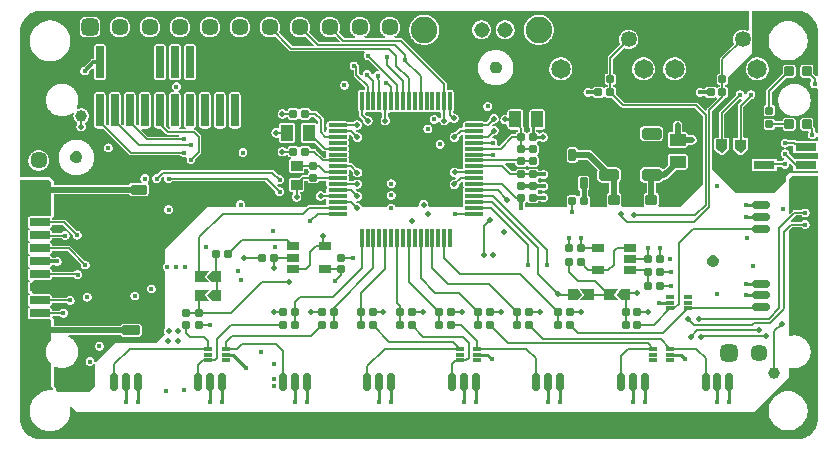
<source format=gbl>
G04*
G04 #@! TF.GenerationSoftware,Altium Limited,Altium Designer,18.1.6 (161)*
G04*
G04 Layer_Physical_Order=4*
G04 Layer_Color=16711680*
%FSTAX24Y24*%
%MOIN*%
G70*
G01*
G75*
%ADD18C,0.0060*%
G04:AMPARAMS|DCode=19|XSize=25.6mil|YSize=25.6mil|CornerRadius=2.6mil|HoleSize=0mil|Usage=FLASHONLY|Rotation=270.000|XOffset=0mil|YOffset=0mil|HoleType=Round|Shape=RoundedRectangle|*
%AMROUNDEDRECTD19*
21,1,0.0256,0.0205,0,0,270.0*
21,1,0.0205,0.0256,0,0,270.0*
1,1,0.0051,-0.0102,-0.0102*
1,1,0.0051,-0.0102,0.0102*
1,1,0.0051,0.0102,0.0102*
1,1,0.0051,0.0102,-0.0102*
%
%ADD19ROUNDEDRECTD19*%
G04:AMPARAMS|DCode=21|XSize=25.6mil|YSize=25.6mil|CornerRadius=2.6mil|HoleSize=0mil|Usage=FLASHONLY|Rotation=0.000|XOffset=0mil|YOffset=0mil|HoleType=Round|Shape=RoundedRectangle|*
%AMROUNDEDRECTD21*
21,1,0.0256,0.0205,0,0,0.0*
21,1,0.0205,0.0256,0,0,0.0*
1,1,0.0051,0.0102,-0.0102*
1,1,0.0051,-0.0102,-0.0102*
1,1,0.0051,-0.0102,0.0102*
1,1,0.0051,0.0102,0.0102*
%
%ADD21ROUNDEDRECTD21*%
%ADD22C,0.0394*%
%ADD23R,0.0295X0.0354*%
%ADD24R,0.0354X0.0295*%
G04:AMPARAMS|DCode=26|XSize=23.6mil|YSize=39.4mil|CornerRadius=1.2mil|HoleSize=0mil|Usage=FLASHONLY|Rotation=270.000|XOffset=0mil|YOffset=0mil|HoleType=Round|Shape=RoundedRectangle|*
%AMROUNDEDRECTD26*
21,1,0.0236,0.0370,0,0,270.0*
21,1,0.0213,0.0394,0,0,270.0*
1,1,0.0024,-0.0185,-0.0106*
1,1,0.0024,-0.0185,0.0106*
1,1,0.0024,0.0185,0.0106*
1,1,0.0024,0.0185,-0.0106*
%
%ADD26ROUNDEDRECTD26*%
G04:AMPARAMS|DCode=27|XSize=39.4mil|YSize=35.4mil|CornerRadius=3.5mil|HoleSize=0mil|Usage=FLASHONLY|Rotation=0.000|XOffset=0mil|YOffset=0mil|HoleType=Round|Shape=RoundedRectangle|*
%AMROUNDEDRECTD27*
21,1,0.0394,0.0283,0,0,0.0*
21,1,0.0323,0.0354,0,0,0.0*
1,1,0.0071,0.0161,-0.0142*
1,1,0.0071,-0.0161,-0.0142*
1,1,0.0071,-0.0161,0.0142*
1,1,0.0071,0.0161,0.0142*
%
%ADD27ROUNDEDRECTD27*%
%ADD54C,0.0080*%
%ADD55C,0.0100*%
%ADD56C,0.0120*%
%ADD57C,0.0200*%
%ADD58C,0.0650*%
%ADD59C,0.0531*%
%ADD60C,0.0515*%
%ADD61C,0.0886*%
G04:AMPARAMS|DCode=62|XSize=57.1mil|YSize=57.1mil|CornerRadius=14.3mil|HoleSize=0mil|Usage=FLASHONLY|Rotation=270.000|XOffset=0mil|YOffset=0mil|HoleType=Round|Shape=RoundedRectangle|*
%AMROUNDEDRECTD62*
21,1,0.0571,0.0285,0,0,270.0*
21,1,0.0285,0.0571,0,0,270.0*
1,1,0.0285,-0.0143,-0.0143*
1,1,0.0285,-0.0143,0.0143*
1,1,0.0285,0.0143,0.0143*
1,1,0.0285,0.0143,-0.0143*
%
%ADD62ROUNDEDRECTD62*%
%ADD63C,0.0571*%
G04:AMPARAMS|DCode=64|XSize=57.1mil|YSize=57.1mil|CornerRadius=14.3mil|HoleSize=0mil|Usage=FLASHONLY|Rotation=180.000|XOffset=0mil|YOffset=0mil|HoleType=Round|Shape=RoundedRectangle|*
%AMROUNDEDRECTD64*
21,1,0.0571,0.0285,0,0,180.0*
21,1,0.0285,0.0571,0,0,180.0*
1,1,0.0285,-0.0143,0.0143*
1,1,0.0285,0.0143,0.0143*
1,1,0.0285,0.0143,-0.0143*
1,1,0.0285,-0.0143,-0.0143*
%
%ADD64ROUNDEDRECTD64*%
%ADD65C,0.0197*%
%ADD66C,0.0177*%
G04:AMPARAMS|DCode=67|XSize=23.6mil|YSize=39.4mil|CornerRadius=2.4mil|HoleSize=0mil|Usage=FLASHONLY|Rotation=0.000|XOffset=0mil|YOffset=0mil|HoleType=Round|Shape=RoundedRectangle|*
%AMROUNDEDRECTD67*
21,1,0.0236,0.0346,0,0,0.0*
21,1,0.0189,0.0394,0,0,0.0*
1,1,0.0047,0.0094,-0.0173*
1,1,0.0047,-0.0094,-0.0173*
1,1,0.0047,-0.0094,0.0173*
1,1,0.0047,0.0094,0.0173*
%
%ADD67ROUNDEDRECTD67*%
%ADD68R,0.0709X0.0276*%
G04:AMPARAMS|DCode=69|XSize=31.5mil|YSize=31.5mil|CornerRadius=3.9mil|HoleSize=0mil|Usage=FLASHONLY|Rotation=270.000|XOffset=0mil|YOffset=0mil|HoleType=Round|Shape=RoundedRectangle|*
%AMROUNDEDRECTD69*
21,1,0.0315,0.0236,0,0,270.0*
21,1,0.0236,0.0315,0,0,270.0*
1,1,0.0079,-0.0118,-0.0118*
1,1,0.0079,-0.0118,0.0118*
1,1,0.0079,0.0118,0.0118*
1,1,0.0079,0.0118,-0.0118*
%
%ADD69ROUNDEDRECTD69*%
G04:AMPARAMS|DCode=70|XSize=55.1mil|YSize=41.3mil|CornerRadius=4.1mil|HoleSize=0mil|Usage=FLASHONLY|Rotation=90.000|XOffset=0mil|YOffset=0mil|HoleType=Round|Shape=RoundedRectangle|*
%AMROUNDEDRECTD70*
21,1,0.0551,0.0331,0,0,90.0*
21,1,0.0469,0.0413,0,0,90.0*
1,1,0.0083,0.0165,0.0234*
1,1,0.0083,0.0165,-0.0234*
1,1,0.0083,-0.0165,-0.0234*
1,1,0.0083,-0.0165,0.0234*
%
%ADD70ROUNDEDRECTD70*%
G04:AMPARAMS|DCode=71|XSize=11.8mil|YSize=63mil|CornerRadius=3mil|HoleSize=0mil|Usage=FLASHONLY|Rotation=180.000|XOffset=0mil|YOffset=0mil|HoleType=Round|Shape=RoundedRectangle|*
%AMROUNDEDRECTD71*
21,1,0.0118,0.0571,0,0,180.0*
21,1,0.0059,0.0630,0,0,180.0*
1,1,0.0059,-0.0030,0.0285*
1,1,0.0059,0.0030,0.0285*
1,1,0.0059,0.0030,-0.0285*
1,1,0.0059,-0.0030,-0.0285*
%
%ADD71ROUNDEDRECTD71*%
G04:AMPARAMS|DCode=72|XSize=11.8mil|YSize=63mil|CornerRadius=3mil|HoleSize=0mil|Usage=FLASHONLY|Rotation=270.000|XOffset=0mil|YOffset=0mil|HoleType=Round|Shape=RoundedRectangle|*
%AMROUNDEDRECTD72*
21,1,0.0118,0.0571,0,0,270.0*
21,1,0.0059,0.0630,0,0,270.0*
1,1,0.0059,-0.0285,-0.0030*
1,1,0.0059,-0.0285,0.0030*
1,1,0.0059,0.0285,0.0030*
1,1,0.0059,0.0285,-0.0030*
%
%ADD72ROUNDEDRECTD72*%
G04:AMPARAMS|DCode=73|XSize=35.4mil|YSize=37.4mil|CornerRadius=3.5mil|HoleSize=0mil|Usage=FLASHONLY|Rotation=90.000|XOffset=0mil|YOffset=0mil|HoleType=Round|Shape=RoundedRectangle|*
%AMROUNDEDRECTD73*
21,1,0.0354,0.0303,0,0,90.0*
21,1,0.0283,0.0374,0,0,90.0*
1,1,0.0071,0.0152,0.0142*
1,1,0.0071,0.0152,-0.0142*
1,1,0.0071,-0.0152,-0.0142*
1,1,0.0071,-0.0152,0.0142*
%
%ADD73ROUNDEDRECTD73*%
G04:AMPARAMS|DCode=74|XSize=26.4mil|YSize=11.8mil|CornerRadius=1.5mil|HoleSize=0mil|Usage=FLASHONLY|Rotation=0.000|XOffset=0mil|YOffset=0mil|HoleType=Round|Shape=RoundedRectangle|*
%AMROUNDEDRECTD74*
21,1,0.0264,0.0089,0,0,0.0*
21,1,0.0234,0.0118,0,0,0.0*
1,1,0.0030,0.0117,-0.0044*
1,1,0.0030,-0.0117,-0.0044*
1,1,0.0030,-0.0117,0.0044*
1,1,0.0030,0.0117,0.0044*
%
%ADD74ROUNDEDRECTD74*%
G04:AMPARAMS|DCode=75|XSize=59.1mil|YSize=23.6mil|CornerRadius=5.9mil|HoleSize=0mil|Usage=FLASHONLY|Rotation=180.000|XOffset=0mil|YOffset=0mil|HoleType=Round|Shape=RoundedRectangle|*
%AMROUNDEDRECTD75*
21,1,0.0591,0.0118,0,0,180.0*
21,1,0.0472,0.0236,0,0,180.0*
1,1,0.0118,-0.0236,0.0059*
1,1,0.0118,0.0236,0.0059*
1,1,0.0118,0.0236,-0.0059*
1,1,0.0118,-0.0236,-0.0059*
%
%ADD75ROUNDEDRECTD75*%
G04:AMPARAMS|DCode=76|XSize=47.2mil|YSize=70.9mil|CornerRadius=4.7mil|HoleSize=0mil|Usage=FLASHONLY|Rotation=90.000|XOffset=0mil|YOffset=0mil|HoleType=Round|Shape=RoundedRectangle|*
%AMROUNDEDRECTD76*
21,1,0.0472,0.0614,0,0,90.0*
21,1,0.0378,0.0709,0,0,90.0*
1,1,0.0094,0.0307,0.0189*
1,1,0.0094,0.0307,-0.0189*
1,1,0.0094,-0.0307,-0.0189*
1,1,0.0094,-0.0307,0.0189*
%
%ADD76ROUNDEDRECTD76*%
G04:AMPARAMS|DCode=77|XSize=59.1mil|YSize=23.6mil|CornerRadius=5.9mil|HoleSize=0mil|Usage=FLASHONLY|Rotation=90.000|XOffset=0mil|YOffset=0mil|HoleType=Round|Shape=RoundedRectangle|*
%AMROUNDEDRECTD77*
21,1,0.0591,0.0118,0,0,90.0*
21,1,0.0472,0.0236,0,0,90.0*
1,1,0.0118,0.0059,0.0236*
1,1,0.0118,0.0059,-0.0236*
1,1,0.0118,-0.0059,-0.0236*
1,1,0.0118,-0.0059,0.0236*
%
%ADD77ROUNDEDRECTD77*%
G04:AMPARAMS|DCode=78|XSize=47.2mil|YSize=70.9mil|CornerRadius=4.7mil|HoleSize=0mil|Usage=FLASHONLY|Rotation=0.000|XOffset=0mil|YOffset=0mil|HoleType=Round|Shape=RoundedRectangle|*
%AMROUNDEDRECTD78*
21,1,0.0472,0.0614,0,0,0.0*
21,1,0.0378,0.0709,0,0,0.0*
1,1,0.0094,0.0189,-0.0307*
1,1,0.0094,-0.0189,-0.0307*
1,1,0.0094,-0.0189,0.0307*
1,1,0.0094,0.0189,0.0307*
%
%ADD78ROUNDEDRECTD78*%
G04:AMPARAMS|DCode=79|XSize=27.6mil|YSize=68.9mil|CornerRadius=3.4mil|HoleSize=0mil|Usage=FLASHONLY|Rotation=90.000|XOffset=0mil|YOffset=0mil|HoleType=Round|Shape=RoundedRectangle|*
%AMROUNDEDRECTD79*
21,1,0.0276,0.0620,0,0,90.0*
21,1,0.0207,0.0689,0,0,90.0*
1,1,0.0069,0.0310,0.0103*
1,1,0.0069,0.0310,-0.0103*
1,1,0.0069,-0.0310,-0.0103*
1,1,0.0069,-0.0310,0.0103*
%
%ADD79ROUNDEDRECTD79*%
G04:AMPARAMS|DCode=80|XSize=39.4mil|YSize=61mil|CornerRadius=4.9mil|HoleSize=0mil|Usage=FLASHONLY|Rotation=90.000|XOffset=0mil|YOffset=0mil|HoleType=Round|Shape=RoundedRectangle|*
%AMROUNDEDRECTD80*
21,1,0.0394,0.0512,0,0,90.0*
21,1,0.0295,0.0610,0,0,90.0*
1,1,0.0098,0.0256,0.0148*
1,1,0.0098,0.0256,-0.0148*
1,1,0.0098,-0.0256,-0.0148*
1,1,0.0098,-0.0256,0.0148*
%
%ADD80ROUNDEDRECTD80*%
G04:AMPARAMS|DCode=81|XSize=57.1mil|YSize=39.4mil|CornerRadius=4.9mil|HoleSize=0mil|Usage=FLASHONLY|Rotation=90.000|XOffset=0mil|YOffset=0mil|HoleType=Round|Shape=RoundedRectangle|*
%AMROUNDEDRECTD81*
21,1,0.0571,0.0295,0,0,90.0*
21,1,0.0472,0.0394,0,0,90.0*
1,1,0.0098,0.0148,0.0236*
1,1,0.0098,0.0148,-0.0236*
1,1,0.0098,-0.0148,-0.0236*
1,1,0.0098,-0.0148,0.0236*
%
%ADD81ROUNDEDRECTD81*%
G04:AMPARAMS|DCode=82|XSize=59.1mil|YSize=59.1mil|CornerRadius=7.4mil|HoleSize=0mil|Usage=FLASHONLY|Rotation=90.000|XOffset=0mil|YOffset=0mil|HoleType=Round|Shape=RoundedRectangle|*
%AMROUNDEDRECTD82*
21,1,0.0591,0.0443,0,0,90.0*
21,1,0.0443,0.0591,0,0,90.0*
1,1,0.0148,0.0221,0.0221*
1,1,0.0148,0.0221,-0.0221*
1,1,0.0148,-0.0221,-0.0221*
1,1,0.0148,-0.0221,0.0221*
%
%ADD82ROUNDEDRECTD82*%
G04:AMPARAMS|DCode=83|XSize=51.2mil|YSize=59.1mil|CornerRadius=6.4mil|HoleSize=0mil|Usage=FLASHONLY|Rotation=90.000|XOffset=0mil|YOffset=0mil|HoleType=Round|Shape=RoundedRectangle|*
%AMROUNDEDRECTD83*
21,1,0.0512,0.0463,0,0,90.0*
21,1,0.0384,0.0591,0,0,90.0*
1,1,0.0128,0.0231,0.0192*
1,1,0.0128,0.0231,-0.0192*
1,1,0.0128,-0.0231,-0.0192*
1,1,0.0128,-0.0231,0.0192*
%
%ADD83ROUNDEDRECTD83*%
G04:AMPARAMS|DCode=84|XSize=31.5mil|YSize=55.1mil|CornerRadius=3.9mil|HoleSize=0mil|Usage=FLASHONLY|Rotation=90.000|XOffset=0mil|YOffset=0mil|HoleType=Round|Shape=RoundedRectangle|*
%AMROUNDEDRECTD84*
21,1,0.0315,0.0472,0,0,90.0*
21,1,0.0236,0.0551,0,0,90.0*
1,1,0.0079,0.0236,0.0118*
1,1,0.0079,0.0236,-0.0118*
1,1,0.0079,-0.0236,-0.0118*
1,1,0.0079,-0.0236,0.0118*
%
%ADD84ROUNDEDRECTD84*%
G04:AMPARAMS|DCode=85|XSize=31.5mil|YSize=59.1mil|CornerRadius=3.9mil|HoleSize=0mil|Usage=FLASHONLY|Rotation=90.000|XOffset=0mil|YOffset=0mil|HoleType=Round|Shape=RoundedRectangle|*
%AMROUNDEDRECTD85*
21,1,0.0315,0.0512,0,0,90.0*
21,1,0.0236,0.0591,0,0,90.0*
1,1,0.0079,0.0256,0.0118*
1,1,0.0079,0.0256,-0.0118*
1,1,0.0079,-0.0256,-0.0118*
1,1,0.0079,-0.0256,0.0118*
%
%ADD85ROUNDEDRECTD85*%
G04:AMPARAMS|DCode=86|XSize=109.8mil|YSize=29.1mil|CornerRadius=7.3mil|HoleSize=0mil|Usage=FLASHONLY|Rotation=270.000|XOffset=0mil|YOffset=0mil|HoleType=Round|Shape=RoundedRectangle|*
%AMROUNDEDRECTD86*
21,1,0.1098,0.0146,0,0,270.0*
21,1,0.0953,0.0291,0,0,270.0*
1,1,0.0146,-0.0073,-0.0476*
1,1,0.0146,-0.0073,0.0476*
1,1,0.0146,0.0073,0.0476*
1,1,0.0146,0.0073,-0.0476*
%
%ADD86ROUNDEDRECTD86*%
G04:AMPARAMS|DCode=87|XSize=55.1mil|YSize=41.3mil|CornerRadius=4.1mil|HoleSize=0mil|Usage=FLASHONLY|Rotation=0.000|XOffset=0mil|YOffset=0mil|HoleType=Round|Shape=RoundedRectangle|*
%AMROUNDEDRECTD87*
21,1,0.0551,0.0331,0,0,0.0*
21,1,0.0469,0.0413,0,0,0.0*
1,1,0.0083,0.0234,-0.0165*
1,1,0.0083,-0.0234,-0.0165*
1,1,0.0083,-0.0234,0.0165*
1,1,0.0083,0.0234,0.0165*
%
%ADD87ROUNDEDRECTD87*%
G04:AMPARAMS|DCode=88|XSize=66.9mil|YSize=39.4mil|CornerRadius=9.8mil|HoleSize=0mil|Usage=FLASHONLY|Rotation=180.000|XOffset=0mil|YOffset=0mil|HoleType=Round|Shape=RoundedRectangle|*
%AMROUNDEDRECTD88*
21,1,0.0669,0.0197,0,0,180.0*
21,1,0.0472,0.0394,0,0,180.0*
1,1,0.0197,-0.0236,0.0098*
1,1,0.0197,0.0236,0.0098*
1,1,0.0197,0.0236,-0.0098*
1,1,0.0197,-0.0236,-0.0098*
%
%ADD88ROUNDEDRECTD88*%
%ADD89C,0.0150*%
G36*
X036857Y025205D02*
X036902Y025201D01*
X036947Y025193D01*
X036992Y025183D01*
X037036Y02517D01*
X037078Y025153D01*
X03712Y025135D01*
X03716Y025113D01*
X037199Y025089D01*
X037236Y025062D01*
X037272Y025033D01*
X037305Y025002D01*
X037336Y024969D01*
X037365Y024933D01*
X037392Y024896D01*
X037416Y024857D01*
X037438Y024817D01*
X037457Y024775D01*
X037473Y024732D01*
X037486Y024689D01*
X037496Y024644D01*
X037504Y024599D01*
X037508Y024554D01*
X03751Y02451D01*
X03751Y024508D01*
Y023037D01*
X037504Y023032D01*
X03746Y023016D01*
X037363Y023113D01*
Y023307D01*
X037362Y023323D01*
X037358Y023338D01*
X037352Y023352D01*
X037344Y023365D01*
X037334Y023377D01*
X037322Y023387D01*
X037309Y023395D01*
X037295Y023401D01*
X03728Y023405D01*
X037264Y023406D01*
X037028D01*
X037013Y023405D01*
X036998Y023401D01*
X036983Y023395D01*
X03697Y023387D01*
X036958Y023377D01*
X036948Y023365D01*
X03694Y023352D01*
X036934Y023338D01*
X036931Y023323D01*
X036929Y023307D01*
Y023071D01*
X036931Y023055D01*
X036934Y02304D01*
X03694Y023026D01*
X036948Y023013D01*
X036958Y023001D01*
X03697Y022991D01*
X036983Y022983D01*
X036998Y022977D01*
X037013Y022973D01*
X037028Y022972D01*
X037223D01*
X037286Y022908D01*
X037297Y022861D01*
X037284Y022846D01*
X037273Y02283D01*
X037265Y022813D01*
X037259Y022794D01*
X037255Y022775D01*
X037254Y022756D01*
X037255Y022737D01*
X037259Y022718D01*
X037265Y022699D01*
X037273Y022682D01*
X037284Y022666D01*
X037297Y022651D01*
X037312Y022639D01*
X037328Y022628D01*
X037345Y022619D01*
X037363Y022613D01*
X037382Y022609D01*
X037402Y022608D01*
X037421Y022609D01*
X03744Y022613D01*
X037458Y022619D01*
X03746Y02262D01*
X0375Y022601D01*
X03751Y02259D01*
Y021128D01*
X03746Y021119D01*
X03746Y02112D01*
X037451Y021137D01*
X03744Y021153D01*
X037427Y021168D01*
X037422Y021172D01*
Y021241D01*
X037421Y021256D01*
X037417Y021271D01*
X037411Y021286D01*
X037403Y021299D01*
X037393Y021311D01*
X037363Y021341D01*
Y021535D01*
X037362Y021551D01*
X037358Y021566D01*
X037352Y02158D01*
X037344Y021593D01*
X037334Y021605D01*
X037322Y021615D01*
X037309Y021623D01*
X037295Y021629D01*
X03728Y021633D01*
X037264Y021634D01*
X037028D01*
X037013Y021633D01*
X036998Y021629D01*
X036983Y021623D01*
X03697Y021615D01*
X036958Y021605D01*
X036948Y021593D01*
X03694Y02158D01*
X036934Y021566D01*
X036931Y021551D01*
X036929Y021535D01*
Y021299D01*
X036931Y021284D01*
X036934Y021269D01*
X03694Y021254D01*
X036948Y021241D01*
X036958Y021229D01*
X03697Y021219D01*
X036983Y021211D01*
X036998Y021205D01*
X037013Y021202D01*
X037028Y0212D01*
X037181D01*
X037202Y02116D01*
X037204Y02115D01*
X037195Y021137D01*
X037186Y02112D01*
X03718Y021101D01*
X037176Y021082D01*
X037175Y021063D01*
X037176Y021044D01*
X03718Y021025D01*
X037186Y021006D01*
X037195Y020989D01*
X037205Y020973D01*
X037218Y020958D01*
X037233Y020946D01*
X037249Y020935D01*
X037266Y020926D01*
X037285Y02092D01*
X037304Y020916D01*
X037323Y020915D01*
X037342Y020916D01*
X037361Y02092D01*
X037379Y020926D01*
X037397Y020935D01*
X037413Y020946D01*
X037427Y020958D01*
X03744Y020973D01*
X037451Y020989D01*
X03746Y021006D01*
X03746Y021007D01*
X03751Y020998D01*
Y020846D01*
X036814D01*
X036803Y020858D01*
X036791Y020868D01*
X036777Y020876D01*
X036763Y020882D01*
X036748Y020886D01*
X036732Y020887D01*
X036527D01*
X036522Y020892D01*
X036507Y020905D01*
X036491Y020916D01*
X036474Y020924D01*
X036456Y02093D01*
X036437Y020934D01*
X036417Y020935D01*
X036398Y020934D01*
X036379Y02093D01*
X036361Y020924D01*
X036343Y020916D01*
X036327Y020905D01*
X036313Y020892D01*
X0363Y020877D01*
X036289Y020861D01*
X036281Y020844D01*
X036274Y020826D01*
X036271Y020807D01*
X036269Y020787D01*
X036271Y020768D01*
X036274Y020749D01*
X036281Y020731D01*
X036289Y020713D01*
X0363Y020697D01*
X036313Y020683D01*
X036327Y02067D01*
X036343Y020659D01*
X036361Y020651D01*
X036379Y020644D01*
X036398Y020641D01*
X036417Y020639D01*
X036437Y020641D01*
X036456Y020644D01*
X036474Y020651D01*
X036491Y020659D01*
X036507Y02067D01*
X036522Y020683D01*
X036527Y020688D01*
X036691D01*
X036695Y020684D01*
Y020453D01*
X03751D01*
Y020256D01*
X036735D01*
X036565Y020426D01*
X036565Y020433D01*
X036564Y020452D01*
X03656Y020471D01*
X036554Y02049D01*
X036545Y020507D01*
X036535Y020523D01*
X036522Y020538D01*
X036507Y02055D01*
X036491Y020561D01*
X036474Y02057D01*
X036456Y020576D01*
X036437Y02058D01*
X036417Y020581D01*
X036398Y02058D01*
X036379Y020576D01*
X036361Y02057D01*
X036343Y020561D01*
X036327Y02055D01*
X036313Y020538D01*
X0363Y020523D01*
X036289Y020507D01*
X036281Y02049D01*
X036274Y020471D01*
X036271Y020452D01*
X036269Y020433D01*
X036271Y020414D01*
X036274Y020395D01*
X036281Y020376D01*
X036289Y020359D01*
X0363Y020343D01*
X036313Y020328D01*
X036327Y020316D01*
X036343Y020305D01*
X036361Y020296D01*
X036379Y02029D01*
X036386Y020289D01*
X036397Y020275D01*
X036397Y020265D01*
X036384Y020227D01*
X036374Y02022D01*
X036361Y020215D01*
X036343Y020207D01*
X036327Y020196D01*
X036313Y020183D01*
X036308Y020178D01*
X036144D01*
Y020256D01*
X035317D01*
Y019862D01*
X036144D01*
Y019979D01*
X036308D01*
X036313Y019974D01*
X036327Y019961D01*
X036343Y019951D01*
X036361Y019942D01*
X036379Y019936D01*
X036398Y019932D01*
X036417Y019931D01*
X036437Y019932D01*
X036456Y019936D01*
X036474Y019942D01*
X036491Y019951D01*
X036507Y019961D01*
X036522Y019974D01*
X036535Y019989D01*
X036545Y020005D01*
X036554Y020022D01*
X03656Y02004D01*
X036564Y020059D01*
X036565Y020074D01*
X036576Y020082D01*
X036614Y020096D01*
X036695Y020015D01*
Y019862D01*
X03751D01*
Y019805D01*
X036634D01*
X036618Y019804D01*
X036603Y0198D01*
X036588Y019794D01*
X036575Y019786D01*
X036563Y019776D01*
X036465Y019677D01*
X036454Y019665D01*
X036446Y019652D01*
X03644Y019637D01*
X036436Y019622D01*
X036435Y019606D01*
Y019506D01*
X036063Y019134D01*
X034764Y019134D01*
X033987Y019911D01*
Y021853D01*
X034394Y02226D01*
X034403Y02227D01*
X03441Y022282D01*
X034415Y022293D01*
X034433D01*
X034446Y022294D01*
X034459Y022297D01*
X034472Y022302D01*
X034483Y022309D01*
X034493Y022318D01*
X034502Y022328D01*
X034509Y022339D01*
X034514Y022352D01*
X034517Y022365D01*
X034518Y022378D01*
Y022583D01*
X034517Y022596D01*
X034514Y022609D01*
X034509Y022621D01*
X034502Y022633D01*
X034493Y022643D01*
X034483Y022651D01*
X034472Y022658D01*
X034459Y022663D01*
X034446Y022667D01*
X034433Y022668D01*
X03442D01*
Y022726D01*
X034433D01*
X034446Y022727D01*
X034459Y02273D01*
X034472Y022735D01*
X034483Y022742D01*
X034493Y022751D01*
X034502Y022761D01*
X034509Y022772D01*
X034514Y022785D01*
X034517Y022798D01*
X034518Y022811D01*
Y022983D01*
X035315Y02378D01*
Y024167D01*
X035319Y024183D01*
X035324Y024215D01*
X035325Y024247D01*
X035324Y024279D01*
X035319Y02431D01*
X035315Y024326D01*
Y025206D01*
X035827D01*
X035827Y025206D01*
X036024D01*
X036024Y025206D01*
X036811D01*
X036813Y025207D01*
X036857Y025205D01*
D02*
G37*
G36*
X011614Y025206D02*
X035215D01*
Y024554D01*
X035206Y024545D01*
X035165Y024527D01*
X035153Y024534D01*
X035124Y024547D01*
X035094Y024558D01*
X035063Y024566D01*
X035032Y02457D01*
X035Y024572D01*
X034968Y02457D01*
X034937Y024566D01*
X034906Y024558D01*
X034876Y024547D01*
X034847Y024534D01*
X034819Y024517D01*
X034794Y024498D01*
X03477Y024477D01*
X034749Y024453D01*
X03473Y024427D01*
X034713Y0244D01*
X0347Y024371D01*
X034689Y024341D01*
X034681Y02431D01*
X034676Y024279D01*
X034675Y024247D01*
X034676Y024215D01*
X034681Y024183D01*
X034689Y024152D01*
X0347Y024122D01*
X034713Y024094D01*
X034716Y024089D01*
X034268Y023641D01*
X034258Y02363D01*
X034251Y023618D01*
X034246Y023605D01*
X034242Y023591D01*
X034241Y023578D01*
Y023101D01*
X034228D01*
X034215Y0231D01*
X034202Y023096D01*
X03419Y023091D01*
X034178Y023084D01*
X034168Y023076D01*
X03416Y023066D01*
X034153Y023054D01*
X034148Y023042D01*
X034144Y023029D01*
X034143Y023016D01*
Y022811D01*
X034144Y022798D01*
X034148Y022785D01*
X034153Y022772D01*
X03416Y022761D01*
X034168Y022751D01*
X034178Y022742D01*
X03419Y022735D01*
X034202Y02273D01*
X034215Y022727D01*
X034228Y022726D01*
X034241D01*
Y022668D01*
X034228D01*
X034215Y022667D01*
X034202Y022663D01*
X03419Y022658D01*
X034178Y022651D01*
X034168Y022643D01*
X034163Y022636D01*
X034151Y022633D01*
X034117Y022633D01*
X034105Y022636D01*
X034099Y022643D01*
X034089Y022651D01*
X034078Y022658D01*
X034066Y022663D01*
X034053Y022667D01*
X034039Y022668D01*
X033835D01*
X033821Y022667D01*
X033808Y022663D01*
X033796Y022658D01*
X033785Y022651D01*
X033775Y022643D01*
X033766Y022633D01*
X033759Y022621D01*
X033754Y022609D01*
X033752Y0226D01*
X03367D01*
X033657Y022608D01*
X033639Y022617D01*
X033621Y022623D01*
X033602Y022627D01*
X033583Y022628D01*
X033563Y022627D01*
X033544Y022623D01*
X033526Y022617D01*
X033509Y022608D01*
X033493Y022598D01*
X033478Y022585D01*
X033465Y02257D01*
X033455Y022554D01*
X033446Y022537D01*
X03344Y022519D01*
X033436Y0225D01*
X033435Y02248D01*
X033436Y022461D01*
X03344Y022442D01*
X033446Y022424D01*
X033455Y022406D01*
X033465Y02239D01*
X033478Y022376D01*
X033493Y022363D01*
X033509Y022352D01*
X033526Y022344D01*
X033544Y022337D01*
X033563Y022334D01*
X033583Y022332D01*
X033602Y022334D01*
X033621Y022337D01*
X033639Y022344D01*
X033657Y022352D01*
X03367Y022361D01*
X033752D01*
X033754Y022352D01*
X033759Y022339D01*
X033766Y022328D01*
X033775Y022318D01*
X033785Y022309D01*
X033796Y022302D01*
X033808Y022297D01*
X033821Y022294D01*
X033835Y022293D01*
X034039D01*
X034053Y022294D01*
X034066Y022297D01*
X034078Y022302D01*
X034089Y022309D01*
X034134Y022299D01*
X034144Y022294D01*
X034154Y022281D01*
X034154Y022277D01*
X034151Y02227D01*
X033834Y021953D01*
X033825Y021942D01*
X033818Y02193D01*
X033813Y021917D01*
X033809Y021904D01*
X033809Y0219D01*
X033765Y021873D01*
X033528Y02211D01*
X033517Y02212D01*
X033505Y022127D01*
X033492Y022132D01*
X033479Y022135D01*
X033465Y022137D01*
X031061D01*
X030778Y022419D01*
Y022583D01*
X030777Y022596D01*
X030774Y022609D01*
X030769Y022621D01*
X030762Y022633D01*
X030753Y022643D01*
X030743Y022651D01*
X030731Y022658D01*
X030719Y022663D01*
X030706Y022667D01*
X030693Y022668D01*
X03068D01*
Y022726D01*
X030693D01*
X030706Y022727D01*
X030719Y02273D01*
X030731Y022735D01*
X030743Y022742D01*
X030753Y022751D01*
X030762Y022761D01*
X030769Y022772D01*
X030774Y022785D01*
X030777Y022798D01*
X030778Y022811D01*
Y023016D01*
X030777Y023029D01*
X030774Y023042D01*
X030769Y023054D01*
X030762Y023066D01*
X030753Y023076D01*
X030743Y023084D01*
X030731Y023091D01*
X030719Y023096D01*
X030706Y0231D01*
X030693Y023101D01*
X03068D01*
Y023596D01*
X031047Y023963D01*
X031051Y02396D01*
X03108Y023946D01*
X03111Y023936D01*
X031141Y023928D01*
X031173Y023923D01*
X031205Y023922D01*
X031237Y023923D01*
X031268Y023928D01*
X031299Y023936D01*
X031329Y023946D01*
X031358Y02396D01*
X031385Y023976D01*
X031411Y023995D01*
X031435Y024017D01*
X031456Y024041D01*
X031475Y024066D01*
X031491Y024094D01*
X031505Y024122D01*
X031516Y024152D01*
X031524Y024183D01*
X031528Y024215D01*
X03153Y024247D01*
X031528Y024279D01*
X031524Y02431D01*
X031516Y024341D01*
X031505Y024371D01*
X031491Y0244D01*
X031475Y024427D01*
X031456Y024453D01*
X031435Y024477D01*
X031411Y024498D01*
X031385Y024517D01*
X031358Y024534D01*
X031329Y024547D01*
X031299Y024558D01*
X031268Y024566D01*
X031237Y02457D01*
X031205Y024572D01*
X031173Y02457D01*
X031141Y024566D01*
X03111Y024558D01*
X03108Y024547D01*
X031051Y024534D01*
X031024Y024517D01*
X030998Y024498D01*
X030975Y024477D01*
X030953Y024453D01*
X030934Y024427D01*
X030918Y0244D01*
X030904Y024371D01*
X030894Y024341D01*
X030886Y02431D01*
X030881Y024279D01*
X030879Y024247D01*
X030881Y024215D01*
X030886Y024183D01*
X030894Y024152D01*
X030904Y024122D01*
X030918Y024094D01*
X030921Y024089D01*
X030527Y023696D01*
X030518Y023685D01*
X030511Y023673D01*
X030506Y02366D01*
X030502Y023647D01*
X030501Y023633D01*
Y023101D01*
X030488D01*
X030475Y0231D01*
X030462Y023096D01*
X03045Y023091D01*
X030438Y023084D01*
X030428Y023076D01*
X030419Y023066D01*
X030413Y023054D01*
X030407Y023042D01*
X030404Y023029D01*
X030403Y023016D01*
Y022811D01*
X030404Y022798D01*
X030407Y022785D01*
X030413Y022772D01*
X030419Y022761D01*
X030428Y022751D01*
X030438Y022742D01*
X03045Y022735D01*
X030462Y02273D01*
X030475Y022727D01*
X030488Y022726D01*
X030501D01*
Y022668D01*
X030488D01*
X030475Y022667D01*
X030462Y022663D01*
X03045Y022658D01*
X030438Y022651D01*
X030428Y022643D01*
X030423Y022636D01*
X030411Y022633D01*
X030377Y022633D01*
X030365Y022636D01*
X030359Y022643D01*
X030349Y022651D01*
X030338Y022658D01*
X030325Y022663D01*
X030312Y022667D01*
X030299Y022668D01*
X030094D01*
X030081Y022667D01*
X030068Y022663D01*
X030056Y022658D01*
X030045Y022651D01*
X030034Y022643D01*
X030026Y022633D01*
X030019Y022621D01*
X030014Y022609D01*
X030012Y0226D01*
X02993D01*
X029916Y022608D01*
X029899Y022617D01*
X029881Y022623D01*
X029862Y022627D01*
X029843Y022628D01*
X029823Y022627D01*
X029804Y022623D01*
X029786Y022617D01*
X029769Y022608D01*
X029752Y022598D01*
X029738Y022585D01*
X029725Y02257D01*
X029714Y022554D01*
X029706Y022537D01*
X0297Y022519D01*
X029696Y0225D01*
X029695Y02248D01*
X029696Y022461D01*
X0297Y022442D01*
X029706Y022424D01*
X029714Y022406D01*
X029725Y02239D01*
X029738Y022376D01*
X029752Y022363D01*
X029769Y022352D01*
X029786Y022344D01*
X029804Y022337D01*
X029823Y022334D01*
X029843Y022332D01*
X029862Y022334D01*
X029881Y022337D01*
X029899Y022344D01*
X029916Y022352D01*
X02993Y022361D01*
X030012D01*
X030014Y022352D01*
X030019Y022339D01*
X030026Y022328D01*
X030034Y022318D01*
X030045Y022309D01*
X030056Y022302D01*
X030068Y022297D01*
X030081Y022294D01*
X030094Y022293D01*
X030299D01*
X030312Y022294D01*
X030325Y022297D01*
X030338Y022302D01*
X030349Y022309D01*
X030359Y022318D01*
X030365Y022324D01*
X030377Y022328D01*
X030411Y022328D01*
X030423Y022324D01*
X030428Y022318D01*
X030438Y022309D01*
X03045Y022302D01*
X030462Y022297D01*
X030475Y022294D01*
X030488Y022293D01*
X030651D01*
X03096Y021984D01*
X030971Y021975D01*
X030983Y021968D01*
X030996Y021962D01*
X03101Y021959D01*
X031024Y021958D01*
X033428D01*
X033689Y021696D01*
Y019437D01*
X032913Y018661D01*
X03222D01*
X032206Y018677D01*
X032194Y018711D01*
X032195Y018713D01*
X0322Y018727D01*
X032204Y018741D01*
X032205Y018756D01*
Y019039D01*
X032204Y019054D01*
X0322Y019069D01*
X032195Y019082D01*
X032187Y019095D01*
X032177Y019106D01*
X032166Y019116D01*
X032153Y019124D01*
X03214Y01913D01*
X032125Y019133D01*
X032118Y019134D01*
Y019468D01*
X032205D01*
X032225Y01947D01*
X032246Y019474D01*
X032265Y01948D01*
X032284Y019489D01*
X032301Y019501D01*
X032316Y019514D01*
X03233Y01953D01*
X032341Y019547D01*
X03235Y019565D01*
X032392D01*
X032413Y019566D01*
X032433Y01957D01*
X032453Y019577D01*
X032471Y019586D01*
X032489Y019598D01*
X032504Y019612D01*
X032794Y019901D01*
X033069D01*
X033085Y019902D01*
X0331Y019906D01*
X033115Y019912D01*
X033128Y019921D01*
X03314Y019931D01*
X03315Y019943D01*
X033159Y019956D01*
X033165Y019971D01*
X033168Y019986D01*
X03317Y020002D01*
Y020333D01*
X033168Y020348D01*
X033165Y020364D01*
X033159Y020378D01*
X03315Y020392D01*
X03314Y020404D01*
X033128Y020414D01*
X033115Y020422D01*
X0331Y020428D01*
X033085Y020432D01*
X033069Y020433D01*
X0326D01*
X032585Y020432D01*
X032569Y020428D01*
X032555Y020422D01*
X032541Y020414D01*
X032529Y020404D01*
X032519Y020392D01*
X032511Y020378D01*
X032505Y020364D01*
X032501Y020348D01*
X0325Y020333D01*
Y020058D01*
X032378Y019936D01*
X032368Y019933D01*
X032316Y019934D01*
X032301Y019948D01*
X032284Y01996D01*
X032265Y019969D01*
X032246Y019975D01*
X032225Y019979D01*
X032205Y019981D01*
X031732D01*
X031712Y019979D01*
X031691Y019975D01*
X031672Y019969D01*
X031653Y01996D01*
X031636Y019948D01*
X031621Y019934D01*
X031607Y019919D01*
X031596Y019902D01*
X031586Y019883D01*
X03158Y019864D01*
X031576Y019843D01*
X031574Y019823D01*
Y019626D01*
X031576Y019605D01*
X03158Y019585D01*
X031586Y019566D01*
X031596Y019547D01*
X031607Y01953D01*
X031621Y019514D01*
X031636Y019501D01*
X031653Y019489D01*
X031672Y01948D01*
X031691Y019474D01*
X031712Y01947D01*
X031732Y019468D01*
X031799D01*
Y019134D01*
X031792Y019133D01*
X031778Y01913D01*
X031764Y019124D01*
X031751Y019116D01*
X03174Y019106D01*
X03173Y019095D01*
X031723Y019082D01*
X031717Y019069D01*
X031713Y019054D01*
X031712Y019039D01*
Y018756D01*
X031713Y018741D01*
X031717Y018727D01*
X031723Y018713D01*
X031724Y018711D01*
X031711Y018677D01*
X031698Y018661D01*
X030979D01*
X030966Y018677D01*
X030954Y018711D01*
X030955Y018713D01*
X03096Y018727D01*
X030964Y018741D01*
X030965Y018756D01*
Y019039D01*
X030964Y019054D01*
X03096Y019069D01*
X030955Y019082D01*
X030947Y019095D01*
X030937Y019106D01*
X030926Y019116D01*
X030913Y019124D01*
X030899Y01913D01*
X030885Y019133D01*
X030878Y019134D01*
Y019497D01*
X030883Y019501D01*
X030899Y019514D01*
X030913Y01953D01*
X030924Y019547D01*
X030933Y019566D01*
X03094Y019585D01*
X030944Y019605D01*
X030945Y019626D01*
Y019823D01*
X030944Y019843D01*
X03094Y019864D01*
X030933Y019883D01*
X030924Y019902D01*
X030913Y019919D01*
X030899Y019934D01*
X030883Y019948D01*
X030866Y01996D01*
X030848Y019969D01*
X030828Y019975D01*
X030808Y019979D01*
X030787Y019981D01*
X03052D01*
X029995Y020506D01*
X029979Y02052D01*
X029962Y020532D01*
X029943Y020541D01*
X029923Y020548D01*
X029903Y020552D01*
X029882Y020553D01*
X029508D01*
Y020567D01*
X029507Y02058D01*
X029504Y020593D01*
X029499Y020605D01*
X029492Y020616D01*
X029484Y020626D01*
X029474Y020634D01*
X029463Y020641D01*
X029451Y020646D01*
X029438Y020649D01*
X029425Y02065D01*
X029236D01*
X029223Y020649D01*
X029211Y020646D01*
X029199Y020641D01*
X029187Y020634D01*
X029178Y020626D01*
X029169Y020616D01*
X029162Y020605D01*
X029157Y020593D01*
X029154Y02058D01*
X029153Y020567D01*
Y02022D01*
X029154Y020208D01*
X029157Y020195D01*
X029162Y020183D01*
X029169Y020172D01*
X029178Y020162D01*
X029187Y020153D01*
X029199Y020147D01*
X029211Y020142D01*
X029223Y020139D01*
X029236Y020138D01*
X029425D01*
X029438Y020139D01*
X029451Y020142D01*
X029463Y020147D01*
X029474Y020153D01*
X029484Y020162D01*
X029492Y020172D01*
X029499Y020183D01*
X029504Y020195D01*
X029507Y020208D01*
X029508Y02022D01*
Y020234D01*
X029816D01*
X030169Y019882D01*
X030163Y019864D01*
X030158Y019843D01*
X030157Y019823D01*
Y019626D01*
X030158Y019605D01*
X030163Y019585D01*
X030169Y019566D01*
X030178Y019547D01*
X03019Y01953D01*
X030203Y019514D01*
X030219Y019501D01*
X030236Y019489D01*
X030255Y01948D01*
X030274Y019474D01*
X030294Y01947D01*
X030315Y019468D01*
X030559D01*
Y019134D01*
X030552Y019133D01*
X030538Y01913D01*
X030524Y019124D01*
X030511Y019116D01*
X0305Y019106D01*
X03049Y019095D01*
X030482Y019082D01*
X030477Y019069D01*
X030473Y019054D01*
X030472Y019039D01*
Y018756D01*
X030473Y018741D01*
X030477Y018727D01*
X030482Y018713D01*
X030483Y018711D01*
X030471Y018677D01*
X030458Y018661D01*
X029921D01*
X029921Y018662D01*
X029905Y01869D01*
X029899Y018711D01*
X029902Y018717D01*
X029908Y01873D01*
X029911Y018743D01*
X029912Y018756D01*
Y018961D01*
X029911Y018974D01*
X029908Y018987D01*
X029902Y018999D01*
X029895Y019011D01*
X029887Y019021D01*
X029877Y019029D01*
X029865Y019036D01*
X029853Y019041D01*
X02984Y019044D01*
X029839Y019045D01*
Y019203D01*
X029848Y019209D01*
X029858Y019217D01*
X029866Y019227D01*
X029873Y019238D01*
X029878Y01925D01*
X029881Y019263D01*
X029882Y019276D01*
Y019622D01*
X029881Y019635D01*
X029878Y019648D01*
X029873Y01966D01*
X029866Y019671D01*
X029858Y019681D01*
X029848Y019689D01*
X029837Y019696D01*
X029825Y019701D01*
X029812Y019704D01*
X029799Y019705D01*
X02961D01*
X029597Y019704D01*
X029585Y019701D01*
X029573Y019696D01*
X029561Y019689D01*
X029552Y019681D01*
X029543Y019671D01*
X029536Y01966D01*
X029531Y019648D01*
X029528Y019635D01*
X029527Y019622D01*
Y019276D01*
X029528Y019263D01*
X029531Y01925D01*
X029536Y019238D01*
X029543Y019227D01*
X029552Y019217D01*
X029561Y019209D01*
X02957Y019203D01*
Y01905D01*
X029544Y019025D01*
X029493Y019021D01*
X029483Y019029D01*
X029472Y019036D01*
X029459Y019041D01*
X029446Y019044D01*
X029433Y019046D01*
X029228D01*
X029215Y019044D01*
X029202Y019041D01*
X02919Y019036D01*
X029178Y019029D01*
X029168Y019021D01*
X02916Y019011D01*
X029153Y018999D01*
X029148Y018987D01*
X029144Y018974D01*
X029143Y018961D01*
Y018756D01*
X029144Y018743D01*
X029148Y01873D01*
X029153Y018717D01*
X029156Y018711D01*
X02915Y01869D01*
X029134Y018662D01*
X029134Y018661D01*
X02776D01*
X027755Y018675D01*
X027747Y018693D01*
X027738Y018706D01*
X027738Y018788D01*
X027747Y01879D01*
X027759Y018795D01*
X027771Y018802D01*
X027781Y018811D01*
X027786Y018817D01*
X027798Y018821D01*
X027833D01*
X027844Y018817D01*
X02785Y018811D01*
X02786Y018802D01*
X027871Y018795D01*
X027884Y01879D01*
X027897Y018787D01*
X02791Y018786D01*
X028115D01*
X028128Y018787D01*
X028141Y01879D01*
X028153Y018795D01*
X028165Y018802D01*
X028175Y018811D01*
X028183Y018821D01*
X02819Y018832D01*
X028195Y018844D01*
X028198Y018854D01*
X02828Y018854D01*
X028293Y018845D01*
X02831Y018836D01*
X028328Y01883D01*
X028347Y018826D01*
X028367Y018825D01*
X028386Y018826D01*
X028405Y01883D01*
X028423Y018836D01*
X028441Y018845D01*
X028457Y018856D01*
X028471Y018868D01*
X028484Y018883D01*
X028495Y018899D01*
X028503Y018916D01*
X02851Y018935D01*
X028513Y018954D01*
X028515Y018973D01*
X028513Y018992D01*
X02851Y019011D01*
X028503Y01903D01*
X028495Y019047D01*
X028484Y019063D01*
X028471Y019078D01*
X028457Y01909D01*
X028441Y019101D01*
X028423Y01911D01*
X028405Y019116D01*
X028386Y01912D01*
X028367Y019121D01*
X028347Y01912D01*
X028328Y019116D01*
X02831Y01911D01*
X028293Y019101D01*
X02828Y019092D01*
X028198Y019092D01*
X028195Y019102D01*
X02819Y019114D01*
X028183Y019125D01*
X028181Y019128D01*
X02818Y019129D01*
X028176Y01915D01*
X02818Y019182D01*
X028183Y019191D01*
X028189Y019198D01*
X028196Y019209D01*
X028201Y019221D01*
X028203Y019231D01*
X028285Y019231D01*
X028298Y019222D01*
X028316Y019213D01*
X028334Y019207D01*
X028353Y019203D01*
X028372Y019202D01*
X028392Y019203D01*
X028411Y019207D01*
X028429Y019213D01*
X028446Y019222D01*
X028462Y019233D01*
X028477Y019245D01*
X02849Y01926D01*
X0285Y019276D01*
X028509Y019293D01*
X028515Y019312D01*
X028519Y019331D01*
X02852Y01935D01*
X028519Y019369D01*
X028515Y019388D01*
X028509Y019407D01*
X0285Y019424D01*
X02849Y01944D01*
X028477Y019455D01*
X028462Y019467D01*
X028446Y019478D01*
X028429Y019487D01*
X028411Y019493D01*
X028392Y019497D01*
X028372Y019498D01*
X028353Y019497D01*
X028334Y019493D01*
X028316Y019487D01*
X028298Y019478D01*
X028285Y019469D01*
X028203Y019469D01*
X028201Y019479D01*
X028196Y019491D01*
X028189Y019502D01*
X02818Y019512D01*
X028174Y019518D01*
X02817Y01953D01*
Y019564D01*
X028174Y019576D01*
X02818Y019581D01*
X028189Y019591D01*
X028196Y019603D01*
X028201Y019615D01*
X028203Y019624D01*
X028285Y019624D01*
X028298Y019615D01*
X028316Y019607D01*
X028334Y019601D01*
X028353Y019597D01*
X028372Y019596D01*
X028392Y019597D01*
X028411Y019601D01*
X028429Y019607D01*
X028446Y019615D01*
X028462Y019626D01*
X028477Y019639D01*
X02849Y019654D01*
X0285Y01967D01*
X028509Y019687D01*
X028515Y019705D01*
X028519Y019724D01*
X02852Y019744D01*
X028519Y019763D01*
X028515Y019782D01*
X028509Y0198D01*
X0285Y019818D01*
X02849Y019834D01*
X028477Y019848D01*
X028462Y019861D01*
X028446Y019872D01*
X028429Y01988D01*
X028411Y019887D01*
X028392Y01989D01*
X028372Y019892D01*
X028353Y01989D01*
X028334Y019887D01*
X028316Y01988D01*
X028298Y019872D01*
X028285Y019863D01*
X028203Y019863D01*
X028201Y019872D01*
X028196Y019885D01*
X028189Y019896D01*
X02818Y019906D01*
X02817Y019915D01*
X028159Y019922D01*
X028147Y019927D01*
X028134Y01993D01*
X02812Y019931D01*
X027916D01*
X027902Y01993D01*
X027889Y019927D01*
X027877Y019922D01*
X027866Y019915D01*
X027856Y019906D01*
X02785Y0199D01*
X027838Y019896D01*
X027804Y019896D01*
X027792Y0199D01*
X027787Y019906D01*
X027776Y019915D01*
X027765Y019922D01*
X027753Y019927D01*
X02774Y01993D01*
X027727Y019931D01*
X027522D01*
X027509Y01993D01*
X027496Y019927D01*
X027483Y019922D01*
X027472Y019915D01*
X027462Y019906D01*
X027453Y019896D01*
X027446Y019885D01*
X027441Y019872D01*
X027438Y019859D01*
X027437Y019846D01*
Y019843D01*
X027305D01*
X02709Y020059D01*
X02711Y020109D01*
X027431D01*
Y020081D01*
X027432Y020068D01*
X027435Y020055D01*
X027441Y020042D01*
X027448Y020031D01*
X027456Y020021D01*
X027466Y020012D01*
X027478Y020005D01*
X02749Y02D01*
X027503Y019997D01*
X027516Y019996D01*
X027721D01*
X027734Y019997D01*
X027747Y02D01*
X027759Y020005D01*
X027771Y020012D01*
X027781Y020021D01*
X027786Y020027D01*
X027798Y020031D01*
X027833D01*
X027844Y020027D01*
X02785Y020021D01*
X02786Y020012D01*
X027871Y020005D01*
X027884Y02D01*
X027897Y019997D01*
X02791Y019996D01*
X028115D01*
X028128Y019997D01*
X028141Y02D01*
X028153Y020005D01*
X028165Y020012D01*
X028175Y020021D01*
X028183Y020031D01*
X02819Y020042D01*
X028195Y020055D01*
X028198Y020068D01*
X0282Y020081D01*
Y020286D01*
X028198Y020299D01*
X028195Y020312D01*
X02819Y020324D01*
X028183Y020336D01*
X028175Y020346D01*
X028168Y020351D01*
X028165Y020363D01*
Y020397D01*
X028168Y020409D01*
X028175Y020415D01*
X028183Y020425D01*
X02819Y020436D01*
X028195Y020448D01*
X028198Y020461D01*
X0282Y020475D01*
Y020679D01*
X028198Y020693D01*
X028195Y020706D01*
X02819Y020718D01*
X028183Y020729D01*
X028175Y020739D01*
X028165Y020748D01*
X028155Y020754D01*
X028153Y020759D01*
X028153Y020802D01*
X028155Y020807D01*
X028165Y020813D01*
X028175Y020822D01*
X028183Y020832D01*
X02819Y020843D01*
X028193Y020849D01*
X028201Y020854D01*
X028215Y020858D01*
X028244Y020862D01*
X028247Y020862D01*
X02825Y020859D01*
X028268Y020848D01*
X028286Y020838D01*
X028306Y020832D01*
X028326Y020828D01*
X028346Y020826D01*
X028367Y020828D01*
X028387Y020832D01*
X028407Y020838D01*
X028425Y020848D01*
X028443Y020859D01*
X028458Y020873D01*
X028472Y020888D01*
X028483Y020905D01*
X028492Y020924D01*
X028499Y020943D01*
X028503Y020964D01*
X028504Y020984D01*
X028503Y021005D01*
X028499Y021025D01*
X028492Y021045D01*
X028483Y021063D01*
X028472Y02108D01*
X028458Y021096D01*
X028443Y021109D01*
X028425Y021121D01*
X028407Y02113D01*
X028387Y021137D01*
X028367Y021141D01*
X028346Y021142D01*
X028326Y021141D01*
X028306Y021137D01*
X028286Y02113D01*
X028268Y021121D01*
X02825Y021109D01*
X028247Y021106D01*
X028244Y021106D01*
X028215Y02111D01*
X028201Y021115D01*
X028193Y021119D01*
X02819Y021125D01*
X028183Y021137D01*
X028175Y021147D01*
X028165Y021155D01*
X028153Y021162D01*
X028141Y021167D01*
X028128Y02117D01*
X028122Y021171D01*
Y02124D01*
X028325D01*
X028341Y021241D01*
X028356Y021245D01*
X028371Y021251D01*
X028384Y021259D01*
X028396Y021269D01*
X028406Y021281D01*
X028415Y021295D01*
X028421Y021309D01*
X028424Y021325D01*
X028426Y021341D01*
Y021809D01*
X028424Y021825D01*
X028421Y02184D01*
X028415Y021855D01*
X028406Y021868D01*
X028396Y02188D01*
X028384Y021891D01*
X028371Y021899D01*
X028356Y021905D01*
X028341Y021909D01*
X028325Y02191D01*
X027994D01*
X027978Y021909D01*
X027963Y021905D01*
X027948Y021899D01*
X027935Y021891D01*
X027923Y02188D01*
X027913Y021868D01*
X027904Y021855D01*
X027898Y02184D01*
X027895Y021825D01*
X027893Y021809D01*
Y021341D01*
X027895Y021325D01*
X027898Y021309D01*
X027903Y021298D01*
Y021171D01*
X027897Y02117D01*
X027884Y021167D01*
X027871Y021162D01*
X02786Y021155D01*
X02785Y021147D01*
X027844Y02114D01*
X027833Y021137D01*
X027798Y021137D01*
X027786Y02114D01*
X027781Y021147D01*
X027771Y021155D01*
X027759Y021162D01*
X027747Y021167D01*
X027734Y02117D01*
X027721Y021172D01*
X027718D01*
Y021279D01*
X027717Y021295D01*
X027713Y02131D01*
X027707Y021324D01*
X027699Y021337D01*
X027697Y02134D01*
X027697Y021341D01*
Y021809D01*
X027696Y021825D01*
X027692Y02184D01*
X027686Y021855D01*
X027678Y021868D01*
X027668Y02188D01*
X027656Y021891D01*
X027642Y021899D01*
X027628Y021905D01*
X027612Y021909D01*
X027596Y02191D01*
X027266D01*
X02725Y021909D01*
X027235Y021905D01*
X02722Y021899D01*
X027207Y021891D01*
X027195Y02188D01*
X027184Y021868D01*
X027176Y021855D01*
X02717Y02184D01*
X027166Y021825D01*
X027165Y021809D01*
Y021766D01*
X027147Y021748D01*
X027115Y02173D01*
X027107Y021731D01*
X027087Y021733D01*
X027066Y021731D01*
X027046Y021727D01*
X027026Y021721D01*
X027008Y021711D01*
X026991Y0217D01*
X026975Y021686D01*
X026961Y021671D01*
X02695Y021654D01*
X026941Y021635D01*
X026934Y021616D01*
X02693Y021595D01*
X026929Y021575D01*
X02693Y021554D01*
X026934Y021534D01*
X026941Y021514D01*
X02695Y021496D01*
X026961Y021479D01*
X026975Y021463D01*
X026991Y02145D01*
X027008Y021438D01*
X027026Y021429D01*
X027046Y021422D01*
X027066Y021418D01*
X027087Y021417D01*
X027107Y021418D01*
X027115Y02142D01*
X027147Y021402D01*
X027165Y021383D01*
Y021341D01*
X027166Y021325D01*
X02717Y021309D01*
X027176Y021295D01*
X027184Y021281D01*
X027195Y021269D01*
X027207Y021259D01*
X02722Y021251D01*
X027235Y021245D01*
X02725Y021241D01*
X027266Y02124D01*
X027517D01*
X027519Y021238D01*
Y021172D01*
X027516D01*
X027503Y02117D01*
X02749Y021167D01*
X027478Y021162D01*
X027466Y021155D01*
X027456Y021147D01*
X027448Y021137D01*
X027441Y021125D01*
X027435Y021113D01*
X027432Y0211D01*
X027431Y021087D01*
Y021084D01*
X027323D01*
X027307Y021082D01*
X027292Y021079D01*
X027278Y021073D01*
X027264Y021065D01*
X027253Y021055D01*
X026901Y020703D01*
X02685Y020704D01*
X026834Y020724D01*
X026821Y020751D01*
X026825Y02076D01*
X026828Y020779D01*
X02683Y020799D01*
X026828Y020818D01*
X026825Y020837D01*
X026818Y020855D01*
X02681Y020873D01*
X026799Y020889D01*
X026786Y020903D01*
X026772Y020916D01*
X026756Y020927D01*
X026738Y020935D01*
X02672Y020942D01*
X026701Y020945D01*
X026682Y020947D01*
X026669Y020946D01*
X026657Y020959D01*
X026645Y020993D01*
X026699Y021047D01*
X026715Y021046D01*
X026736Y021047D01*
X026756Y021051D01*
X026776Y021058D01*
X026794Y021067D01*
X026811Y021078D01*
X026827Y021092D01*
X026841Y021107D01*
X026852Y021125D01*
X026861Y021143D01*
X026868Y021163D01*
X026872Y021183D01*
X026873Y021204D01*
X026872Y021224D01*
X026868Y021244D01*
X026861Y021264D01*
X026852Y021282D01*
X026841Y0213D01*
X026827Y021315D01*
X026811Y021329D01*
X026794Y02134D01*
X026776Y021349D01*
X026756Y021356D01*
X026736Y02136D01*
X026715Y021361D01*
X026695Y02136D01*
X026688Y021359D01*
X026662Y021402D01*
X026662Y021403D01*
X026699Y02144D01*
X026715Y021439D01*
X026736Y021441D01*
X026756Y021445D01*
X026776Y021451D01*
X026794Y021461D01*
X026811Y021472D01*
X026827Y021486D01*
X026841Y021501D01*
X026852Y021518D01*
X026861Y021537D01*
X026868Y021556D01*
X026872Y021577D01*
X026873Y021597D01*
X026872Y021618D01*
X026868Y021638D01*
X026861Y021658D01*
X026852Y021676D01*
X026841Y021693D01*
X026827Y021709D01*
X026811Y021722D01*
X026794Y021734D01*
X026776Y021743D01*
X026756Y02175D01*
X026736Y021754D01*
X026715Y021755D01*
X026695Y021754D01*
X026675Y02175D01*
X026655Y021743D01*
X026636Y021734D01*
X026619Y021722D01*
X026604Y021709D01*
X02659Y021693D01*
X026579Y021676D01*
X02657Y021658D01*
X026563Y021638D01*
X026559Y021618D01*
X026558Y021597D01*
X026559Y021581D01*
X026466Y021489D01*
X026395D01*
X026392Y021491D01*
X02638Y021498D01*
X026367Y021503D01*
X026354Y021506D01*
X02634Y021508D01*
X025769D01*
X025755Y021506D01*
X025742Y021503D01*
X025729Y021498D01*
X025717Y021491D01*
X025706Y021482D01*
X025697Y021471D01*
X02569Y021459D01*
X025685Y021446D01*
X025681Y021433D01*
X02568Y021419D01*
Y02136D01*
X025681Y021346D01*
X025682Y021342D01*
X025665Y021308D01*
X025657Y021297D01*
X025648Y021292D01*
X025602D01*
X025586Y02129D01*
X025571Y021287D01*
X025557Y021281D01*
X025543Y021273D01*
X025532Y021263D01*
X025532Y021263D01*
X02541Y021141D01*
X025394Y021142D01*
X025373Y021141D01*
X025353Y021137D01*
X025333Y02113D01*
X025315Y021121D01*
X025298Y021109D01*
X025282Y021096D01*
X025268Y02108D01*
X025257Y021063D01*
X025248Y021045D01*
X025241Y021025D01*
X025237Y021005D01*
X025236Y020984D01*
X025237Y020964D01*
X025241Y020943D01*
X025248Y020924D01*
X025257Y020905D01*
X025268Y020888D01*
X025282Y020873D01*
X025298Y020859D01*
X025315Y020848D01*
X025333Y020838D01*
X025353Y020832D01*
X025373Y020828D01*
X025394Y020826D01*
X025414Y020828D01*
X025435Y020832D01*
X025454Y020838D01*
X025473Y020848D01*
X02549Y020859D01*
X025505Y020873D01*
X025519Y020888D01*
X02553Y020905D01*
X02554Y020924D01*
X025546Y020943D01*
X02555Y020964D01*
X025552Y020984D01*
X02555Y021D01*
X025615Y021065D01*
X025626Y021068D01*
X025676Y021055D01*
X025682Y021043D01*
X025681Y021039D01*
X02568Y021025D01*
Y020966D01*
X025681Y020952D01*
X025685Y020938D01*
X02569Y020926D01*
X025697Y020914D01*
X025706Y020891D01*
X025697Y02088D01*
X02569Y020868D01*
X025685Y020856D01*
X025681Y020842D01*
X02568Y020828D01*
Y020769D01*
X025681Y020755D01*
X025685Y020742D01*
X02569Y020729D01*
X025697Y020717D01*
X025706Y020706D01*
Y020694D01*
X025697Y020684D01*
X02569Y020672D01*
X025685Y020659D01*
X025681Y020645D01*
X02568Y020631D01*
Y020572D01*
X025681Y020558D01*
X025685Y020545D01*
X02569Y020532D01*
X025697Y02052D01*
X025704Y020503D01*
X025697Y020487D01*
X02569Y020475D01*
X025685Y020462D01*
X025681Y020448D01*
X02568Y020434D01*
Y020375D01*
X025681Y020361D01*
X025685Y020348D01*
X02569Y020335D01*
X025697Y020323D01*
X025704Y020306D01*
X025697Y02029D01*
X02569Y020278D01*
X025685Y020265D01*
X025681Y020251D01*
X02568Y020238D01*
Y020179D01*
X025681Y020165D01*
X025685Y020151D01*
X02569Y020138D01*
X025697Y020126D01*
X025706Y020104D01*
X025697Y020093D01*
X02569Y020081D01*
X025685Y020068D01*
X025681Y020055D01*
X02568Y020041D01*
Y019982D01*
X025681Y019968D01*
X025682Y019964D01*
X025665Y01993D01*
X025657Y019919D01*
X025648Y019914D01*
X025527D01*
X025517Y019926D01*
X025501Y01994D01*
X025484Y019951D01*
X025465Y01996D01*
X025446Y019967D01*
X025426Y019971D01*
X025405Y019972D01*
X025384Y019971D01*
X025364Y019967D01*
X025345Y01996D01*
X025326Y019951D01*
X025309Y01994D01*
X025293Y019926D01*
X02528Y01991D01*
X025268Y019893D01*
X025259Y019875D01*
X025252Y019855D01*
X025248Y019835D01*
X025247Y019814D01*
X025248Y019794D01*
X025252Y019774D01*
X025259Y019754D01*
X025268Y019735D01*
X02528Y019718D01*
X025293Y019703D01*
X025309Y019689D01*
X025326Y019678D01*
X025345Y019669D01*
X025364Y019662D01*
X025384Y019658D01*
X025405Y019657D01*
X025426Y019658D01*
X025432Y019659D01*
X025458Y019616D01*
X025459Y019615D01*
X02541Y019566D01*
X025394Y019567D01*
X025373Y019566D01*
X025353Y019562D01*
X025333Y019555D01*
X025315Y019546D01*
X025298Y019535D01*
X025282Y019521D01*
X025268Y019506D01*
X025257Y019488D01*
X025248Y01947D01*
X025241Y01945D01*
X025237Y01943D01*
X025236Y019409D01*
X025237Y019389D01*
X025241Y019369D01*
X025248Y019349D01*
X025257Y019331D01*
X025268Y019313D01*
X025282Y019298D01*
X025298Y019284D01*
X025315Y019273D01*
X025333Y019264D01*
X025353Y019257D01*
X025373Y019253D01*
X025394Y019252D01*
X025414Y019253D01*
X025435Y019257D01*
X025454Y019264D01*
X025473Y019273D01*
X02549Y019284D01*
X025505Y019298D01*
X025519Y019313D01*
X02553Y019331D01*
X02554Y019349D01*
X025546Y019369D01*
X02555Y019389D01*
X025552Y019409D01*
X02555Y019426D01*
X025615Y01949D01*
X025626Y019493D01*
X025676Y019481D01*
X025682Y019468D01*
X025681Y019464D01*
X02568Y01945D01*
Y019391D01*
X025681Y019377D01*
X025685Y019364D01*
X02569Y019351D01*
X025697Y019339D01*
X025706Y019328D01*
X025697Y019306D01*
X02569Y019294D01*
X025685Y019281D01*
X025681Y019267D01*
X02568Y019253D01*
Y019194D01*
X025681Y01918D01*
X025685Y019167D01*
X02569Y019154D01*
X025697Y019142D01*
X025706Y019131D01*
Y019119D01*
X025697Y019109D01*
X02569Y019097D01*
X025685Y019084D01*
X025681Y01907D01*
X02568Y019056D01*
Y018997D01*
X025681Y018984D01*
X025685Y01897D01*
X02569Y018957D01*
X025697Y018945D01*
X025706Y018922D01*
X025697Y018912D01*
X02569Y0189D01*
X025685Y018887D01*
X025681Y018874D01*
X02568Y01886D01*
Y018801D01*
X025681Y018787D01*
X025685Y018773D01*
X02569Y01876D01*
X025697Y018748D01*
X025706Y018726D01*
X025697Y018715D01*
X02569Y018703D01*
X025685Y01869D01*
X025681Y018677D01*
X02568Y018663D01*
Y018661D01*
X024561D01*
X024543Y01868D01*
X024525Y018711D01*
X024527Y01872D01*
X024528Y01874D01*
X024527Y018761D01*
X024523Y018781D01*
X024516Y018801D01*
X024507Y018819D01*
X024495Y018836D01*
X024482Y018852D01*
X024466Y018865D01*
X024449Y018877D01*
X02443Y018886D01*
X024411Y018893D01*
X024391Y018897D01*
X02437Y018898D01*
X024349Y018897D01*
X024329Y018893D01*
X02431Y018886D01*
X024291Y018877D01*
X024274Y018865D01*
X024258Y018852D01*
X024245Y018836D01*
X024233Y018819D01*
X024224Y018801D01*
X024218Y018781D01*
X024214Y018761D01*
X024212Y01874D01*
X024214Y01872D01*
X024215Y018711D01*
X024198Y01868D01*
X024179Y018661D01*
X023433D01*
X023427Y01868D01*
X023419Y018697D01*
X023408Y018713D01*
X023395Y018728D01*
X023381Y01874D01*
X023365Y018751D01*
X023347Y01876D01*
X023329Y018766D01*
X02331Y01877D01*
X023291Y018771D01*
X023271Y01877D01*
X023252Y018766D01*
X023234Y01876D01*
X023217Y018751D01*
X0232Y01874D01*
X023186Y018728D01*
X023173Y018713D01*
X023162Y018697D01*
X023154Y01868D01*
X023148Y018661D01*
X022318D01*
X022318Y018663D01*
X022311Y018682D01*
X022302Y018701D01*
X022291Y018718D01*
X022277Y018734D01*
X022261Y018747D01*
X022244Y018759D01*
X022226Y018768D01*
X022206Y018774D01*
X022186Y018779D01*
X022165Y01878D01*
X022149Y018779D01*
X022112Y018816D01*
X022112Y018818D01*
X022138Y018861D01*
X022145Y018859D01*
X022165Y018858D01*
X022186Y018859D01*
X022206Y018863D01*
X022226Y01887D01*
X022244Y018879D01*
X022261Y018891D01*
X022277Y018904D01*
X022291Y01892D01*
X022302Y018937D01*
X022311Y018955D01*
X022318Y018975D01*
X022322Y018995D01*
X022323Y019016D01*
X022322Y019036D01*
X022318Y019057D01*
X022311Y019076D01*
X022302Y019095D01*
X022291Y019112D01*
X022277Y019127D01*
X022261Y019141D01*
X022244Y019152D01*
X022226Y019162D01*
X022206Y019168D01*
X022186Y019172D01*
X022165Y019174D01*
X022149Y019173D01*
X022101Y019221D01*
X022101Y019223D01*
X022127Y019266D01*
X022134Y019264D01*
X022154Y019263D01*
X022175Y019264D01*
X022195Y019268D01*
X022215Y019275D01*
X022233Y019284D01*
X02225Y019295D01*
X022266Y019309D01*
X022279Y019325D01*
X022291Y019342D01*
X0223Y01936D01*
X022307Y01938D01*
X022311Y0194D01*
X022312Y019421D01*
X022311Y019441D01*
X022307Y019462D01*
X0223Y019481D01*
X022291Y0195D01*
X022279Y019517D01*
X022266Y019532D01*
X02225Y019546D01*
X022233Y019557D01*
X022215Y019566D01*
X022195Y019573D01*
X022175Y019577D01*
X022154Y019578D01*
X022134Y019577D01*
X022113Y019573D01*
X022094Y019566D01*
X022075Y019557D01*
X022058Y019546D01*
X022043Y019532D01*
X022032Y01952D01*
X021911D01*
X021902Y019526D01*
X021894Y019536D01*
X021877Y01957D01*
X021878Y019574D01*
X021879Y019588D01*
Y019647D01*
X021878Y019661D01*
X021874Y019675D01*
X021869Y019687D01*
X021862Y019699D01*
X021853Y019722D01*
X021862Y019733D01*
X021869Y019744D01*
X021874Y019757D01*
X021878Y019771D01*
X021879Y019785D01*
Y019844D01*
X021878Y019858D01*
X021877Y019862D01*
X021883Y019874D01*
X021933Y019887D01*
X021944Y019884D01*
X022009Y019819D01*
X022008Y019803D01*
X022009Y019783D01*
X022013Y019762D01*
X02202Y019743D01*
X022029Y019724D01*
X02204Y019707D01*
X022054Y019692D01*
X022069Y019678D01*
X022086Y019666D01*
X022105Y019657D01*
X022125Y019651D01*
X022145Y019647D01*
X022165Y019645D01*
X022186Y019647D01*
X022206Y019651D01*
X022226Y019657D01*
X022244Y019666D01*
X022261Y019678D01*
X022277Y019692D01*
X022291Y019707D01*
X022302Y019724D01*
X022311Y019743D01*
X022318Y019762D01*
X022322Y019783D01*
X022323Y019803D01*
X022322Y019824D01*
X022318Y019844D01*
X022311Y019864D01*
X022302Y019882D01*
X022291Y019899D01*
X022277Y019915D01*
X022261Y019928D01*
X022244Y01994D01*
X022226Y019949D01*
X022206Y019956D01*
X022186Y01996D01*
X022165Y019961D01*
X022149Y01996D01*
X022028Y020081D01*
X022016Y020092D01*
X022002Y0201D01*
X021988Y020106D01*
X021973Y020109D01*
X021957Y020111D01*
X021911D01*
X021902Y020116D01*
X021894Y020127D01*
X021877Y020161D01*
X021878Y020165D01*
X021879Y020179D01*
Y020238D01*
X021878Y020251D01*
X021874Y020265D01*
X021869Y020278D01*
X021862Y02029D01*
X021855Y020306D01*
X021862Y020323D01*
X021869Y020335D01*
X021874Y020348D01*
X021878Y020361D01*
X021879Y020375D01*
Y020434D01*
X021878Y020448D01*
X021874Y020462D01*
X021869Y020475D01*
X021862Y020487D01*
X021853Y020497D01*
X021862Y02052D01*
X021869Y020532D01*
X021874Y020545D01*
X021878Y020558D01*
X021879Y020572D01*
Y020631D01*
X021878Y020645D01*
X021874Y020659D01*
X021869Y020672D01*
X021862Y020684D01*
X021855Y0207D01*
X021862Y020717D01*
X021869Y020729D01*
X021874Y020742D01*
X021878Y020755D01*
X021879Y020769D01*
Y020828D01*
X021878Y020842D01*
X021874Y020856D01*
X021869Y020868D01*
X021862Y02088D01*
X021853Y020891D01*
X021862Y020914D01*
X021869Y020926D01*
X021874Y020938D01*
X021878Y020952D01*
X021879Y020966D01*
Y021025D01*
X021878Y021039D01*
X021877Y021043D01*
X021883Y021055D01*
X021933Y021068D01*
X021944Y021065D01*
X022009Y021D01*
X022008Y020984D01*
X022009Y020964D01*
X022013Y020943D01*
X02202Y020924D01*
X022029Y020905D01*
X02204Y020888D01*
X022054Y020873D01*
X022069Y020859D01*
X022086Y020848D01*
X022105Y020838D01*
X022125Y020832D01*
X022145Y020828D01*
X022165Y020826D01*
X022186Y020828D01*
X022206Y020832D01*
X022226Y020838D01*
X022244Y020848D01*
X022261Y020859D01*
X022277Y020873D01*
X022291Y020888D01*
X022302Y020905D01*
X022311Y020924D01*
X022318Y020943D01*
X022322Y020964D01*
X022323Y020984D01*
X022322Y021005D01*
X022318Y021025D01*
X022311Y021045D01*
X022302Y021063D01*
X022291Y02108D01*
X022277Y021096D01*
X022261Y021109D01*
X022244Y021121D01*
X022226Y02113D01*
X022206Y021137D01*
X022186Y021141D01*
X022165Y021142D01*
X022149Y021141D01*
X022101Y02119D01*
X022101Y021191D01*
X022127Y021234D01*
X022134Y021233D01*
X022154Y021231D01*
X022175Y021233D01*
X022195Y021237D01*
X022215Y021243D01*
X022233Y021253D01*
X02225Y021264D01*
X022266Y021278D01*
X022279Y021293D01*
X022291Y02131D01*
X0223Y021329D01*
X022307Y021348D01*
X022311Y021369D01*
X022312Y021389D01*
X022311Y02141D01*
X022307Y02143D01*
X0223Y02145D01*
X022291Y021468D01*
X022279Y021485D01*
X022266Y021501D01*
X02225Y021514D01*
X022233Y021526D01*
X022215Y021535D01*
X022195Y021542D01*
X022175Y021546D01*
X022154Y021547D01*
X022134Y021546D01*
X022113Y021542D01*
X022094Y021535D01*
X022075Y021526D01*
X022058Y021514D01*
X022043Y021501D01*
X022032Y021489D01*
X021845D01*
X021842Y021491D01*
X02183Y021498D01*
X021817Y021503D01*
X021804Y021506D01*
X02179Y021508D01*
X021219D01*
X021205Y021506D01*
X021192Y021503D01*
X021179Y021498D01*
X021167Y021491D01*
X021156Y021482D01*
X021147Y021471D01*
X02114Y021459D01*
X021135Y021446D01*
X021131Y021433D01*
X02113Y021419D01*
Y02136D01*
X021131Y021346D01*
X021135Y021332D01*
X02114Y021319D01*
X021147Y021307D01*
X021156Y021297D01*
Y021285D01*
X021147Y021274D01*
X02114Y021262D01*
X021135Y021249D01*
X021131Y021236D01*
X02113Y021222D01*
Y021168D01*
X02112Y021159D01*
X021081Y021146D01*
X021044Y021183D01*
Y021575D01*
X021044Y021575D01*
X021043Y02159D01*
X021039Y021606D01*
X021033Y02162D01*
X021025Y021633D01*
X021015Y021645D01*
X021015Y021645D01*
X020832Y021828D01*
X02082Y021838D01*
X020807Y021847D01*
X020792Y021853D01*
X020777Y021856D01*
X020762Y021857D01*
X020601D01*
Y02186D01*
X0206Y021874D01*
X020597Y021887D01*
X020592Y021899D01*
X020585Y02191D01*
X020576Y02192D01*
X020566Y021929D01*
X020555Y021936D01*
X020542Y021941D01*
X020529Y021944D01*
X020516Y021945D01*
X020311D01*
X020298Y021944D01*
X020285Y021941D01*
X020273Y021936D01*
X020262Y021929D01*
X020251Y02192D01*
X020246Y021914D01*
X020234Y02191D01*
X0202D01*
X020188Y021914D01*
X020183Y02192D01*
X020172Y021929D01*
X020161Y021936D01*
X020149Y021941D01*
X020136Y021944D01*
X020123Y021945D01*
X019918D01*
X019905Y021944D01*
X019892Y021941D01*
X019879Y021936D01*
X019868Y021929D01*
X019858Y02192D01*
X019849Y02191D01*
X019842Y021899D01*
X019837Y021887D01*
X019834Y021874D01*
X019833Y02186D01*
Y021857D01*
X019782D01*
X019771Y02187D01*
X019755Y021883D01*
X019738Y021895D01*
X01972Y021904D01*
X0197Y021911D01*
X01968Y021915D01*
X019659Y021916D01*
X019639Y021915D01*
X019618Y021911D01*
X019599Y021904D01*
X01958Y021895D01*
X019563Y021883D01*
X019548Y02187D01*
X019534Y021854D01*
X019523Y021837D01*
X019513Y021818D01*
X019507Y021799D01*
X019503Y021779D01*
X019501Y021758D01*
X019503Y021737D01*
X019507Y021717D01*
X019513Y021698D01*
X019523Y021679D01*
X019534Y021662D01*
X019548Y021646D01*
X019563Y021633D01*
X01958Y021621D01*
X019599Y021612D01*
X019618Y021606D01*
X019639Y021602D01*
X019659Y0216D01*
X01968Y021602D01*
X0197Y021606D01*
X01972Y021612D01*
X019738Y021621D01*
X019755Y021633D01*
X019771Y021646D01*
X019782Y021659D01*
X019833D01*
Y021656D01*
X019834Y021642D01*
X019837Y021629D01*
X019842Y021617D01*
X019849Y021606D01*
X019858Y021596D01*
X019868Y021587D01*
X019879Y02158D01*
X019892Y021575D01*
X019905Y021572D01*
X019918Y021571D01*
X020123D01*
X020136Y021572D01*
X020149Y021575D01*
X020161Y02158D01*
X020172Y021587D01*
X020183Y021596D01*
X020188Y021602D01*
X0202Y021606D01*
X020234D01*
X020246Y021602D01*
X020251Y021596D01*
X020262Y021587D01*
X020273Y02158D01*
X020285Y021575D01*
X020298Y021572D01*
X020311Y021571D01*
X020516D01*
X020529Y021572D01*
X020542Y021575D01*
X020555Y02158D01*
X020566Y021587D01*
X020576Y021596D01*
X020585Y021606D01*
X020592Y021617D01*
X020597Y021629D01*
X0206Y021642D01*
X020601Y021656D01*
Y021659D01*
X02072D01*
X020846Y021534D01*
Y021421D01*
X020797Y021408D01*
X020789Y021422D01*
X020778Y021434D01*
X020766Y021444D01*
X020753Y021452D01*
X020738Y021458D01*
X020723Y021462D01*
X020707Y021463D01*
X020376D01*
X020361Y021462D01*
X020345Y021458D01*
X020331Y021452D01*
X020317Y021444D01*
X020305Y021434D01*
X020295Y021422D01*
X020287Y021408D01*
X020281Y021394D01*
X020277Y021378D01*
X020276Y021362D01*
Y020894D01*
X020277Y020878D01*
X020281Y020863D01*
X020287Y020848D01*
X020295Y020835D01*
X020305Y020823D01*
X020317Y020812D01*
X020331Y020804D01*
X020345Y020798D01*
X020361Y020794D01*
X020376Y020793D01*
X020707D01*
X020723Y020794D01*
X020738Y020798D01*
X020743Y0208D01*
X021005Y020539D01*
X021016Y020529D01*
X021028Y020522D01*
X021041Y020517D01*
X021054Y020514D01*
X021068Y020512D01*
X021104D01*
X021119Y020496D01*
X021135Y020462D01*
X021135Y020462D01*
X021131Y020448D01*
X02113Y020434D01*
Y020375D01*
X021131Y020361D01*
X021132Y020357D01*
X021115Y020324D01*
X021107Y020313D01*
X021098Y020307D01*
X021054D01*
X020793Y020568D01*
X020781Y020579D01*
X020767Y020587D01*
X020753Y020593D01*
X020738Y020596D01*
X020722Y020598D01*
X020601D01*
Y020601D01*
X0206Y020614D01*
X020597Y020627D01*
X020592Y020639D01*
X020585Y02065D01*
X020576Y020661D01*
X020566Y020669D01*
X020555Y020676D01*
X020542Y020681D01*
X020529Y020684D01*
X020516Y020686D01*
X020311D01*
X020298Y020684D01*
X020285Y020681D01*
X020273Y020676D01*
X020262Y020669D01*
X020251Y020661D01*
X020246Y020654D01*
X020234Y02065D01*
X0202Y02065D01*
X020188Y020654D01*
X020183Y020661D01*
X020172Y020669D01*
X020161Y020676D01*
X020149Y020681D01*
X020136Y020684D01*
X020123Y020686D01*
X019918D01*
X019905Y020684D01*
X019892Y020681D01*
X019879Y020676D01*
X019868Y020669D01*
X019858Y020661D01*
X019849Y02065D01*
X019842Y020639D01*
X019837Y020627D01*
X019834Y020614D01*
X019833Y020601D01*
Y020598D01*
X019782D01*
X019771Y02061D01*
X019755Y020623D01*
X019738Y020635D01*
X01972Y020644D01*
X0197Y020651D01*
X01968Y020655D01*
X019659Y020656D01*
X019639Y020655D01*
X019618Y020651D01*
X019599Y020644D01*
X01958Y020635D01*
X019563Y020623D01*
X019548Y02061D01*
X019534Y020594D01*
X019523Y020577D01*
X019513Y020559D01*
X019507Y020539D01*
X019503Y020519D01*
X019501Y020498D01*
X019503Y020478D01*
X019507Y020457D01*
X019513Y020438D01*
X019523Y020419D01*
X019534Y020402D01*
X019548Y020387D01*
X019563Y020373D01*
X01958Y020362D01*
X019599Y020352D01*
X019618Y020346D01*
X019639Y020342D01*
X019659Y02034D01*
X01968Y020342D01*
X0197Y020346D01*
X01972Y020352D01*
X019738Y020362D01*
X019755Y020373D01*
X019771Y020387D01*
X019782Y020399D01*
X019833D01*
Y020396D01*
X019834Y020383D01*
X019837Y02037D01*
X019842Y020357D01*
X019849Y020346D01*
X019858Y020336D01*
X019868Y020327D01*
X019879Y02032D01*
X019892Y020315D01*
X019905Y020312D01*
X019918Y020311D01*
X019958D01*
X019962Y020261D01*
X019948Y020258D01*
X019934Y020252D01*
X019921Y020244D01*
X01991Y020235D01*
X0199Y020223D01*
X019892Y020211D01*
X019887Y020197D01*
X019883Y020182D01*
X019882Y020168D01*
Y019884D01*
X019883Y019869D01*
X019887Y019855D01*
X019892Y019841D01*
X0199Y019828D01*
X01991Y019817D01*
X019921Y019807D01*
X019934Y0198D01*
X019948Y019794D01*
X019962Y01979D01*
X019977Y019789D01*
X0203D01*
X020315Y01979D01*
X020329Y019794D01*
X020343Y0198D01*
X020355Y019807D01*
X020367Y019817D01*
X020376Y019828D01*
X020384Y019841D01*
X02039Y019855D01*
X020393Y019869D01*
X020394Y019884D01*
Y019926D01*
X020502D01*
Y019923D01*
X020503Y01991D01*
X020506Y019897D01*
X020511Y019885D01*
X020518Y019874D01*
X020527Y019863D01*
X020533Y019858D01*
X020537Y019846D01*
Y019812D01*
X020533Y0198D01*
X020527Y019794D01*
X020518Y019784D01*
X020511Y019773D01*
X020506Y019761D01*
X020503Y019748D01*
X020502Y019734D01*
Y019717D01*
X02036D01*
X020344Y019716D01*
X020329Y019712D01*
X020315Y019706D01*
X020302Y019698D01*
X02029Y019688D01*
X020234Y019632D01*
X019977D01*
X019962Y019631D01*
X019948Y019628D01*
X019934Y019622D01*
X019921Y019614D01*
X01991Y019605D01*
X0199Y019593D01*
X019892Y019581D01*
X019887Y019567D01*
X019883Y019552D01*
X019882Y019538D01*
Y019254D01*
X019883Y019239D01*
X019887Y019225D01*
X019892Y019211D01*
X0199Y019198D01*
X01991Y019187D01*
X019921Y019177D01*
X019934Y01917D01*
X019948Y019164D01*
X019962Y019161D01*
X019977Y019159D01*
X020017D01*
X020029Y019109D01*
X020027Y019107D01*
X020013Y019092D01*
X020002Y019075D01*
X019992Y019056D01*
X019986Y019036D01*
X019982Y019016D01*
X01998Y018996D01*
X019982Y018975D01*
X019986Y018955D01*
X019992Y018935D01*
X020002Y018917D01*
X020013Y0189D01*
X020027Y018884D01*
X020042Y01887D01*
X020059Y018859D01*
X020078Y01885D01*
X020097Y018843D01*
X020118Y018839D01*
X020138Y018838D01*
X020159Y018839D01*
X020179Y018843D01*
X020199Y01885D01*
X020217Y018859D01*
X020234Y01887D01*
X02025Y018884D01*
X020263Y0189D01*
X020275Y018917D01*
X020284Y018935D01*
X020291Y018955D01*
X020295Y018975D01*
X020296Y018996D01*
X020295Y019016D01*
X020291Y019036D01*
X020284Y019056D01*
X020275Y019075D01*
X020263Y019092D01*
X02025Y019107D01*
X020247Y019109D01*
X020259Y019159D01*
X0203D01*
X020315Y019161D01*
X020329Y019164D01*
X020343Y01917D01*
X020355Y019177D01*
X020367Y019187D01*
X020376Y019198D01*
X020384Y019211D01*
X02039Y019225D01*
X020393Y019239D01*
X020394Y019254D01*
Y019512D01*
X020401Y019518D01*
X020503D01*
X020503Y019516D01*
X020506Y019503D01*
X020511Y019491D01*
X020518Y01948D01*
X020527Y01947D01*
X020537Y019461D01*
X020549Y019454D01*
X020561Y019449D01*
X020574Y019446D01*
X020587Y019445D01*
X020792D01*
X020805Y019446D01*
X020818Y019449D01*
X02083Y019454D01*
X020842Y019461D01*
X020852Y01947D01*
X02086Y01948D01*
X020867Y019491D01*
X020873Y019503D01*
X020876Y019516D01*
X020876Y019518D01*
X021098D01*
X021107Y019513D01*
X021115Y019502D01*
X021132Y019468D01*
X021131Y019464D01*
X02113Y01945D01*
Y019391D01*
X021131Y019377D01*
X021135Y019364D01*
X02114Y019351D01*
X021147Y019339D01*
X021154Y019322D01*
X021147Y019306D01*
X02114Y019294D01*
X021135Y019281D01*
X021131Y019267D01*
X02113Y019253D01*
Y019194D01*
X021131Y01918D01*
X021132Y019176D01*
X021115Y019142D01*
X021107Y019132D01*
X021098Y019126D01*
X021056D01*
X021045Y019139D01*
X02103Y019152D01*
X021013Y019164D01*
X020994Y019173D01*
X020975Y019179D01*
X020954Y019183D01*
X020934Y019185D01*
X020913Y019183D01*
X020893Y019179D01*
X020873Y019173D01*
X020855Y019164D01*
X020838Y019152D01*
X020822Y019139D01*
X020808Y019123D01*
X020797Y019106D01*
X020788Y019087D01*
X020781Y019068D01*
X020777Y019048D01*
X020776Y019027D01*
X020777Y019006D01*
X020781Y018986D01*
X020788Y018967D01*
X020797Y018948D01*
X020808Y018931D01*
X020822Y018915D01*
X020838Y018902D01*
X020855Y01889D01*
X020873Y018881D01*
X020893Y018875D01*
X020913Y018871D01*
X020934Y018869D01*
X020954Y018871D01*
X020975Y018875D01*
X020994Y018881D01*
X021013Y01889D01*
X02103Y018902D01*
X021045Y018915D01*
X021056Y018928D01*
X021098D01*
X021107Y018922D01*
X021115Y018911D01*
X021132Y018878D01*
X021131Y018874D01*
X02113Y01886D01*
Y018801D01*
X021131Y018787D01*
X021132Y018783D01*
X021115Y018749D01*
X021107Y018738D01*
X021098Y018733D01*
X020562D01*
X020562Y018733D01*
X020547Y018731D01*
X020532Y018728D01*
X020517Y018722D01*
X020504Y018714D01*
X020492Y018704D01*
X02045Y018661D01*
X018449D01*
X018444Y018664D01*
X018428Y018682D01*
X018413Y018711D01*
X018414Y018721D01*
X018416Y01874D01*
X018414Y018759D01*
X018411Y018778D01*
X018404Y018797D01*
X018396Y018814D01*
X018385Y01883D01*
X018372Y018845D01*
X018358Y018858D01*
X018342Y018868D01*
X018324Y018877D01*
X018306Y018883D01*
X018287Y018887D01*
X018268Y018888D01*
X018248Y018887D01*
X018229Y018883D01*
X018211Y018877D01*
X018194Y018868D01*
X018178Y018858D01*
X018163Y018845D01*
X01815Y01883D01*
X01814Y018814D01*
X018131Y018797D01*
X018125Y018778D01*
X018121Y018759D01*
X01812Y01874D01*
X018121Y018721D01*
X018123Y018711D01*
X018107Y018682D01*
X018091Y018664D01*
X018086Y018661D01*
X017165D01*
X015748Y017244D01*
Y016778D01*
X015737Y016771D01*
X015722Y016758D01*
X015709Y016744D01*
X015699Y016728D01*
X01569Y01671D01*
X015684Y016692D01*
X01568Y016673D01*
X015679Y016654D01*
X01568Y016634D01*
X015684Y016615D01*
X01569Y016597D01*
X015699Y01658D01*
X015709Y016563D01*
X015722Y016549D01*
X015737Y016536D01*
X015748Y016529D01*
Y014632D01*
X015741Y014624D01*
X015729Y014606D01*
X01572Y014588D01*
X015714Y014568D01*
X01571Y014548D01*
X015708Y014528D01*
X01571Y014507D01*
X015714Y014487D01*
X01572Y014467D01*
X015729Y014449D01*
X015737Y014438D01*
X015433Y014134D01*
X014094D01*
X013445Y013484D01*
X0134Y013502D01*
X013396Y013506D01*
X013395Y013523D01*
X013391Y013542D01*
X013385Y013561D01*
X013376Y013578D01*
X013365Y013594D01*
X013353Y013609D01*
X013338Y013621D01*
X013322Y013632D01*
X013305Y013641D01*
X013286Y013647D01*
X013267Y013651D01*
X013248Y013652D01*
X013229Y013651D01*
X01321Y013647D01*
X013191Y013641D01*
X013174Y013632D01*
X013158Y013621D01*
X013143Y013609D01*
X013131Y013594D01*
X01312Y013578D01*
X013111Y013561D01*
X013105Y013542D01*
X013101Y013523D01*
X0131Y013504D01*
X013101Y013485D01*
X013105Y013466D01*
X013111Y013447D01*
X01312Y01343D01*
X013131Y013414D01*
X013143Y013399D01*
X013158Y013387D01*
X013174Y013376D01*
X013191Y013367D01*
X01321Y013361D01*
X013229Y013357D01*
X013248Y013356D01*
X013267Y013357D01*
X013286Y013361D01*
X013305Y013367D01*
X013322Y013376D01*
X013338Y013387D01*
X013353Y013399D01*
X013365Y013414D01*
X013375Y013429D01*
X013379Y013429D01*
X013425Y013416D01*
Y012677D01*
X013228Y01248D01*
X01221D01*
X012178Y012495D01*
X012151Y012505D01*
X012136Y012511D01*
X012124Y01254D01*
X012122Y012565D01*
X012122Y012567D01*
X012122Y012569D01*
X012123Y012575D01*
X012124Y012581D01*
Y012583D01*
X012124Y012585D01*
X012124Y012591D01*
X012124Y012596D01*
X012124Y012598D01*
X012124Y0126D01*
X012123Y012606D01*
X012122Y012612D01*
X012121Y012614D01*
X012121Y012616D01*
X012119Y012621D01*
X012117Y012627D01*
X012116Y012629D01*
X012115Y012631D01*
X012112Y012636D01*
X01211Y012641D01*
X012109Y012642D01*
X012108Y012644D01*
X012108Y012646D01*
X012107Y01265D01*
X012107Y012654D01*
X012106Y012658D01*
X012105Y012661D01*
X012104Y012665D01*
X012103Y012669D01*
X012102Y012673D01*
X0121Y012676D01*
X012099Y01268D01*
X012097Y012684D01*
X012095Y012687D01*
X012093Y01269D01*
X012091Y012694D01*
X012089Y012697D01*
X012086Y0127D01*
X012084Y012703D01*
X012081Y012706D01*
X012079Y012709D01*
X012047Y012741D01*
Y013309D01*
X012079Y013334D01*
X012097Y013341D01*
X012127Y013328D01*
X012163Y013316D01*
X012201Y013307D01*
X012239Y0133D01*
X012277Y013296D01*
X012316Y013294D01*
X012354Y013296D01*
X012393Y0133D01*
X012431Y013307D01*
X012468Y013316D01*
X012505Y013328D01*
X012541Y013343D01*
X012575Y01336D01*
X012609Y01338D01*
X01264Y013402D01*
X012671Y013426D01*
X012699Y013453D01*
X012725Y013481D01*
X012749Y013511D01*
X012772Y013543D01*
X012791Y013576D01*
X012809Y013611D01*
X012823Y013647D01*
X012836Y013683D01*
X012845Y013721D01*
X012852Y013759D01*
X012856Y013797D01*
X012858Y013836D01*
X012856Y013874D01*
X012852Y013913D01*
X012845Y013951D01*
X012836Y013988D01*
X012823Y014025D01*
X012809Y014061D01*
X012791Y014095D01*
X012772Y014129D01*
X012749Y01416D01*
X012725Y014191D01*
X012699Y014219D01*
X012671Y014245D01*
X01264Y014269D01*
X012609Y014292D01*
X012575Y014311D01*
X012541Y014329D01*
X01253Y014333D01*
X01254Y014383D01*
X014271D01*
X014272Y014379D01*
X01428Y014366D01*
X01429Y014354D01*
X014302Y014344D01*
X014315Y014336D01*
X01433Y01433D01*
X014345Y014327D01*
X01436Y014325D01*
X014872D01*
X014887Y014327D01*
X014903Y01433D01*
X014917Y014336D01*
X01493Y014344D01*
X014942Y014354D01*
X014952Y014366D01*
X01496Y014379D01*
X014966Y014394D01*
X01497Y014409D01*
X014971Y014424D01*
Y01466D01*
X01497Y014676D01*
X014966Y014691D01*
X01496Y014705D01*
X014952Y014718D01*
X014942Y01473D01*
X01493Y01474D01*
X014917Y014748D01*
X014903Y014754D01*
X014887Y014758D01*
X014872Y014759D01*
X01436D01*
X014345Y014758D01*
X01433Y014754D01*
X014315Y014748D01*
X014302Y01474D01*
X01429Y01473D01*
X01428Y014718D01*
X014272Y014705D01*
X014271Y014702D01*
X012047D01*
Y01488D01*
X012046Y014882D01*
X012047Y014885D01*
X012046Y01489D01*
X012045Y014896D01*
X012045Y014898D01*
X012045Y0149D01*
X012043Y014906D01*
X012042Y014911D01*
X012041Y014913D01*
X01204Y014915D01*
X012038Y01492D01*
X012036Y014926D01*
X012035Y014928D01*
X012034Y01493D01*
X01203Y014934D01*
X012028Y014939D01*
X012026Y014941D01*
X012025Y014943D01*
X012013Y014957D01*
X012012Y014958D01*
X012012Y014958D01*
X012007Y014964D01*
X012002Y014969D01*
X012002Y014969D01*
X012001Y01497D01*
X011995Y014974D01*
X011997Y014995D01*
X012012Y015024D01*
X012248D01*
X012258Y015013D01*
X012272Y015001D01*
X012288Y01499D01*
X012306Y014981D01*
X012324Y014975D01*
X012343Y014971D01*
X012362Y01497D01*
X012382Y014971D01*
X0124Y014975D01*
X012419Y014981D01*
X012436Y01499D01*
X012452Y015001D01*
X012467Y015013D01*
X01248Y015028D01*
X01249Y015044D01*
X012499Y015061D01*
X012505Y01508D01*
X012509Y015099D01*
X01251Y015118D01*
X012509Y015137D01*
X012505Y015156D01*
X012499Y015175D01*
X01249Y015192D01*
X01248Y015208D01*
X012467Y015223D01*
X012452Y015235D01*
X012436Y015246D01*
X012419Y015255D01*
X0124Y015261D01*
X012382Y015265D01*
X012362Y015266D01*
X012343Y015265D01*
X012324Y015261D01*
X012306Y015255D01*
X012288Y015246D01*
X012272Y015235D01*
X012258Y015223D01*
X012245Y015208D01*
X012241Y015203D01*
X011979D01*
Y015217D01*
X011977Y015231D01*
X011974Y015246D01*
X011968Y015259D01*
X011961Y015272D01*
X011951Y015283D01*
X01194Y015292D01*
X011927Y0153D01*
X011919Y015304D01*
X011914Y015324D01*
Y015336D01*
X011919Y015356D01*
X011927Y015359D01*
X01194Y015367D01*
X011951Y015377D01*
X011961Y015388D01*
X011968Y0154D01*
X011974Y015414D01*
X011977Y015428D01*
X011979Y015443D01*
Y015452D01*
X012471D01*
X012471Y015451D01*
X012484Y015437D01*
X012499Y015424D01*
X012515Y015413D01*
X012532Y015405D01*
X01255Y015398D01*
X012569Y015395D01*
X012589Y015393D01*
X012608Y015395D01*
X012627Y015398D01*
X012645Y015405D01*
X012663Y015413D01*
X012679Y015424D01*
X012693Y015437D01*
X012706Y015451D01*
X012717Y015467D01*
X012725Y015485D01*
X012731Y015503D01*
X012735Y015522D01*
X012737Y015541D01*
X012735Y015561D01*
X012731Y01558D01*
X012725Y015598D01*
X012717Y015615D01*
X012706Y015631D01*
X012693Y015646D01*
X012679Y015659D01*
X012663Y015669D01*
X012645Y015678D01*
X012627Y015684D01*
X012608Y015688D01*
X012589Y015689D01*
X012569Y015688D01*
X01255Y015684D01*
X012532Y015678D01*
X012515Y015669D01*
X012499Y015659D01*
X012484Y015646D01*
X012471Y015631D01*
X012471Y015631D01*
X011979D01*
Y01565D01*
X011977Y015664D01*
X011974Y015679D01*
X011968Y015692D01*
X011961Y015705D01*
X011951Y015716D01*
X01194Y015725D01*
X011927Y015733D01*
X011914Y015739D01*
X0119Y015742D01*
X011885Y015743D01*
X011385D01*
X011381Y015744D01*
X011336Y015757D01*
Y015769D01*
X011336Y015774D01*
X011336Y015779D01*
X011335Y015782D01*
X011335Y015785D01*
X011334Y015789D01*
X011333Y015794D01*
X011328Y015814D01*
X011325Y015821D01*
X011323Y015827D01*
X011323Y015828D01*
X011322Y015829D01*
X011319Y015835D01*
X011316Y015841D01*
X011315Y015842D01*
X011315Y015843D01*
X011311Y015849D01*
X011307Y015854D01*
X011306Y015855D01*
X011305Y015856D01*
X0113Y01586D01*
X011296Y015865D01*
X011295Y015866D01*
X011294Y015867D01*
X011288Y01587D01*
X011283Y015874D01*
X011282Y015875D01*
X011281Y015876D01*
X011275Y015879D01*
X011271Y01588D01*
Y016078D01*
X011275Y01608D01*
X011281Y016083D01*
X011282Y016084D01*
X011283Y016084D01*
X011288Y016088D01*
X011294Y016092D01*
X011295Y016093D01*
X011296Y016093D01*
X0113Y016098D01*
X011305Y016103D01*
X011306Y016104D01*
X011307Y016105D01*
X011311Y01611D01*
X011315Y016116D01*
X011315Y016116D01*
X011316Y016117D01*
X011319Y016123D01*
X011322Y016129D01*
X011323Y01613D01*
X011323Y016131D01*
X011325Y016138D01*
X011328Y016144D01*
X011333Y016164D01*
X011334Y016169D01*
X011335Y016174D01*
X011335Y016177D01*
X011336Y01618D01*
X011336Y016185D01*
X011336Y01619D01*
X011378Y016214D01*
X011381Y016215D01*
X011385Y016215D01*
X011885D01*
X0119Y016216D01*
X011914Y01622D01*
X011927Y016225D01*
X01194Y016233D01*
X011951Y016243D01*
X011961Y016254D01*
X011968Y016266D01*
X011974Y01628D01*
X011977Y016294D01*
X011979Y016309D01*
Y016323D01*
X012713D01*
X012717Y016317D01*
X01273Y016303D01*
X012745Y01629D01*
X012761Y016279D01*
X012778Y016271D01*
X012796Y016265D01*
X012815Y016261D01*
X012835Y01626D01*
X012854Y016261D01*
X012873Y016265D01*
X012891Y016271D01*
X012909Y016279D01*
X012925Y01629D01*
X012939Y016303D01*
X012952Y016317D01*
X012963Y016334D01*
X012971Y016351D01*
X012978Y016369D01*
X012981Y016388D01*
X012983Y016407D01*
X012981Y016427D01*
X012978Y016446D01*
X012971Y016464D01*
X012963Y016481D01*
X012952Y016498D01*
X012939Y016512D01*
X012925Y016525D01*
X012909Y016536D01*
X012891Y016544D01*
X012873Y01655D01*
X012854Y016554D01*
X012835Y016555D01*
X012815Y016554D01*
X012796Y01655D01*
X012778Y016544D01*
X012761Y016536D01*
X012745Y016525D01*
X01273Y016512D01*
X012721Y016502D01*
X011979D01*
Y016516D01*
X011977Y01653D01*
X011974Y016545D01*
X011968Y016558D01*
X011961Y016571D01*
X011951Y016582D01*
X01194Y016592D01*
X011927Y016599D01*
X011919Y016603D01*
X011914Y016623D01*
X011914Y016635D01*
X011919Y016655D01*
X011927Y016659D01*
X01194Y016666D01*
X011951Y016676D01*
X011961Y016687D01*
X011968Y0167D01*
X011974Y016713D01*
X011977Y016726D01*
X012062D01*
X012065Y016723D01*
X012082Y016712D01*
X012099Y016704D01*
X012117Y016698D01*
X012136Y016694D01*
X012156Y016693D01*
X012175Y016694D01*
X012194Y016698D01*
X012212Y016704D01*
X012229Y016712D01*
X012246Y016723D01*
X01226Y016736D01*
X012273Y01675D01*
X012284Y016767D01*
X012292Y016784D01*
X012298Y016802D01*
X012302Y016821D01*
X012303Y016841D01*
X012302Y01686D01*
X012298Y016879D01*
X012292Y016897D01*
X012284Y016915D01*
X012273Y016931D01*
X01226Y016945D01*
X012246Y016958D01*
X012229Y016969D01*
X012212Y016977D01*
X012194Y016983D01*
X012175Y016987D01*
X012156Y016989D01*
X012136Y016987D01*
X012117Y016983D01*
X012099Y016977D01*
X012082Y016969D01*
X012076Y016965D01*
X011977D01*
X011974Y016978D01*
X011968Y016991D01*
X011961Y017004D01*
X011951Y017015D01*
X01194Y017025D01*
X011927Y017032D01*
X011919Y017036D01*
X011914Y017056D01*
Y017068D01*
X011919Y017088D01*
X011927Y017092D01*
X01194Y017099D01*
X011951Y017109D01*
X011961Y01712D01*
X011968Y017133D01*
X011974Y017146D01*
X011977Y017161D01*
X011979Y017175D01*
Y017189D01*
X012497D01*
X012944Y016743D01*
X012944Y016742D01*
X012943Y016722D01*
X012944Y016703D01*
X012948Y016684D01*
X012954Y016666D01*
X012962Y016648D01*
X012973Y016632D01*
X012986Y016618D01*
X013Y016605D01*
X013017Y016594D01*
X013034Y016586D01*
X013052Y01658D01*
X013071Y016576D01*
X013091Y016574D01*
X01311Y016576D01*
X013129Y01658D01*
X013147Y016586D01*
X013165Y016594D01*
X013181Y016605D01*
X013195Y016618D01*
X013208Y016632D01*
X013219Y016648D01*
X013227Y016666D01*
X013233Y016684D01*
X013237Y016703D01*
X013239Y016722D01*
X013237Y016742D01*
X013233Y016761D01*
X013227Y016779D01*
X013219Y016796D01*
X013208Y016813D01*
X013195Y016827D01*
X013181Y01684D01*
X013165Y016851D01*
X013147Y016859D01*
X013129Y016865D01*
X01311Y016869D01*
X013091Y01687D01*
X013071Y016869D01*
X01307Y016869D01*
X012598Y017342D01*
X012587Y017351D01*
X012575Y017358D01*
X012562Y017364D01*
X012548Y017367D01*
X012534Y017368D01*
X011979D01*
Y017382D01*
X011977Y017397D01*
X011974Y017411D01*
X011968Y017424D01*
X011961Y017437D01*
X011951Y017448D01*
X01194Y017458D01*
X011927Y017465D01*
X011919Y017469D01*
X011914Y017489D01*
Y017501D01*
X011919Y017521D01*
X011927Y017525D01*
X01194Y017532D01*
X011951Y017542D01*
X011961Y017553D01*
X011968Y017566D01*
X011974Y017579D01*
X011977Y017594D01*
X011979Y017608D01*
Y017617D01*
X012303D01*
X012304Y017617D01*
X012317Y017602D01*
X012331Y017589D01*
X012347Y017579D01*
X012365Y01757D01*
X012383Y017564D01*
X012402Y01756D01*
X012421Y017559D01*
X012441Y01756D01*
X01246Y017564D01*
X012478Y01757D01*
X012495Y017579D01*
X012511Y017589D01*
X012526Y017602D01*
X012539Y017617D01*
X012549Y017633D01*
X012558Y01765D01*
X012564Y017668D01*
X012568Y017687D01*
X012569Y017707D01*
X012568Y017726D01*
X012564Y017745D01*
X012558Y017763D01*
X012549Y017781D01*
X012539Y017797D01*
X012526Y017811D01*
X012511Y017824D01*
X012495Y017835D01*
X012478Y017843D01*
X01246Y01785D01*
X012441Y017853D01*
X012421Y017855D01*
X012402Y017853D01*
X012383Y01785D01*
X012365Y017843D01*
X012347Y017835D01*
X012331Y017824D01*
X012317Y017811D01*
X012304Y017797D01*
X012303Y017796D01*
X011979D01*
Y017815D01*
X011977Y01783D01*
X011974Y017844D01*
X011968Y017858D01*
X011961Y01787D01*
X011951Y017881D01*
X01194Y017891D01*
X011927Y017899D01*
X011919Y017902D01*
X011914Y017922D01*
X011914Y017934D01*
X011919Y017954D01*
X011927Y017958D01*
X01194Y017965D01*
X011951Y017975D01*
X011961Y017986D01*
X011968Y017999D01*
X011974Y018012D01*
X011977Y018027D01*
X011979Y018041D01*
Y018055D01*
X01236D01*
X012678Y017737D01*
X012678Y017736D01*
X012677Y017717D01*
X012678Y017697D01*
X012682Y017678D01*
X012688Y01766D01*
X012697Y017643D01*
X012707Y017626D01*
X01272Y017612D01*
X012735Y017599D01*
X012751Y017588D01*
X012768Y01758D01*
X012787Y017574D01*
X012805Y01757D01*
X012825Y017569D01*
X012844Y01757D01*
X012863Y017574D01*
X012881Y01758D01*
X012899Y017588D01*
X012915Y017599D01*
X012929Y017612D01*
X012942Y017626D01*
X012953Y017643D01*
X012961Y01766D01*
X012968Y017678D01*
X012971Y017697D01*
X012973Y017717D01*
X012971Y017736D01*
X012968Y017755D01*
X012961Y017773D01*
X012953Y017791D01*
X012942Y017807D01*
X012929Y017821D01*
X012915Y017834D01*
X012899Y017845D01*
X012881Y017853D01*
X012863Y017859D01*
X012844Y017863D01*
X012825Y017864D01*
X012805Y017863D01*
X012805Y017863D01*
X01246Y018208D01*
X012449Y018217D01*
X012437Y018224D01*
X012424Y01823D01*
X012411Y018233D01*
X012397Y018234D01*
X012012D01*
X011997Y018262D01*
X011995Y018284D01*
X012001Y018288D01*
X012002Y018289D01*
X012002Y018289D01*
X012007Y018294D01*
X012012Y0183D01*
X012012Y0183D01*
X012013Y0183D01*
X012025Y018315D01*
X012026Y018317D01*
X012028Y018319D01*
X01203Y018324D01*
X012034Y018328D01*
X012035Y01833D01*
X012036Y018332D01*
X012038Y018337D01*
X01204Y018342D01*
X012041Y018345D01*
X012042Y018347D01*
X012043Y018352D01*
X012045Y018358D01*
X012045Y01836D01*
X012045Y018362D01*
X012046Y018368D01*
X012047Y018373D01*
X012046Y018376D01*
X012047Y018378D01*
Y019078D01*
X014546D01*
X014548Y019074D01*
X014556Y019061D01*
X014566Y019049D01*
X014578Y019039D01*
X014591Y019031D01*
X014605Y019025D01*
X01462Y019022D01*
X014636Y01902D01*
X015108D01*
X015124Y019022D01*
X015139Y019025D01*
X015153Y019031D01*
X015166Y019039D01*
X015178Y019049D01*
X015188Y019061D01*
X015196Y019074D01*
X015202Y019089D01*
X015206Y019104D01*
X015207Y019119D01*
Y019355D01*
X015206Y019371D01*
X015202Y019386D01*
X015196Y0194D01*
X015188Y019413D01*
X015178Y019425D01*
X015171Y019431D01*
X015167Y019441D01*
X015166Y019446D01*
X015167Y019484D01*
X015169Y019489D01*
X015183Y019502D01*
X015196Y019516D01*
X015207Y019532D01*
X015215Y01955D01*
X015222Y019568D01*
X015225Y019587D01*
X015227Y019606D01*
X015225Y019626D01*
X015222Y019645D01*
X015215Y019663D01*
X015207Y01968D01*
X015196Y019696D01*
X015183Y019711D01*
X015169Y019724D01*
X015153Y019734D01*
X015135Y019743D01*
X015117Y019749D01*
X015098Y019753D01*
X015079Y019754D01*
X015059Y019753D01*
X01504Y019749D01*
X015022Y019743D01*
X015005Y019734D01*
X014989Y019724D01*
X014974Y019711D01*
X014961Y019696D01*
X014951Y01968D01*
X014942Y019663D01*
X014936Y019645D01*
X014932Y019626D01*
X014931Y019606D01*
X014932Y019587D01*
X014936Y019568D01*
X014942Y01955D01*
X014951Y019532D01*
X014961Y019516D01*
X014972Y019504D01*
X014971Y019495D01*
X014953Y019454D01*
X014636D01*
X01462Y019453D01*
X014605Y019449D01*
X014591Y019443D01*
X014578Y019435D01*
X014566Y019425D01*
X014556Y019413D01*
X014548Y0194D01*
X014546Y019397D01*
X012047D01*
Y019471D01*
X012045Y019487D01*
X012042Y019502D01*
X012036Y019517D01*
X012028Y01953D01*
X012017Y019542D01*
X011941Y019618D01*
X011929Y019628D01*
X011916Y019637D01*
X011901Y019643D01*
X011886Y019646D01*
X01187Y019648D01*
X010916D01*
X010916Y024508D01*
X010915Y02451D01*
X010917Y024554D01*
X010921Y024599D01*
X010929Y024644D01*
X010939Y024689D01*
X010952Y024732D01*
X010969Y024775D01*
X010987Y024817D01*
X011009Y024857D01*
X011033Y024896D01*
X01106Y024933D01*
X011089Y024969D01*
X01112Y025002D01*
X011153Y025033D01*
X011189Y025062D01*
X011226Y025089D01*
X011265Y025113D01*
X011305Y025135D01*
X011347Y025153D01*
X01139Y02517D01*
X011433Y025183D01*
X011478Y025193D01*
X011523Y025201D01*
X011568Y025205D01*
X011612Y025207D01*
X011614Y025206D01*
D02*
G37*
G36*
X03751Y011614D02*
X03751Y011612D01*
X037508Y011568D01*
X037504Y011523D01*
X037496Y011478D01*
X037486Y011433D01*
X037473Y01139D01*
X037457Y011347D01*
X037438Y011305D01*
X037416Y011265D01*
X037392Y011226D01*
X037365Y011189D01*
X037336Y011153D01*
X037305Y01112D01*
X037272Y011089D01*
X037236Y01106D01*
X037199Y011033D01*
X03716Y011009D01*
X03712Y010987D01*
X037078Y010969D01*
X037036Y010952D01*
X036992Y010939D01*
X036947Y010929D01*
X036902Y010921D01*
X036857Y010917D01*
X036813Y010915D01*
X036811Y010916D01*
X011614D01*
X011612Y010915D01*
X011568Y010917D01*
X011523Y010921D01*
X011478Y010929D01*
X011433Y010939D01*
X01139Y010952D01*
X011347Y010969D01*
X011305Y010987D01*
X011265Y011009D01*
X011226Y011033D01*
X011189Y01106D01*
X011153Y011089D01*
X01112Y01112D01*
X011089Y011153D01*
X01106Y011189D01*
X011033Y011226D01*
X011009Y011265D01*
X010987Y011305D01*
X010969Y011347D01*
X010952Y01139D01*
X010939Y011433D01*
X010929Y011478D01*
X010921Y011523D01*
X010917Y011568D01*
X010915Y011612D01*
X010916Y011614D01*
Y012402D01*
X010916Y012402D01*
X010916Y019547D01*
X01187D01*
X011946Y019471D01*
Y018378D01*
X011935Y018363D01*
X011901Y018341D01*
X011896Y018341D01*
X011885Y018342D01*
X011265D01*
X01125Y018341D01*
X011236Y018337D01*
X011222Y018332D01*
X01121Y018324D01*
X011198Y018314D01*
X011189Y018303D01*
X011181Y018291D01*
X011176Y018277D01*
X011172Y018263D01*
X011171Y018248D01*
Y018041D01*
X011172Y018027D01*
X011176Y018012D01*
X011181Y017999D01*
X011189Y017986D01*
X011198Y017975D01*
X01121Y017965D01*
X011222Y017958D01*
X011231Y017954D01*
X011236Y017934D01*
X011236Y017922D01*
X011231Y017902D01*
X011222Y017899D01*
X01121Y017891D01*
X011198Y017881D01*
X011189Y01787D01*
X011181Y017858D01*
X011176Y017844D01*
X011172Y01783D01*
X011171Y017815D01*
Y017608D01*
X011172Y017594D01*
X011176Y017579D01*
X011181Y017566D01*
X011189Y017553D01*
X011198Y017542D01*
X01121Y017532D01*
X011222Y017525D01*
X011231Y017521D01*
X011236Y017501D01*
Y017489D01*
X011231Y017469D01*
X011222Y017465D01*
X01121Y017458D01*
X011198Y017448D01*
X011189Y017437D01*
X011181Y017424D01*
X011176Y017411D01*
X011172Y017397D01*
X011171Y017382D01*
Y017175D01*
X011172Y017161D01*
X011176Y017146D01*
X011181Y017133D01*
X011189Y01712D01*
X011198Y017109D01*
X01121Y017099D01*
X011222Y017092D01*
X011231Y017088D01*
X011236Y017068D01*
Y017056D01*
X011231Y017036D01*
X011222Y017032D01*
X01121Y017025D01*
X011198Y017015D01*
X011189Y017004D01*
X011181Y016991D01*
X011176Y016978D01*
X011172Y016963D01*
X011171Y016949D01*
Y016742D01*
X011172Y016727D01*
X011176Y016713D01*
X011181Y0167D01*
X011189Y016687D01*
X011198Y016676D01*
X01121Y016666D01*
X011222Y016659D01*
X011231Y016655D01*
X011236Y016635D01*
X011236Y016623D01*
X011231Y016603D01*
X011222Y016599D01*
X01121Y016592D01*
X011198Y016582D01*
X011189Y016571D01*
X011181Y016558D01*
X011176Y016545D01*
X011172Y01653D01*
X011171Y016516D01*
Y016309D01*
X011172Y016294D01*
X011176Y01628D01*
X011181Y016266D01*
X011189Y016254D01*
X011198Y016243D01*
X01121Y016233D01*
X011222Y016225D01*
X011231Y016222D01*
X011236Y016202D01*
X011236Y01619D01*
X011231Y01617D01*
X011222Y016166D01*
X01121Y016159D01*
X011198Y016149D01*
X011189Y016138D01*
X011181Y016125D01*
X011176Y016112D01*
X011172Y016097D01*
X011171Y016083D01*
Y015876D01*
X011172Y015861D01*
X011176Y015847D01*
X011181Y015833D01*
X011189Y015821D01*
X011198Y01581D01*
X01121Y0158D01*
X011222Y015792D01*
X011231Y015789D01*
X011236Y015769D01*
Y015757D01*
X011231Y015737D01*
X011222Y015733D01*
X01121Y015725D01*
X011198Y015716D01*
X011189Y015705D01*
X011181Y015692D01*
X011176Y015679D01*
X011172Y015664D01*
X011171Y01565D01*
Y015443D01*
X011172Y015428D01*
X011176Y015414D01*
X011181Y0154D01*
X011189Y015388D01*
X011198Y015377D01*
X01121Y015367D01*
X011222Y015359D01*
X011231Y015356D01*
X011236Y015336D01*
Y015324D01*
X011231Y015304D01*
X011222Y0153D01*
X01121Y015292D01*
X011198Y015283D01*
X011189Y015272D01*
X011181Y015259D01*
X011176Y015246D01*
X011172Y015231D01*
X011171Y015217D01*
Y01501D01*
X011172Y014995D01*
X011176Y014981D01*
X011181Y014967D01*
X011189Y014955D01*
X011198Y014944D01*
X01121Y014934D01*
X011222Y014926D01*
X011236Y014921D01*
X01125Y014917D01*
X011265Y014916D01*
X011885D01*
X011896Y014917D01*
X011901Y014917D01*
X011935Y014895D01*
X011946Y01488D01*
Y014231D01*
X011933Y014219D01*
X011906Y014191D01*
X011882Y01416D01*
X01186Y014129D01*
X01184Y014095D01*
X011823Y014061D01*
X011808Y014025D01*
X011796Y013988D01*
X011787Y013951D01*
X01178Y013913D01*
X011776Y013874D01*
X011774Y013836D01*
X011776Y013797D01*
X01178Y013759D01*
X011787Y013721D01*
X011796Y013683D01*
X011808Y013647D01*
X011823Y013611D01*
X01184Y013576D01*
X01186Y013543D01*
X011882Y013511D01*
X011906Y013481D01*
X011933Y013453D01*
X011946Y01344D01*
Y012699D01*
X012008Y012638D01*
X012009Y012625D01*
X012012Y012613D01*
X012017Y0126D01*
X012024Y012589D01*
X012024Y012589D01*
X012012Y012555D01*
X012Y012542D01*
X011962Y012545D01*
X011918Y012547D01*
X011873Y012545D01*
X011829Y012541D01*
X011785Y012534D01*
X011742Y012524D01*
X011699Y012511D01*
X011658Y012495D01*
X011617Y012477D01*
X011578Y012456D01*
X01154Y012432D01*
X011504Y012406D01*
X01147Y012378D01*
X011437Y012348D01*
X011407Y012315D01*
X011379Y012281D01*
X011353Y012245D01*
X011329Y012207D01*
X011308Y012168D01*
X01129Y012127D01*
X011274Y012086D01*
X011261Y012043D01*
X011251Y012D01*
X011244Y011956D01*
X01124Y011912D01*
X011238Y011867D01*
X01124Y011823D01*
X011244Y011778D01*
X011251Y011735D01*
X011261Y011691D01*
X011274Y011649D01*
X01129Y011607D01*
X011308Y011567D01*
X011329Y011527D01*
X011353Y01149D01*
X011379Y011454D01*
X011407Y011419D01*
X011437Y011387D01*
X01147Y011356D01*
X011504Y011328D01*
X01154Y011302D01*
X011578Y011279D01*
X011617Y011258D01*
X011658Y011239D01*
X011699Y011224D01*
X011742Y011211D01*
X011785Y011201D01*
X011829Y011193D01*
X011873Y011189D01*
X011918Y011188D01*
X011962Y011189D01*
X012006Y011193D01*
X01205Y011201D01*
X012094Y011211D01*
X012136Y011224D01*
X012178Y011239D01*
X012218Y011258D01*
X012257Y011279D01*
X012295Y011302D01*
X012331Y011328D01*
X012366Y011356D01*
X012398Y011387D01*
X012429Y011419D01*
X012457Y011454D01*
X012483Y01149D01*
X012506Y011527D01*
X012527Y011567D01*
X012545Y011607D01*
X012561Y011649D01*
X012574Y011691D01*
X012584Y011735D01*
X012591Y011778D01*
X012596Y011823D01*
X012597Y011867D01*
X012596Y011912D01*
X012591Y011956D01*
X012586Y011989D01*
X01261Y012007D01*
X012632Y012013D01*
X012825Y011821D01*
X035394D01*
X036535Y012963D01*
Y013276D01*
X03656Y0133D01*
X036585Y013312D01*
X036613Y013305D01*
X036651Y013298D01*
X03669Y013294D01*
X036728Y013293D01*
X036767Y013294D01*
X036805Y013298D01*
X036843Y013305D01*
X036881Y013315D01*
X036918Y013327D01*
X036953Y013342D01*
X036988Y013359D01*
X037021Y013379D01*
X037053Y013401D01*
X037083Y013425D01*
X037111Y013452D01*
X037138Y01348D01*
X037162Y01351D01*
X037184Y013542D01*
X037204Y013575D01*
X037221Y01361D01*
X037236Y013645D01*
X037248Y013682D01*
X037258Y01372D01*
X037265Y013758D01*
X037269Y013796D01*
X03727Y013835D01*
X037269Y013873D01*
X037265Y013912D01*
X037258Y01395D01*
X037248Y013987D01*
X037236Y014024D01*
X037221Y01406D01*
X037204Y014094D01*
X037184Y014128D01*
X037162Y014159D01*
X037138Y014189D01*
X037111Y014218D01*
X037083Y014244D01*
X037053Y014268D01*
X037021Y01429D01*
X036988Y01431D01*
X036953Y014327D01*
X036918Y014342D01*
X036881Y014354D01*
X036843Y014364D01*
X036805Y014371D01*
X036767Y014375D01*
X036728Y014376D01*
X03669Y014375D01*
X036651Y014371D01*
X036613Y014364D01*
X036585Y014357D01*
X03656Y014369D01*
X036535Y014394D01*
Y017866D01*
X036651Y017982D01*
X036969D01*
X036969Y017981D01*
X036982Y017966D01*
X036997Y017953D01*
X037013Y017943D01*
X03703Y017934D01*
X037048Y017928D01*
X037067Y017924D01*
X037087Y017923D01*
X037106Y017924D01*
X037125Y017928D01*
X037143Y017934D01*
X037161Y017943D01*
X037177Y017953D01*
X037191Y017966D01*
X037204Y017981D01*
X037215Y017997D01*
X037223Y018014D01*
X03723Y018033D01*
X037233Y018052D01*
X037235Y018071D01*
X037233Y01809D01*
X03723Y018109D01*
X037223Y018127D01*
X037215Y018145D01*
X037204Y018161D01*
X037191Y018175D01*
X037177Y018188D01*
X037161Y018199D01*
X037143Y018208D01*
X037125Y018214D01*
X037106Y018218D01*
X037087Y018219D01*
X037067Y018218D01*
X037048Y018214D01*
X03703Y018208D01*
X037013Y018199D01*
X036997Y018188D01*
X036982Y018175D01*
X036969Y018161D01*
X036969Y01816D01*
X036625D01*
X036609Y018185D01*
X036604Y01821D01*
X036769Y018375D01*
X036969D01*
X036969Y018375D01*
X036982Y01836D01*
X036997Y018347D01*
X037013Y018336D01*
X03703Y018328D01*
X037048Y018322D01*
X037067Y018318D01*
X037087Y018317D01*
X037106Y018318D01*
X037125Y018322D01*
X037143Y018328D01*
X037161Y018336D01*
X037177Y018347D01*
X037191Y01836D01*
X037204Y018375D01*
X037215Y018391D01*
X037223Y018408D01*
X03723Y018426D01*
X037233Y018445D01*
X037235Y018465D01*
X037233Y018484D01*
X03723Y018503D01*
X037223Y018521D01*
X037215Y018539D01*
X037204Y018555D01*
X037191Y018569D01*
X037177Y018582D01*
X037161Y018593D01*
X037143Y018601D01*
X037125Y018607D01*
X037106Y018611D01*
X037087Y018613D01*
X037067Y018611D01*
X037048Y018607D01*
X03703Y018601D01*
X037013Y018593D01*
X036997Y018582D01*
X036982Y018569D01*
X036969Y018555D01*
X036969Y018554D01*
X036732D01*
X036718Y018553D01*
X036705Y01855D01*
X036692Y018544D01*
X03668Y018537D01*
X036669Y018528D01*
X036582Y01844D01*
X036535Y018459D01*
Y019606D01*
X036634Y019705D01*
X03751D01*
X03751Y011614D01*
D02*
G37*
G36*
X034127Y017017D02*
X034183Y016962D01*
X034213Y01689D01*
Y01685D01*
Y016811D01*
X034183Y016739D01*
X034127Y016684D01*
X034055Y016654D01*
X033977D01*
X033904Y016684D01*
X033849Y016739D01*
X033819Y016811D01*
Y01685D01*
Y01689D01*
X033849Y016962D01*
X033904Y017017D01*
X033977Y017047D01*
X034055D01*
X034127Y017017D01*
D02*
G37*
G36*
X017625Y016519D02*
X017625Y016159D01*
X0173Y016159D01*
X017165Y016339D01*
X0173Y016519D01*
X017625Y016519D01*
D02*
G37*
G36*
X017085Y016339D02*
X01722Y016159D01*
X016745Y016159D01*
X016745Y016519D01*
X01722Y016519D01*
X017085Y016339D01*
D02*
G37*
G36*
X031265Y015917D02*
X031265Y015557D01*
X03094Y015557D01*
X030805Y015737D01*
X03094Y015917D01*
X031265Y015917D01*
D02*
G37*
G36*
X030725Y015737D02*
X03086Y015557D01*
X030385D01*
X030385Y015917D01*
X03086Y015917D01*
X030725Y015737D01*
D02*
G37*
G36*
X030055Y015557D02*
X02958Y015557D01*
X029715Y015737D01*
X02958Y015917D01*
X030055Y015917D01*
X030055Y015557D01*
D02*
G37*
G36*
X0295Y015917D02*
X029634Y015737D01*
X0295Y015557D01*
X029175Y015557D01*
X029175Y015917D01*
X0295Y015917D01*
D02*
G37*
G36*
X017625Y015889D02*
X017625Y015529D01*
X0173Y015529D01*
X017165Y015709D01*
X0173Y015889D01*
X017625Y015889D01*
D02*
G37*
G36*
X017085Y015709D02*
X01722Y015529D01*
X016745Y015529D01*
X016745Y015889D01*
X01722Y015889D01*
X017085Y015709D01*
D02*
G37*
%LPC*%
G36*
X036574Y024846D02*
X036458D01*
X036446Y024845D01*
X036332Y024822D01*
X036321Y024818D01*
X036213Y024774D01*
X036203Y024768D01*
X036106Y024704D01*
X036106Y024704D01*
X036097Y024696D01*
X036015Y024614D01*
X036015Y024614D01*
X036008Y024605D01*
X035943Y024509D01*
X035938Y024498D01*
X035893Y024391D01*
X03589Y02438D01*
X035867Y024266D01*
X035866Y024254D01*
Y024138D01*
X035867Y024126D01*
X03589Y024012D01*
X035893Y024001D01*
X035938Y023893D01*
X035943Y023883D01*
X036008Y023786D01*
X036008Y023786D01*
X036015Y023777D01*
X036097Y023695D01*
X036097Y023695D01*
X036106Y023688D01*
X036203Y023623D01*
X036213Y023618D01*
X036321Y023573D01*
X036332Y02357D01*
X036446Y023547D01*
X036458Y023546D01*
X036574D01*
X036585Y023547D01*
X0367Y02357D01*
X036711Y023573D01*
X036818Y023618D01*
X036828Y023623D01*
X036925Y023688D01*
X036925Y023688D01*
X036934Y023695D01*
X037016Y023777D01*
X037016Y023777D01*
X037024Y023786D01*
X037088Y023883D01*
X037094Y023893D01*
X037138Y024001D01*
X037142Y024012D01*
X037164Y024126D01*
X037166Y024138D01*
Y024254D01*
X037164Y024266D01*
X037142Y02438D01*
X037138Y024391D01*
X037094Y024498D01*
X037088Y024509D01*
X037024Y024605D01*
X037024Y024605D01*
X037016Y024614D01*
X036934Y024696D01*
X036934Y024696D01*
X036925Y024704D01*
X036828Y024768D01*
X036818Y024774D01*
X036711Y024818D01*
X0367Y024822D01*
X036585Y024845D01*
X036574Y024846D01*
D02*
G37*
G36*
X035494Y023651D02*
X035461Y023649D01*
X035427Y023645D01*
X035395Y023638D01*
X035363Y023628D01*
X035332Y023615D01*
X035302Y023599D01*
X035274Y023581D01*
X035247Y023561D01*
X035222Y023538D01*
X0352Y023513D01*
X035179Y023487D01*
X035161Y023459D01*
X035146Y023429D01*
X035133Y023398D01*
X035123Y023366D01*
X035116Y023333D01*
X035111Y0233D01*
X03511Y023267D01*
X035111Y023233D01*
X035116Y0232D01*
X035123Y023167D01*
X035133Y023135D01*
X035146Y023104D01*
X035161Y023074D01*
X035179Y023046D01*
X0352Y02302D01*
X035222Y022995D01*
X035247Y022972D01*
X035274Y022952D01*
X035302Y022934D01*
X035332Y022918D01*
X035363Y022905D01*
X035395Y022895D01*
X035427Y022888D01*
X035461Y022884D01*
X035494Y022882D01*
X035528Y022884D01*
X035561Y022888D01*
X035594Y022895D01*
X035626Y022905D01*
X035656Y022918D01*
X035686Y022934D01*
X035714Y022952D01*
X035741Y022972D01*
X035766Y022995D01*
X035788Y02302D01*
X035809Y023046D01*
X035827Y023074D01*
X035842Y023104D01*
X035855Y023135D01*
X035865Y023167D01*
X035872Y0232D01*
X035877Y023233D01*
X035878Y023267D01*
X035877Y0233D01*
X035872Y023333D01*
X035865Y023366D01*
X035855Y023398D01*
X035842Y023429D01*
X035827Y023459D01*
X035809Y023487D01*
X035788Y023513D01*
X035766Y023538D01*
X035741Y023561D01*
X035714Y023581D01*
X035686Y023599D01*
X035656Y023615D01*
X035626Y023628D01*
X035594Y023638D01*
X035561Y023645D01*
X035528Y023649D01*
X035494Y023651D01*
D02*
G37*
G36*
X035276Y02255D02*
X035256Y022548D01*
X035237Y022544D01*
X035219Y022538D01*
X035202Y02253D01*
X035186Y022519D01*
X035171Y022506D01*
X035158Y022492D01*
X035147Y022476D01*
X035139Y022458D01*
X035133Y02244D01*
X035129Y022421D01*
X035128Y022402D01*
X035129Y022382D01*
X03513Y022379D01*
X035116Y022368D01*
X035094Y022374D01*
X03507Y022393D01*
X035069Y022394D01*
X035069Y022402D01*
X035068Y022421D01*
X035064Y02244D01*
X035058Y022458D01*
X035049Y022476D01*
X035039Y022492D01*
X035026Y022506D01*
X035011Y022519D01*
X034995Y02253D01*
X034978Y022538D01*
X03496Y022544D01*
X034941Y022548D01*
X034921Y02255D01*
X034902Y022548D01*
X034883Y022544D01*
X034865Y022538D01*
X034847Y02253D01*
X034831Y022519D01*
X034817Y022506D01*
X034804Y022492D01*
X034793Y022476D01*
X034785Y022458D01*
X034778Y02244D01*
X034775Y022421D01*
X034773Y022402D01*
X034775Y022382D01*
X034775Y022381D01*
X03424Y021847D01*
X034231Y021836D01*
X034224Y021824D01*
X034219Y021812D01*
X034215Y021798D01*
X034214Y021784D01*
Y020969D01*
X034124Y020969D01*
X034112Y020968D01*
X034108Y020967D01*
X034067D01*
Y020928D01*
X034065Y020921D01*
X034064Y02091D01*
X034064Y020602D01*
X034064Y020585D01*
X034065Y02058D01*
X034065Y020576D01*
X034065Y020575D01*
X034065Y020573D01*
X034065Y020573D01*
X034067Y020553D01*
X034073D01*
X034074Y020553D01*
X034074Y020552D01*
X034077Y020548D01*
X034079Y020545D01*
X034081Y020544D01*
X034082Y020543D01*
X034085Y02054D01*
X034088Y020537D01*
X034268Y020402D01*
X034271Y020401D01*
X034273Y020399D01*
X034276Y020398D01*
X034278Y020396D01*
X034281Y020395D01*
X034284Y020394D01*
X034286Y020393D01*
X034289Y020392D01*
X034292Y020392D01*
X034295Y020391D01*
X034298Y020391D01*
X0343Y020391D01*
X034304Y020391D01*
X034307Y020391D01*
X034309Y020391D01*
X034312Y020391D01*
X034315Y020392D01*
X034318Y020392D01*
X034321Y020393D01*
X034323Y020394D01*
X034326Y020395D01*
X034329Y020396D01*
X034331Y020398D01*
X034334Y020399D01*
X034336Y020401D01*
X034339Y020402D01*
X034519Y020537D01*
X034522Y02054D01*
X034526Y020543D01*
X034527Y020544D01*
X034528Y020545D01*
X03453Y020548D01*
X034533Y020552D01*
X034534Y020553D01*
X034534Y020553D01*
X03454D01*
Y020566D01*
X034541Y020569D01*
X034542Y020573D01*
X034542Y020575D01*
X034542Y020576D01*
X034543Y02058D01*
X034543Y020585D01*
X034543Y02091D01*
X034542Y020921D01*
X03454Y020928D01*
Y020967D01*
X0345D01*
X034495Y020968D01*
X034484Y020969D01*
X034428Y020969D01*
X034393Y021004D01*
Y021747D01*
X034901Y022255D01*
X034902Y022255D01*
X034921Y022254D01*
X034941Y022255D01*
X03496Y022259D01*
X034961Y022259D01*
X034989Y022216D01*
X034862Y022089D01*
X034852Y022078D01*
X034844Y022064D01*
X034838Y02205D01*
X034834Y022035D01*
X034833Y022019D01*
Y020965D01*
X034753D01*
X034741Y020964D01*
X034736Y020962D01*
X034696D01*
Y020924D01*
X034694Y020917D01*
X034693Y020906D01*
X034693Y020598D01*
X034693Y020581D01*
X034694Y020576D01*
X034694Y020572D01*
X034694Y020571D01*
X034694Y020569D01*
X034694Y020569D01*
X034696Y020549D01*
X034702D01*
X034702Y020549D01*
X034703Y020548D01*
X034706Y020544D01*
X034708Y020541D01*
X03471Y02054D01*
X034711Y020539D01*
X034714Y020536D01*
X034717Y020533D01*
X034897Y020398D01*
X0349Y020397D01*
X034902Y020395D01*
X034905Y020394D01*
X034907Y020392D01*
X03491Y020391D01*
X034913Y02039D01*
X034915Y020389D01*
X034918Y020388D01*
X034921Y020388D01*
X034924Y020387D01*
X034927Y020387D01*
X034929Y020387D01*
X034933Y020387D01*
X034936Y020387D01*
X034938Y020387D01*
X034941Y020387D01*
X034944Y020388D01*
X034947Y020388D01*
X03495Y020389D01*
X034952Y02039D01*
X034955Y020391D01*
X034958Y020392D01*
X03496Y020394D01*
X034963Y020395D01*
X034965Y020397D01*
X034968Y020398D01*
X035148Y020533D01*
X035151Y020536D01*
X035154Y020539D01*
X035155Y02054D01*
X035157Y020541D01*
X035159Y020544D01*
X035162Y020548D01*
X035163Y020549D01*
X035163Y020549D01*
X035169D01*
Y020562D01*
X035169Y020565D01*
X035171Y020569D01*
X035171Y020571D01*
X035171Y020572D01*
X035171Y020576D01*
X035172Y020581D01*
X035172Y020906D01*
X035171Y020917D01*
X035169Y020924D01*
Y020962D01*
X035129D01*
X035124Y020964D01*
X035113Y020965D01*
X035067D01*
X035032Y021D01*
Y021978D01*
X035312Y022258D01*
X035314Y022259D01*
X035332Y022265D01*
X03535Y022273D01*
X035366Y022284D01*
X03538Y022297D01*
X035393Y022312D01*
X035404Y022328D01*
X035412Y022345D01*
X035419Y022363D01*
X035422Y022382D01*
X035424Y022402D01*
X035422Y022421D01*
X035419Y02244D01*
X035412Y022458D01*
X035404Y022476D01*
X035393Y022492D01*
X03538Y022506D01*
X035366Y022519D01*
X03535Y02253D01*
X035332Y022538D01*
X035314Y022544D01*
X035295Y022548D01*
X035276Y02255D01*
D02*
G37*
G36*
X036728Y02277D02*
X03669Y022769D01*
X036651Y022765D01*
X036613Y022758D01*
X036576Y022748D01*
X036539Y022736D01*
X036503Y022721D01*
X036469Y022704D01*
X036435Y022684D01*
X036404Y022662D01*
X036374Y022638D01*
X036345Y022611D01*
X036319Y022583D01*
X036295Y022553D01*
X036273Y022521D01*
X036253Y022488D01*
X036236Y022453D01*
X036221Y022418D01*
X036209Y022381D01*
X036199Y022343D01*
X036192Y022305D01*
X036188Y022267D01*
X036187Y022228D01*
X036188Y02219D01*
X036192Y022151D01*
X036199Y022113D01*
X036209Y022076D01*
X036221Y022039D01*
X036236Y022003D01*
X036253Y021969D01*
X036273Y021935D01*
X036295Y021904D01*
X036319Y021874D01*
X036345Y021845D01*
X036374Y021819D01*
X036404Y021795D01*
X036435Y021773D01*
X036469Y021753D01*
X036503Y021736D01*
X036539Y021721D01*
X036576Y021709D01*
X036613Y021699D01*
X036651Y021692D01*
X03669Y021688D01*
X036728Y021687D01*
X036767Y021688D01*
X036805Y021692D01*
X036843Y021699D01*
X036881Y021709D01*
X036918Y021721D01*
X036953Y021736D01*
X036988Y021753D01*
X037021Y021773D01*
X037053Y021795D01*
X037083Y021819D01*
X037111Y021845D01*
X037138Y021874D01*
X037162Y021904D01*
X037184Y021935D01*
X037204Y021969D01*
X037221Y022003D01*
X037236Y022039D01*
X037248Y022076D01*
X037258Y022113D01*
X037265Y022151D01*
X037269Y02219D01*
X03727Y022228D01*
X037269Y022267D01*
X037265Y022305D01*
X037258Y022343D01*
X037248Y022381D01*
X037236Y022418D01*
X037221Y022453D01*
X037204Y022488D01*
X037184Y022521D01*
X037162Y022553D01*
X037138Y022583D01*
X037111Y022611D01*
X037083Y022638D01*
X037053Y022662D01*
X037021Y022684D01*
X036988Y022704D01*
X036953Y022721D01*
X036918Y022736D01*
X036881Y022748D01*
X036843Y022758D01*
X036805Y022765D01*
X036767Y022769D01*
X036728Y02277D01*
D02*
G37*
G36*
X036674Y023406D02*
X036438D01*
X036422Y023405D01*
X036407Y023401D01*
X036393Y023395D01*
X03638Y023387D01*
X036368Y023377D01*
X036358Y023365D01*
X03635Y023352D01*
X036344Y023338D01*
X03634Y023323D01*
X036339Y023307D01*
Y023113D01*
X035822Y022596D01*
X035812Y022584D01*
X035804Y02257D01*
X035798Y022556D01*
X035794Y022541D01*
X035793Y022525D01*
Y022054D01*
X03579D01*
X035776Y022053D01*
X035764Y02205D01*
X035751Y022045D01*
X03574Y022038D01*
X03573Y022029D01*
X035721Y022019D01*
X035714Y022008D01*
X035709Y021995D01*
X035706Y021983D01*
X035705Y021969D01*
Y021765D01*
X035706Y021751D01*
X035709Y021738D01*
X035714Y021726D01*
X035721Y021715D01*
X03573Y021704D01*
X03574Y021696D01*
X035751Y021689D01*
X035764Y021684D01*
X035776Y021681D01*
X03579Y02168D01*
X035994D01*
X036008Y021681D01*
X036021Y021684D01*
X036033Y021689D01*
X036044Y021696D01*
X036055Y021704D01*
X036063Y021715D01*
X03607Y021726D01*
X036075Y021738D01*
X036078Y021751D01*
X036079Y021765D01*
Y021969D01*
X036078Y021983D01*
X036075Y021995D01*
X03607Y022008D01*
X036063Y022019D01*
X036055Y022029D01*
X036044Y022038D01*
X036033Y022045D01*
X036021Y02205D01*
X036008Y022053D01*
X035994Y022054D01*
X035991D01*
Y022484D01*
X036479Y022972D01*
X036674D01*
X036689Y022973D01*
X036704Y022977D01*
X036719Y022983D01*
X036732Y022991D01*
X036744Y023001D01*
X036754Y023013D01*
X036762Y023026D01*
X036768Y02304D01*
X036771Y023055D01*
X036773Y023071D01*
Y023307D01*
X036771Y023323D01*
X036768Y023338D01*
X036762Y023352D01*
X036754Y023365D01*
X036744Y023377D01*
X036732Y023387D01*
X036719Y023395D01*
X036704Y023401D01*
X036689Y023405D01*
X036674Y023406D01*
D02*
G37*
G36*
X036674Y021634D02*
X036438D01*
X036422Y021633D01*
X036407Y021629D01*
X036393Y021623D01*
X03638Y021615D01*
X036368Y021605D01*
X036358Y021593D01*
X03635Y02158D01*
X036344Y021566D01*
X03634Y021551D01*
X036339Y021535D01*
Y021517D01*
X036079D01*
Y02152D01*
X036078Y021533D01*
X036075Y021546D01*
X03607Y021558D01*
X036063Y02157D01*
X036055Y02158D01*
X036044Y021588D01*
X036033Y021595D01*
X036021Y0216D01*
X036008Y021604D01*
X035994Y021605D01*
X03579D01*
X035776Y021604D01*
X035764Y0216D01*
X035751Y021595D01*
X03574Y021588D01*
X03573Y02158D01*
X035721Y02157D01*
X035714Y021558D01*
X035709Y021546D01*
X035706Y021533D01*
X035705Y02152D01*
Y021315D01*
X035706Y021302D01*
X035709Y021289D01*
X035714Y021276D01*
X035721Y021265D01*
X03573Y021255D01*
X03574Y021246D01*
X035751Y021239D01*
X035764Y021234D01*
X035776Y021231D01*
X03579Y02123D01*
X035994D01*
X036008Y021231D01*
X036021Y021234D01*
X036033Y021239D01*
X036044Y021246D01*
X036055Y021255D01*
X036063Y021265D01*
X03607Y021276D01*
X036075Y021289D01*
X036078Y021302D01*
X036079Y021315D01*
Y021318D01*
X036339D01*
Y021299D01*
X03634Y021284D01*
X036344Y021269D01*
X03635Y021254D01*
X036358Y021241D01*
X036368Y021229D01*
X03638Y021219D01*
X036393Y021211D01*
X036407Y021205D01*
X036422Y021202D01*
X036438Y0212D01*
X036674D01*
X036689Y021202D01*
X036704Y021205D01*
X036719Y021211D01*
X036732Y021219D01*
X036744Y021229D01*
X036754Y021241D01*
X036762Y021254D01*
X036768Y021269D01*
X036771Y021284D01*
X036773Y021299D01*
Y021535D01*
X036771Y021551D01*
X036768Y021566D01*
X036762Y02158D01*
X036754Y021593D01*
X036744Y021605D01*
X036732Y021615D01*
X036719Y021623D01*
X036704Y021629D01*
X036689Y021633D01*
X036674Y021634D01*
D02*
G37*
%LPD*%
G36*
X034484Y020585D02*
X034304Y02045D01*
X034124Y020585D01*
X034124Y02091D01*
X034484Y02091D01*
X034484Y020585D01*
D02*
G37*
G36*
X035113Y020581D02*
X034933Y020446D01*
X034753Y020581D01*
X034753Y020906D01*
X035113Y020906D01*
X035113Y020581D01*
D02*
G37*
%LPC*%
G36*
X013387Y024999D02*
X013101D01*
X013079Y024998D01*
X013056Y024994D01*
X013035Y024988D01*
X013014Y024979D01*
X012994Y024968D01*
X012975Y024955D01*
X012958Y02494D01*
X012943Y024923D01*
X01293Y024905D01*
X012919Y024885D01*
X012911Y024864D01*
X012904Y024842D01*
X012901Y02482D01*
X012899Y024797D01*
Y024512D01*
X012901Y024489D01*
X012904Y024467D01*
X012911Y024445D01*
X012919Y024424D01*
X01293Y024404D01*
X012943Y024386D01*
X012958Y024369D01*
X012975Y024354D01*
X012994Y024341D01*
X013014Y02433D01*
X013035Y024321D01*
X013056Y024315D01*
X013079Y024311D01*
X013101Y02431D01*
X013387D01*
X013409Y024311D01*
X013432Y024315D01*
X013454Y024321D01*
X013474Y02433D01*
X013494Y024341D01*
X013513Y024354D01*
X01353Y024369D01*
X013545Y024386D01*
X013558Y024404D01*
X013569Y024424D01*
X013578Y024445D01*
X013584Y024467D01*
X013588Y024489D01*
X013589Y024512D01*
Y024797D01*
X013588Y02482D01*
X013584Y024842D01*
X013578Y024864D01*
X013569Y024885D01*
X013558Y024905D01*
X013545Y024923D01*
X01353Y02494D01*
X013513Y024955D01*
X013494Y024968D01*
X013474Y024979D01*
X013454Y024988D01*
X013432Y024994D01*
X013409Y024998D01*
X013387Y024999D01*
D02*
G37*
G36*
X018244Y024999D02*
X018214Y024998D01*
X018184Y024994D01*
X018155Y024988D01*
X018126Y024979D01*
X018098Y024967D01*
X018072Y024953D01*
X018046Y024937D01*
X018022Y024919D01*
X018Y024898D01*
X01798Y024876D01*
X017962Y024852D01*
X017945Y024827D01*
X017932Y0248D01*
X01792Y024772D01*
X017911Y024744D01*
X017905Y024714D01*
X017901Y024685D01*
X017899Y024655D01*
X017901Y024624D01*
X017905Y024595D01*
X017911Y024565D01*
X01792Y024537D01*
X017932Y024509D01*
X017945Y024482D01*
X017962Y024457D01*
X01798Y024433D01*
X018Y024411D01*
X018022Y02439D01*
X018046Y024372D01*
X018072Y024356D01*
X018098Y024342D01*
X018126Y02433D01*
X018155Y024321D01*
X018184Y024315D01*
X018214Y024311D01*
X018244Y02431D01*
X018274Y024311D01*
X018304Y024315D01*
X018333Y024321D01*
X018362Y02433D01*
X01839Y024342D01*
X018417Y024356D01*
X018442Y024372D01*
X018466Y02439D01*
X018488Y024411D01*
X018508Y024433D01*
X018527Y024457D01*
X018543Y024482D01*
X018557Y024509D01*
X018568Y024537D01*
X018577Y024565D01*
X018584Y024595D01*
X018588Y024624D01*
X018589Y024655D01*
X018588Y024685D01*
X018584Y024714D01*
X018577Y024744D01*
X018568Y024772D01*
X018557Y0248D01*
X018543Y024827D01*
X018527Y024852D01*
X018508Y024876D01*
X018488Y024898D01*
X018466Y024919D01*
X018442Y024937D01*
X018417Y024953D01*
X01839Y024967D01*
X018362Y024979D01*
X018333Y024988D01*
X018304Y024994D01*
X018274Y024998D01*
X018244Y024999D01*
D02*
G37*
G36*
X016244D02*
X016214Y024998D01*
X016184Y024994D01*
X016155Y024988D01*
X016126Y024979D01*
X016098Y024967D01*
X016072Y024953D01*
X016046Y024937D01*
X016022Y024919D01*
X016Y024898D01*
X01598Y024876D01*
X015962Y024852D01*
X015945Y024827D01*
X015932Y0248D01*
X01592Y024772D01*
X015911Y024744D01*
X015905Y024714D01*
X015901Y024685D01*
X015899Y024655D01*
X015901Y024624D01*
X015905Y024595D01*
X015911Y024565D01*
X01592Y024537D01*
X015932Y024509D01*
X015945Y024482D01*
X015962Y024457D01*
X01598Y024433D01*
X016Y024411D01*
X016022Y02439D01*
X016046Y024372D01*
X016072Y024356D01*
X016098Y024342D01*
X016126Y02433D01*
X016155Y024321D01*
X016184Y024315D01*
X016214Y024311D01*
X016244Y02431D01*
X016274Y024311D01*
X016304Y024315D01*
X016333Y024321D01*
X016362Y02433D01*
X01639Y024342D01*
X016416Y024356D01*
X016442Y024372D01*
X016466Y02439D01*
X016488Y024411D01*
X016508Y024433D01*
X016527Y024457D01*
X016543Y024482D01*
X016557Y024509D01*
X016568Y024537D01*
X016577Y024565D01*
X016584Y024595D01*
X016588Y024624D01*
X016589Y024655D01*
X016588Y024685D01*
X016584Y024714D01*
X016577Y024744D01*
X016568Y024772D01*
X016557Y0248D01*
X016543Y024827D01*
X016527Y024852D01*
X016508Y024876D01*
X016488Y024898D01*
X016466Y024919D01*
X016442Y024937D01*
X016416Y024953D01*
X01639Y024967D01*
X016362Y024979D01*
X016333Y024988D01*
X016304Y024994D01*
X016274Y024998D01*
X016244Y024999D01*
D02*
G37*
G36*
X014244D02*
X014214Y024998D01*
X014184Y024994D01*
X014155Y024988D01*
X014126Y024979D01*
X014098Y024967D01*
X014072Y024953D01*
X014046Y024937D01*
X014022Y024919D01*
X014Y024898D01*
X01398Y024876D01*
X013962Y024852D01*
X013945Y024827D01*
X013932Y0248D01*
X01392Y024772D01*
X013911Y024744D01*
X013905Y024714D01*
X013901Y024685D01*
X013899Y024655D01*
X013901Y024624D01*
X013905Y024595D01*
X013911Y024565D01*
X01392Y024537D01*
X013932Y024509D01*
X013945Y024482D01*
X013962Y024457D01*
X01398Y024433D01*
X014Y024411D01*
X014022Y02439D01*
X014046Y024372D01*
X014072Y024356D01*
X014098Y024342D01*
X014126Y02433D01*
X014155Y024321D01*
X014184Y024315D01*
X014214Y024311D01*
X014244Y02431D01*
X014274Y024311D01*
X014304Y024315D01*
X014333Y024321D01*
X014362Y02433D01*
X01439Y024342D01*
X014417Y024356D01*
X014442Y024372D01*
X014466Y02439D01*
X014488Y024411D01*
X014508Y024433D01*
X014527Y024457D01*
X014543Y024482D01*
X014557Y024509D01*
X014568Y024537D01*
X014577Y024565D01*
X014584Y024595D01*
X014588Y024624D01*
X014589Y024655D01*
X014588Y024685D01*
X014584Y024714D01*
X014577Y024744D01*
X014568Y024772D01*
X014557Y0248D01*
X014543Y024827D01*
X014527Y024852D01*
X014508Y024876D01*
X014488Y024898D01*
X014466Y024919D01*
X014442Y024937D01*
X014417Y024953D01*
X01439Y024967D01*
X014362Y024979D01*
X014333Y024988D01*
X014304Y024994D01*
X014274Y024998D01*
X014244Y024999D01*
D02*
G37*
G36*
X017244Y024999D02*
X017214Y024998D01*
X017184Y024994D01*
X017155Y024988D01*
X017126Y024979D01*
X017098Y024967D01*
X017072Y024953D01*
X017046Y024937D01*
X017022Y024919D01*
X017Y024898D01*
X01698Y024876D01*
X016962Y024852D01*
X016945Y024827D01*
X016932Y0248D01*
X01692Y024772D01*
X016911Y024744D01*
X016905Y024714D01*
X016901Y024685D01*
X016899Y024655D01*
X016901Y024624D01*
X016905Y024595D01*
X016911Y024565D01*
X01692Y024537D01*
X016932Y024509D01*
X016945Y024482D01*
X016962Y024457D01*
X01698Y024433D01*
X017Y024411D01*
X017022Y02439D01*
X017046Y024372D01*
X017072Y024356D01*
X017098Y024342D01*
X017126Y02433D01*
X017155Y024321D01*
X017184Y024315D01*
X017214Y024311D01*
X017244Y02431D01*
X017274Y024311D01*
X017304Y024315D01*
X017333Y024321D01*
X017362Y02433D01*
X01739Y024342D01*
X017416Y024356D01*
X017442Y024372D01*
X017466Y02439D01*
X017488Y024411D01*
X017508Y024433D01*
X017527Y024457D01*
X017543Y024482D01*
X017557Y024509D01*
X017568Y024537D01*
X017577Y024565D01*
X017584Y024595D01*
X017588Y024624D01*
X017589Y024655D01*
X017588Y024685D01*
X017584Y024714D01*
X017577Y024744D01*
X017568Y024772D01*
X017557Y0248D01*
X017543Y024827D01*
X017527Y024852D01*
X017508Y024876D01*
X017488Y024898D01*
X017466Y024919D01*
X017442Y024937D01*
X017416Y024953D01*
X01739Y024967D01*
X017362Y024979D01*
X017333Y024988D01*
X017304Y024994D01*
X017274Y024998D01*
X017244Y024999D01*
D02*
G37*
G36*
X015244D02*
X015214Y024998D01*
X015184Y024994D01*
X015155Y024988D01*
X015126Y024979D01*
X015098Y024967D01*
X015072Y024953D01*
X015046Y024937D01*
X015022Y024919D01*
X015Y024898D01*
X01498Y024876D01*
X014962Y024852D01*
X014945Y024827D01*
X014932Y0248D01*
X01492Y024772D01*
X014911Y024744D01*
X014905Y024714D01*
X014901Y024685D01*
X014899Y024655D01*
X014901Y024624D01*
X014905Y024595D01*
X014911Y024565D01*
X01492Y024537D01*
X014932Y024509D01*
X014945Y024482D01*
X014962Y024457D01*
X01498Y024433D01*
X015Y024411D01*
X015022Y02439D01*
X015046Y024372D01*
X015072Y024356D01*
X015098Y024342D01*
X015126Y02433D01*
X015155Y024321D01*
X015184Y024315D01*
X015214Y024311D01*
X015244Y02431D01*
X015274Y024311D01*
X015304Y024315D01*
X015333Y024321D01*
X015362Y02433D01*
X01539Y024342D01*
X015417Y024356D01*
X015442Y024372D01*
X015466Y02439D01*
X015488Y024411D01*
X015508Y024433D01*
X015527Y024457D01*
X015543Y024482D01*
X015557Y024509D01*
X015568Y024537D01*
X015577Y024565D01*
X015584Y024595D01*
X015588Y024624D01*
X015589Y024655D01*
X015588Y024685D01*
X015584Y024714D01*
X015577Y024744D01*
X015568Y024772D01*
X015557Y0248D01*
X015543Y024827D01*
X015527Y024852D01*
X015508Y024876D01*
X015488Y024898D01*
X015466Y024919D01*
X015442Y024937D01*
X015417Y024953D01*
X01539Y024967D01*
X015362Y024979D01*
X015333Y024988D01*
X015304Y024994D01*
X015274Y024998D01*
X015244Y024999D01*
D02*
G37*
G36*
X022244Y024999D02*
X022214Y024998D01*
X022184Y024994D01*
X022155Y024988D01*
X022126Y024979D01*
X022098Y024967D01*
X022072Y024953D01*
X022046Y024937D01*
X022022Y024919D01*
X022Y024898D01*
X02198Y024876D01*
X021962Y024852D01*
X021945Y024827D01*
X021932Y0248D01*
X02192Y024772D01*
X021911Y024744D01*
X021905Y024714D01*
X021901Y024685D01*
X021899Y024655D01*
X021901Y024624D01*
X021905Y024595D01*
X021911Y024565D01*
X02192Y024537D01*
X021932Y024509D01*
X021945Y024482D01*
X021962Y024457D01*
X02198Y024433D01*
X022Y024411D01*
X022022Y02439D01*
X022046Y024372D01*
X022072Y024356D01*
X022098Y024342D01*
X022088Y024292D01*
X021733D01*
X021543Y024482D01*
X021557Y024509D01*
X021568Y024537D01*
X021577Y024565D01*
X021584Y024595D01*
X021588Y024624D01*
X021589Y024655D01*
X021588Y024685D01*
X021584Y024714D01*
X021577Y024744D01*
X021568Y024772D01*
X021557Y0248D01*
X021543Y024827D01*
X021527Y024852D01*
X021508Y024876D01*
X021488Y024898D01*
X021466Y024919D01*
X021442Y024937D01*
X021416Y024953D01*
X02139Y024967D01*
X021362Y024979D01*
X021333Y024988D01*
X021304Y024994D01*
X021274Y024998D01*
X021244Y024999D01*
X021214Y024998D01*
X021184Y024994D01*
X021155Y024988D01*
X021126Y024979D01*
X021098Y024967D01*
X021072Y024953D01*
X021046Y024937D01*
X021022Y024919D01*
X021Y024898D01*
X02098Y024876D01*
X020962Y024852D01*
X020945Y024827D01*
X020932Y0248D01*
X02092Y024772D01*
X020911Y024744D01*
X020905Y024714D01*
X020901Y024685D01*
X020899Y024655D01*
X020901Y024624D01*
X020905Y024595D01*
X020911Y024565D01*
X02092Y024537D01*
X020932Y024509D01*
X020945Y024482D01*
X020962Y024457D01*
X02098Y024433D01*
X021Y024411D01*
X021022Y02439D01*
X021046Y024372D01*
X021072Y024356D01*
X021098Y024342D01*
X021126Y024331D01*
X021155Y024321D01*
X021184Y024315D01*
X021214Y024311D01*
X021244Y02431D01*
X021274Y024311D01*
X021304Y024315D01*
X021333Y024321D01*
X021362Y024331D01*
X02139Y024342D01*
X021416Y024356D01*
X021581Y024192D01*
X021562Y024145D01*
X02088D01*
X020543Y024482D01*
X020557Y024509D01*
X020568Y024537D01*
X020577Y024565D01*
X020584Y024595D01*
X020588Y024624D01*
X020589Y024655D01*
X020588Y024685D01*
X020584Y024714D01*
X020577Y024744D01*
X020568Y024772D01*
X020557Y0248D01*
X020543Y024827D01*
X020527Y024852D01*
X020508Y024876D01*
X020488Y024898D01*
X020466Y024919D01*
X020442Y024937D01*
X020417Y024953D01*
X02039Y024967D01*
X020362Y024979D01*
X020333Y024988D01*
X020304Y024994D01*
X020274Y024998D01*
X020244Y024999D01*
X020214Y024998D01*
X020184Y024994D01*
X020155Y024988D01*
X020126Y024979D01*
X020098Y024967D01*
X020072Y024953D01*
X020046Y024937D01*
X020022Y024919D01*
X02Y024898D01*
X01998Y024876D01*
X019962Y024852D01*
X019945Y024827D01*
X019932Y0248D01*
X01992Y024772D01*
X019911Y024744D01*
X019905Y024714D01*
X019901Y024685D01*
X019899Y024655D01*
X019901Y024624D01*
X019905Y024595D01*
X019911Y024565D01*
X01992Y024537D01*
X019932Y024509D01*
X019945Y024482D01*
X019962Y024457D01*
X01998Y024433D01*
X02Y024411D01*
X020022Y02439D01*
X020046Y024372D01*
X020072Y024356D01*
X020098Y024342D01*
X020126Y024331D01*
X020155Y024321D01*
X020184Y024315D01*
X020214Y024311D01*
X020244Y02431D01*
X020274Y024311D01*
X020304Y024315D01*
X020333Y024321D01*
X020362Y024331D01*
X02039Y024342D01*
X020416Y024356D01*
X0207Y024073D01*
X020681Y024026D01*
X019999D01*
X019543Y024482D01*
X019557Y024509D01*
X019568Y024537D01*
X019577Y024565D01*
X019584Y024595D01*
X019588Y024624D01*
X019589Y024655D01*
X019588Y024685D01*
X019584Y024714D01*
X019577Y024744D01*
X019568Y024772D01*
X019557Y0248D01*
X019543Y024827D01*
X019527Y024852D01*
X019508Y024876D01*
X019488Y024898D01*
X019466Y024919D01*
X019442Y024937D01*
X019417Y024953D01*
X01939Y024967D01*
X019362Y024979D01*
X019333Y024988D01*
X019304Y024994D01*
X019274Y024998D01*
X019244Y024999D01*
X019214Y024998D01*
X019184Y024994D01*
X019155Y024988D01*
X019126Y024979D01*
X019098Y024967D01*
X019072Y024953D01*
X019046Y024937D01*
X019022Y024919D01*
X019Y024898D01*
X01898Y024876D01*
X018962Y024852D01*
X018945Y024827D01*
X018932Y0248D01*
X01892Y024772D01*
X018911Y024744D01*
X018905Y024714D01*
X018901Y024685D01*
X018899Y024655D01*
X018901Y024624D01*
X018905Y024595D01*
X018911Y024565D01*
X01892Y024537D01*
X018932Y024509D01*
X018945Y024482D01*
X018962Y024457D01*
X01898Y024433D01*
X019Y024411D01*
X019022Y02439D01*
X019046Y024372D01*
X019072Y024356D01*
X019098Y024342D01*
X019126Y02433D01*
X019155Y024321D01*
X019184Y024315D01*
X019214Y024311D01*
X019244Y02431D01*
X019274Y024311D01*
X019304Y024315D01*
X019333Y024321D01*
X019362Y02433D01*
X01939Y024342D01*
X019416Y024356D01*
X019898Y023874D01*
X019909Y023865D01*
X019921Y023857D01*
X019934Y023852D01*
X019948Y023849D01*
X019962Y023848D01*
X022387D01*
X022401Y023826D01*
X022408Y023798D01*
X022402Y023791D01*
X022392Y023775D01*
X022383Y023757D01*
X022377Y023739D01*
X022373Y02372D01*
X022372Y023701D01*
X022373Y023681D01*
X022377Y023662D01*
X022383Y023644D01*
X022392Y023627D01*
X022402Y023611D01*
X022415Y023596D01*
X02243Y023583D01*
X022446Y023573D01*
X022463Y023564D01*
X022481Y023558D01*
X0225Y023554D01*
X02252Y023553D01*
X022539Y023554D01*
X02254Y023554D01*
X022868Y023226D01*
X02286Y0232D01*
X022845Y023179D01*
X022835Y023179D01*
X022815Y023178D01*
X022796Y023174D01*
X022778Y023168D01*
X022761Y02316D01*
X022745Y023149D01*
X02273Y023136D01*
X022717Y023122D01*
X022707Y023105D01*
X022698Y023088D01*
X022687Y023081D01*
X022656Y023073D01*
X022642Y023074D01*
X022627Y023089D01*
X022627Y02309D01*
X022623Y023109D01*
X022617Y023127D01*
X022608Y023145D01*
X022598Y023161D01*
X022585Y023175D01*
X02257Y023188D01*
X022554Y023199D01*
X022537Y023208D01*
X022519Y023214D01*
X0225Y023218D01*
X02248Y023219D01*
X022461Y023218D01*
X022442Y023214D01*
X022424Y023208D01*
X022406Y023199D01*
X02239Y023188D01*
X022376Y023175D01*
X022363Y023161D01*
X022352Y023145D01*
X022344Y023127D01*
X022337Y023109D01*
X022334Y02309D01*
X022332Y023071D01*
X022333Y023061D01*
X022312Y023045D01*
X022285Y023038D01*
X022215Y023108D01*
Y023356D01*
X022214Y02337D01*
X022211Y023384D01*
X022206Y023397D01*
X022198Y023409D01*
X022189Y023419D01*
X022178Y023429D01*
X022175Y023431D01*
X022165Y023446D01*
X022152Y023461D01*
X022137Y023474D01*
X022121Y023484D01*
X022104Y023493D01*
X022086Y023499D01*
X022067Y023503D01*
X022047Y023504D01*
X022028Y023503D01*
X022009Y023499D01*
X021991Y023493D01*
X021973Y023484D01*
X021957Y023474D01*
X021943Y023461D01*
X02193Y023446D01*
X021919Y02343D01*
X021911Y023413D01*
X021904Y023395D01*
X021901Y023376D01*
X021899Y023356D01*
X021901Y023337D01*
X021904Y023318D01*
X021911Y0233D01*
X021919Y023282D01*
X02193Y023266D01*
X021943Y023252D01*
X021957Y023239D01*
X021973Y023228D01*
X021991Y02322D01*
X022009Y023213D01*
X022028Y02321D01*
X022037Y023209D01*
Y023071D01*
X022038Y023057D01*
X022041Y023043D01*
X022046Y02303D01*
X022054Y023018D01*
X022063Y023008D01*
X022411Y02266D01*
Y022588D01*
X022395Y022573D01*
X022361Y022558D01*
X02236Y022558D01*
X022347Y022561D01*
X022333Y022562D01*
X022274D01*
X02226Y022561D01*
X022246Y022558D01*
X022233Y022552D01*
X022221Y022545D01*
X022211Y022536D01*
X022202Y022525D01*
X022194Y022514D01*
X022189Y022501D01*
X022186Y022487D01*
X022185Y022473D01*
Y021902D01*
X022186Y021888D01*
X022189Y021875D01*
X022194Y021862D01*
X022202Y02185D01*
X022204Y021848D01*
Y021735D01*
X022205Y021719D01*
X022209Y021704D01*
X022215Y02169D01*
X022223Y021677D01*
X022233Y021665D01*
X022354Y021543D01*
X022353Y021527D01*
X022355Y021506D01*
X022359Y021486D01*
X022365Y021467D01*
X022375Y021448D01*
X022386Y021431D01*
X0224Y021415D01*
X022415Y021402D01*
X022432Y02139D01*
X022451Y021381D01*
X02247Y021375D01*
X022491Y02137D01*
X022511Y021369D01*
X022532Y02137D01*
X022552Y021375D01*
X022572Y021381D01*
X02259Y02139D01*
X022607Y021402D01*
X022623Y021415D01*
X022636Y021431D01*
X022648Y021448D01*
X022657Y021467D01*
X022664Y021486D01*
X022668Y021506D01*
X022669Y021527D01*
X022668Y021548D01*
X022664Y021568D01*
X022657Y021587D01*
X022648Y021606D01*
X022636Y021623D01*
X022623Y021639D01*
X022607Y021652D01*
X02259Y021664D01*
X022572Y021673D01*
X022552Y021679D01*
X022532Y021683D01*
X022511Y021685D01*
X022495Y021684D01*
X02243Y021748D01*
X022428Y021759D01*
X02244Y021809D01*
X022453Y021816D01*
X022457Y021815D01*
X02247Y021813D01*
X02253D01*
X022543Y021815D01*
X022557Y021818D01*
X02257Y021823D01*
X022582Y02183D01*
X022592Y02184D01*
X022615Y02183D01*
X022627Y021823D01*
X02264Y021818D01*
X022653Y021815D01*
X022667Y021814D01*
X022726D01*
X02274Y021815D01*
X022754Y021818D01*
X022767Y021823D01*
X022779Y02183D01*
X022789Y02184D01*
X022812Y02183D01*
X022824Y021823D01*
X022837Y021818D01*
X02285Y021815D01*
X022864Y021813D01*
X022923D01*
X022937Y021815D01*
X022941Y021816D01*
X022975Y021798D01*
X022986Y02179D01*
X022991Y021781D01*
Y021661D01*
X022979Y02165D01*
X022965Y021634D01*
X022954Y021617D01*
X022945Y021599D01*
X022938Y021579D01*
X022934Y021559D01*
X022933Y021538D01*
X022934Y021518D01*
X022938Y021497D01*
X022945Y021478D01*
X022954Y021459D01*
X022965Y021442D01*
X022979Y021427D01*
X022994Y021413D01*
X023012Y021402D01*
X02303Y021392D01*
X02305Y021386D01*
X02307Y021382D01*
X023091Y02138D01*
X023111Y021382D01*
X023131Y021386D01*
X023151Y021392D01*
X023169Y021402D01*
X023187Y021413D01*
X023202Y021427D01*
X023216Y021442D01*
X023227Y021459D01*
X023236Y021478D01*
X023243Y021497D01*
X023247Y021518D01*
X023248Y021538D01*
X023247Y021559D01*
X023243Y021579D01*
X023236Y021599D01*
X023227Y021617D01*
X023216Y021634D01*
X023202Y02165D01*
X02319Y021661D01*
Y021781D01*
X023196Y02179D01*
X023206Y021798D01*
X02324Y021816D01*
X023244Y021815D01*
X023258Y021813D01*
X023317D01*
X023331Y021815D01*
X023344Y021818D01*
X023357Y021823D01*
X023369Y02183D01*
X023386Y021837D01*
X023403Y02183D01*
X023414Y021823D01*
X023427Y021818D01*
X023441Y021815D01*
X023455Y021813D01*
X023514D01*
X023528Y021815D01*
X023541Y021818D01*
X023554Y021823D01*
X023566Y02183D01*
X023589Y02184D01*
X023599Y02183D01*
X023611Y021823D01*
X023624Y021818D01*
X023638Y021815D01*
X023652Y021813D01*
X023711D01*
X023725Y021815D01*
X023738Y021818D01*
X023751Y021823D01*
X023763Y02183D01*
X023773Y02184D01*
X023796Y02183D01*
X023808Y021823D01*
X023821Y021818D01*
X023835Y021815D01*
X023848Y021813D01*
X023907D01*
X023921Y021815D01*
X023935Y021818D01*
X023948Y021823D01*
X02396Y02183D01*
X023982Y02184D01*
X023993Y02183D01*
X024005Y021823D01*
X024018Y021818D01*
X024031Y021815D01*
X024045Y021813D01*
X024104D01*
X024118Y021815D01*
X024132Y021818D01*
X024145Y021823D01*
X024157Y02183D01*
X024173Y021837D01*
X02419Y02183D01*
X024202Y021823D01*
X024215Y021818D01*
X024228Y021815D01*
X024242Y021813D01*
X024301D01*
X024315Y021815D01*
X024329Y021818D01*
X024342Y021823D01*
X024353Y02183D01*
X024364Y02184D01*
X024387Y02183D01*
X024399Y021823D01*
X024412Y021818D01*
X024425Y021815D01*
X024439Y021813D01*
X024498D01*
X024512Y021815D01*
X024525Y021818D01*
X024538Y021823D01*
X02455Y02183D01*
X024567Y021837D01*
X024584Y02183D01*
X024595Y021823D01*
X024608Y021818D01*
X024622Y021815D01*
X024636Y021813D01*
X024695D01*
X024709Y021815D01*
X024722Y021818D01*
X024735Y021823D01*
X024747Y02183D01*
X024758Y02184D01*
X02478Y02183D01*
X024792Y021823D01*
X024805Y021818D01*
X024819Y021815D01*
X024833Y021813D01*
X024892D01*
X024906Y021815D01*
X02491Y021816D01*
X024944Y021798D01*
X024954Y02179D01*
X02496Y021781D01*
Y02166D01*
X024947Y02165D01*
X024934Y021634D01*
X024922Y021617D01*
X024919Y02161D01*
X024878Y021611D01*
X024867Y021615D01*
X024861Y021631D01*
X024853Y021649D01*
X024842Y021665D01*
X024829Y021679D01*
X024814Y021692D01*
X024798Y021703D01*
X024781Y021711D01*
X024763Y021718D01*
X024744Y021721D01*
X024724Y021723D01*
X024705Y021721D01*
X024686Y021718D01*
X024668Y021711D01*
X02465Y021703D01*
X024634Y021692D01*
X02462Y021679D01*
X024607Y021665D01*
X024596Y021649D01*
X024588Y021631D01*
X024581Y021613D01*
X024578Y021594D01*
X024576Y021575D01*
X024578Y021555D01*
X024581Y021537D01*
X024588Y021518D01*
X024596Y021501D01*
X024607Y021485D01*
X02462Y02147D01*
X024634Y021457D01*
X02465Y021447D01*
X024668Y021438D01*
X024686Y021432D01*
X024705Y021428D01*
X024724Y021427D01*
X024744Y021428D01*
X024763Y021432D01*
X024781Y021438D01*
X024798Y021447D01*
X024814Y021457D01*
X024829Y02147D01*
X024842Y021485D01*
X024853Y021501D01*
X024854Y021504D01*
X024906Y0215D01*
X024906Y0215D01*
X024907Y021497D01*
X024913Y021478D01*
X024922Y021459D01*
X024934Y021442D01*
X024947Y021427D01*
X024963Y021413D01*
X02498Y021402D01*
X024999Y021392D01*
X025018Y021386D01*
X025038Y021382D01*
X025059Y02138D01*
X02508Y021382D01*
X0251Y021386D01*
X025119Y021392D01*
X025138Y021402D01*
X025155Y021413D01*
X025171Y021427D01*
X025184Y021442D01*
X025196Y021459D01*
X025205Y021478D01*
X025212Y021497D01*
X025212Y0215D01*
X025246Y021513D01*
X025255Y021514D01*
X025265Y021513D01*
X025274Y021503D01*
X025289Y021489D01*
X025306Y021477D01*
X025325Y021468D01*
X025344Y021462D01*
X025365Y021458D01*
X025385Y021456D01*
X025406Y021458D01*
X025426Y021462D01*
X025446Y021468D01*
X025464Y021477D01*
X025481Y021489D01*
X025497Y021503D01*
X02551Y021518D01*
X025522Y021535D01*
X025531Y021554D01*
X025538Y021573D01*
X025542Y021594D01*
X025543Y021614D01*
X025542Y021635D01*
X025538Y021655D01*
X025531Y021675D01*
X025522Y021693D01*
X02551Y02171D01*
X025497Y021726D01*
X025481Y021739D01*
X025464Y021751D01*
X025446Y02176D01*
X025426Y021767D01*
X025406Y021771D01*
X025385Y021772D01*
X025356Y021817D01*
X025355Y02182D01*
Y021848D01*
X025357Y02185D01*
X025365Y021862D01*
X02537Y021875D01*
X025373Y021888D01*
X025374Y021902D01*
Y022473D01*
X025373Y022487D01*
X02537Y022501D01*
X025365Y022514D01*
X025357Y022525D01*
X025348Y022536D01*
X025338Y022545D01*
X025326Y022552D01*
X025313Y022558D01*
X025299Y022561D01*
X025285Y022562D01*
X025226D01*
X025212Y022561D01*
X025199Y022558D01*
X025198Y022558D01*
X025164Y022573D01*
X025148Y022588D01*
Y022746D01*
X025147Y02276D01*
X025144Y022774D01*
X025139Y022787D01*
X025131Y022799D01*
X025122Y022809D01*
X023666Y024266D01*
X023655Y024275D01*
X023643Y024282D01*
X02363Y024288D01*
X023616Y024291D01*
X023602Y024292D01*
X0234D01*
X02339Y024342D01*
X023417Y024356D01*
X023442Y024372D01*
X023466Y02439D01*
X023488Y024411D01*
X023508Y024433D01*
X023527Y024457D01*
X023543Y024482D01*
X023557Y024509D01*
X023568Y024537D01*
X023577Y024565D01*
X023584Y024595D01*
X023588Y024624D01*
X023589Y024655D01*
X023588Y024685D01*
X023584Y024714D01*
X023577Y024744D01*
X023568Y024772D01*
X023557Y0248D01*
X023543Y024827D01*
X023527Y024852D01*
X023508Y024876D01*
X023488Y024898D01*
X023466Y024919D01*
X023442Y024937D01*
X023417Y024953D01*
X02339Y024967D01*
X023362Y024979D01*
X023333Y024988D01*
X023304Y024994D01*
X023274Y024998D01*
X023244Y024999D01*
X023214Y024998D01*
X023184Y024994D01*
X023155Y024988D01*
X023126Y024979D01*
X023098Y024967D01*
X023072Y024953D01*
X023046Y024937D01*
X023022Y024919D01*
X023Y024898D01*
X02298Y024876D01*
X022962Y024852D01*
X022945Y024827D01*
X022932Y0248D01*
X02292Y024772D01*
X022911Y024744D01*
X022905Y024714D01*
X022901Y024685D01*
X022899Y024655D01*
X022901Y024624D01*
X022905Y024595D01*
X022911Y024565D01*
X02292Y024537D01*
X022932Y024509D01*
X022945Y024482D01*
X022962Y024457D01*
X02298Y024433D01*
X023Y024411D01*
X023022Y02439D01*
X023046Y024372D01*
X023072Y024356D01*
X023098Y024342D01*
X023088Y024292D01*
X0224D01*
X02239Y024342D01*
X022417Y024356D01*
X022442Y024372D01*
X022466Y02439D01*
X022488Y024411D01*
X022508Y024433D01*
X022527Y024457D01*
X022543Y024482D01*
X022557Y024509D01*
X022568Y024537D01*
X022577Y024565D01*
X022584Y024595D01*
X022588Y024624D01*
X022589Y024655D01*
X022588Y024685D01*
X022584Y024714D01*
X022577Y024744D01*
X022568Y024772D01*
X022557Y0248D01*
X022543Y024827D01*
X022527Y024852D01*
X022508Y024876D01*
X022488Y024898D01*
X022466Y024919D01*
X022442Y024937D01*
X022417Y024953D01*
X02239Y024967D01*
X022362Y024979D01*
X022333Y024988D01*
X022304Y024994D01*
X022274Y024998D01*
X022244Y024999D01*
D02*
G37*
G36*
X027087Y024884D02*
X027056Y024882D01*
X027025Y024878D01*
X026995Y02487D01*
X026965Y02486D01*
X026937Y024846D01*
X026911Y02483D01*
X026886Y024812D01*
X026863Y024791D01*
X026842Y024768D01*
X026823Y024743D01*
X026807Y024716D01*
X026794Y024688D01*
X026783Y024659D01*
X026776Y024629D01*
X026771Y024598D01*
X02677Y024567D01*
X026771Y024536D01*
X026776Y024505D01*
X026783Y024475D01*
X026794Y024446D01*
X026807Y024418D01*
X026823Y024391D01*
X026842Y024366D01*
X026863Y024343D01*
X026886Y024322D01*
X026911Y024303D01*
X026937Y024287D01*
X026965Y024274D01*
X026995Y024264D01*
X027025Y024256D01*
X027056Y024252D01*
X027087Y02425D01*
X027118Y024252D01*
X027148Y024256D01*
X027179Y024264D01*
X027208Y024274D01*
X027236Y024287D01*
X027263Y024303D01*
X027288Y024322D01*
X027311Y024343D01*
X027332Y024366D01*
X02735Y024391D01*
X027366Y024418D01*
X027379Y024446D01*
X02739Y024475D01*
X027397Y024505D01*
X027402Y024536D01*
X027404Y024567D01*
X027402Y024598D01*
X027397Y024629D01*
X02739Y024659D01*
X027379Y024688D01*
X027366Y024716D01*
X02735Y024743D01*
X027332Y024768D01*
X027311Y024791D01*
X027288Y024812D01*
X027263Y02483D01*
X027236Y024846D01*
X027208Y02486D01*
X027179Y02487D01*
X027148Y024878D01*
X027118Y024882D01*
X027087Y024884D01*
D02*
G37*
G36*
X026299D02*
X026268Y024882D01*
X026237Y024878D01*
X026207Y02487D01*
X026178Y02486D01*
X02615Y024846D01*
X026123Y02483D01*
X026098Y024812D01*
X026075Y024791D01*
X026054Y024768D01*
X026036Y024743D01*
X02602Y024716D01*
X026006Y024688D01*
X025996Y024659D01*
X025988Y024629D01*
X025984Y024598D01*
X025982Y024567D01*
X025984Y024536D01*
X025988Y024505D01*
X025996Y024475D01*
X026006Y024446D01*
X02602Y024418D01*
X026036Y024391D01*
X026054Y024366D01*
X026075Y024343D01*
X026098Y024322D01*
X026123Y024303D01*
X02615Y024287D01*
X026178Y024274D01*
X026207Y024264D01*
X026237Y024256D01*
X026268Y024252D01*
X026299Y02425D01*
X02633Y024252D01*
X026361Y024256D01*
X026391Y024264D01*
X02642Y024274D01*
X026449Y024287D01*
X026475Y024303D01*
X0265Y024322D01*
X026523Y024343D01*
X026544Y024366D01*
X026563Y024391D01*
X026579Y024418D01*
X026592Y024446D01*
X026602Y024475D01*
X02661Y024505D01*
X026615Y024536D01*
X026616Y024567D01*
X026615Y024598D01*
X02661Y024629D01*
X026602Y024659D01*
X026592Y024688D01*
X026579Y024716D01*
X026563Y024743D01*
X026544Y024768D01*
X026523Y024791D01*
X0265Y024812D01*
X026475Y02483D01*
X026449Y024846D01*
X02642Y02486D01*
X026391Y02487D01*
X026361Y024878D01*
X02633Y024882D01*
X026299Y024884D01*
D02*
G37*
G36*
X02439Y025069D02*
X02435Y025068D01*
X024311Y025063D01*
X024272Y025055D01*
X024235Y025045D01*
X024198Y025031D01*
X024162Y025015D01*
X024127Y024995D01*
X024094Y024973D01*
X024064Y024949D01*
X024035Y024922D01*
X024008Y024893D01*
X023983Y024862D01*
X023961Y024829D01*
X023942Y024795D01*
X023926Y024759D01*
X023912Y024722D01*
X023901Y024684D01*
X023894Y024646D01*
X023889Y024606D01*
X023887Y024567D01*
X023889Y024528D01*
X023894Y024488D01*
X023901Y02445D01*
X023912Y024412D01*
X023926Y024375D01*
X023942Y024339D01*
X023961Y024304D01*
X023983Y024272D01*
X024008Y024241D01*
X024035Y024212D01*
X024064Y024185D01*
X024094Y024161D01*
X024127Y024139D01*
X024162Y024119D01*
X024198Y024103D01*
X024235Y024089D01*
X024272Y024078D01*
X024311Y024071D01*
X02435Y024066D01*
X02439Y024065D01*
X024429Y024066D01*
X024468Y024071D01*
X024507Y024078D01*
X024545Y024089D01*
X024582Y024103D01*
X024618Y024119D01*
X024652Y024139D01*
X024685Y024161D01*
X024716Y024185D01*
X024745Y024212D01*
X024772Y024241D01*
X024796Y024272D01*
X024818Y024304D01*
X024837Y024339D01*
X024854Y024375D01*
X024868Y024412D01*
X024878Y02445D01*
X024886Y024488D01*
X024891Y024528D01*
X024892Y024567D01*
X024891Y024606D01*
X024886Y024646D01*
X024878Y024684D01*
X024868Y024722D01*
X024854Y024759D01*
X024837Y024795D01*
X024818Y024829D01*
X024796Y024862D01*
X024772Y024893D01*
X024745Y024922D01*
X024716Y024949D01*
X024685Y024973D01*
X024652Y024995D01*
X024618Y025015D01*
X024582Y025031D01*
X024545Y025045D01*
X024507Y025055D01*
X024468Y025063D01*
X024429Y025068D01*
X02439Y025069D01*
D02*
G37*
G36*
X028209Y025069D02*
X028169Y025068D01*
X02813Y025063D01*
X028091Y025055D01*
X028053Y025045D01*
X028016Y025031D01*
X027981Y025015D01*
X027946Y024995D01*
X027913Y024973D01*
X027882Y024949D01*
X027853Y024922D01*
X027827Y024893D01*
X027802Y024862D01*
X02778Y024829D01*
X027761Y024795D01*
X027745Y024759D01*
X027731Y024722D01*
X02772Y024684D01*
X027712Y024646D01*
X027708Y024606D01*
X027706Y024567D01*
X027708Y024528D01*
X027712Y024488D01*
X02772Y02445D01*
X027731Y024412D01*
X027745Y024375D01*
X027761Y024339D01*
X02778Y024304D01*
X027802Y024272D01*
X027827Y024241D01*
X027853Y024212D01*
X027882Y024185D01*
X027913Y024161D01*
X027946Y024139D01*
X027981Y024119D01*
X028016Y024103D01*
X028053Y024089D01*
X028091Y024078D01*
X02813Y024071D01*
X028169Y024066D01*
X028209Y024065D01*
X028248Y024066D01*
X028287Y024071D01*
X028326Y024078D01*
X028364Y024089D01*
X028401Y024103D01*
X028437Y024119D01*
X028471Y024139D01*
X028504Y024161D01*
X028535Y024185D01*
X028564Y024212D01*
X028591Y024241D01*
X028615Y024272D01*
X028637Y024304D01*
X028656Y024339D01*
X028673Y024375D01*
X028686Y024412D01*
X028697Y02445D01*
X028705Y024488D01*
X028709Y024528D01*
X028711Y024567D01*
X028709Y024606D01*
X028705Y024646D01*
X028697Y024684D01*
X028686Y024722D01*
X028673Y024759D01*
X028656Y024795D01*
X028637Y024829D01*
X028615Y024862D01*
X028591Y024893D01*
X028564Y024922D01*
X028535Y024949D01*
X028504Y024973D01*
X028471Y024995D01*
X028437Y025015D01*
X028401Y025031D01*
X028364Y025045D01*
X028326Y025055D01*
X028287Y025063D01*
X028248Y025068D01*
X028209Y025069D01*
D02*
G37*
G36*
X011918Y024875D02*
X011873Y024874D01*
X011829Y024869D01*
X011785Y024862D01*
X011742Y024852D01*
X011699Y024839D01*
X011658Y024824D01*
X011617Y024805D01*
X011578Y024784D01*
X01154Y024761D01*
X011504Y024735D01*
X01147Y024707D01*
X011437Y024676D01*
X011407Y024644D01*
X011379Y024609D01*
X011353Y024573D01*
X011329Y024536D01*
X011308Y024496D01*
X01129Y024456D01*
X011274Y024414D01*
X011261Y024372D01*
X011251Y024328D01*
X011244Y024285D01*
X01124Y02424D01*
X011238Y024196D01*
X01124Y024151D01*
X011244Y024107D01*
X011251Y024063D01*
X011261Y02402D01*
X011274Y023977D01*
X01129Y023936D01*
X011308Y023895D01*
X011329Y023856D01*
X011353Y023818D01*
X011379Y023782D01*
X011407Y023748D01*
X011437Y023715D01*
X01147Y023685D01*
X011504Y023657D01*
X01154Y023631D01*
X011578Y023607D01*
X011617Y023586D01*
X011658Y023568D01*
X011699Y023552D01*
X011742Y023539D01*
X011785Y023529D01*
X011829Y023522D01*
X011873Y023518D01*
X011918Y023516D01*
X011962Y023518D01*
X012006Y023522D01*
X01205Y023529D01*
X012094Y023539D01*
X012136Y023552D01*
X012178Y023568D01*
X012218Y023586D01*
X012257Y023607D01*
X012295Y023631D01*
X012331Y023657D01*
X012366Y023685D01*
X012398Y023715D01*
X012429Y023748D01*
X012457Y023782D01*
X012483Y023818D01*
X012506Y023856D01*
X012527Y023895D01*
X012545Y023936D01*
X012561Y023977D01*
X012574Y02402D01*
X012584Y024063D01*
X012591Y024107D01*
X012596Y024151D01*
X012597Y024196D01*
X012596Y02424D01*
X012591Y024285D01*
X012584Y024328D01*
X012574Y024372D01*
X012561Y024414D01*
X012545Y024456D01*
X012527Y024496D01*
X012506Y024536D01*
X012483Y024573D01*
X012457Y024609D01*
X012429Y024644D01*
X012398Y024676D01*
X012366Y024707D01*
X012331Y024735D01*
X012295Y024761D01*
X012257Y024784D01*
X012218Y024805D01*
X012178Y024824D01*
X012136Y024839D01*
X012094Y024852D01*
X01205Y024862D01*
X012006Y024869D01*
X011962Y024874D01*
X011918Y024875D01*
D02*
G37*
G36*
X031699Y023651D02*
X031665Y023649D01*
X031632Y023645D01*
X031599Y023638D01*
X031567Y023628D01*
X031536Y023615D01*
X031507Y023599D01*
X031478Y023581D01*
X031452Y023561D01*
X031427Y023538D01*
X031404Y023513D01*
X031384Y023487D01*
X031366Y023459D01*
X031351Y023429D01*
X031338Y023398D01*
X031328Y023366D01*
X03132Y023333D01*
X031316Y0233D01*
X031315Y023267D01*
X031316Y023233D01*
X03132Y0232D01*
X031328Y023167D01*
X031338Y023135D01*
X031351Y023104D01*
X031366Y023074D01*
X031384Y023046D01*
X031404Y02302D01*
X031427Y022995D01*
X031452Y022972D01*
X031478Y022952D01*
X031507Y022934D01*
X031536Y022918D01*
X031567Y022905D01*
X031599Y022895D01*
X031632Y022888D01*
X031665Y022884D01*
X031699Y022882D01*
X031732Y022884D01*
X031766Y022888D01*
X031798Y022895D01*
X03183Y022905D01*
X031861Y022918D01*
X031891Y022934D01*
X031919Y022952D01*
X031946Y022972D01*
X03197Y022995D01*
X031993Y02302D01*
X032014Y023046D01*
X032032Y023074D01*
X032047Y023104D01*
X03206Y023135D01*
X03207Y023167D01*
X032077Y0232D01*
X032082Y023233D01*
X032083Y023267D01*
X032082Y0233D01*
X032077Y023333D01*
X03207Y023366D01*
X03206Y023398D01*
X032047Y023429D01*
X032032Y023459D01*
X032014Y023487D01*
X031993Y023513D01*
X03197Y023538D01*
X031946Y023561D01*
X031919Y023581D01*
X031891Y023599D01*
X031861Y023615D01*
X03183Y023628D01*
X031798Y023638D01*
X031766Y023645D01*
X031732Y023649D01*
X031699Y023651D01*
D02*
G37*
G36*
X032734Y023651D02*
X032701Y023649D01*
X032668Y023645D01*
X032635Y023638D01*
X032603Y023628D01*
X032572Y023615D01*
X032542Y023599D01*
X032514Y023581D01*
X032487Y023561D01*
X032463Y023538D01*
X03244Y023513D01*
X03242Y023487D01*
X032402Y023459D01*
X032386Y023429D01*
X032373Y023398D01*
X032363Y023366D01*
X032356Y023333D01*
X032351Y0233D01*
X03235Y023267D01*
X032351Y023233D01*
X032356Y0232D01*
X032363Y023167D01*
X032373Y023135D01*
X032386Y023104D01*
X032402Y023074D01*
X03242Y023046D01*
X03244Y02302D01*
X032463Y022995D01*
X032487Y022972D01*
X032514Y022952D01*
X032542Y022934D01*
X032572Y022918D01*
X032603Y022905D01*
X032635Y022895D01*
X032668Y022888D01*
X032701Y022884D01*
X032734Y022882D01*
X032768Y022884D01*
X032801Y022888D01*
X032834Y022895D01*
X032866Y022905D01*
X032897Y022918D01*
X032926Y022934D01*
X032955Y022952D01*
X032981Y022972D01*
X033006Y022995D01*
X033029Y02302D01*
X033049Y023046D01*
X033067Y023074D01*
X033082Y023104D01*
X033095Y023135D01*
X033105Y023167D01*
X033113Y0232D01*
X033117Y023233D01*
X033118Y023267D01*
X033117Y0233D01*
X033113Y023333D01*
X033105Y023366D01*
X033095Y023398D01*
X033082Y023429D01*
X033067Y023459D01*
X033049Y023487D01*
X033029Y023513D01*
X033006Y023538D01*
X032981Y023561D01*
X032955Y023581D01*
X032926Y023599D01*
X032897Y023615D01*
X032866Y023628D01*
X032834Y023638D01*
X032801Y023645D01*
X032768Y023649D01*
X032734Y023651D01*
D02*
G37*
G36*
X028939Y023651D02*
X028905Y023649D01*
X028872Y023645D01*
X02884Y023638D01*
X028808Y023628D01*
X028777Y023615D01*
X028747Y023599D01*
X028719Y023581D01*
X028692Y023561D01*
X028667Y023538D01*
X028645Y023513D01*
X028624Y023487D01*
X028606Y023459D01*
X028591Y023429D01*
X028578Y023398D01*
X028568Y023366D01*
X028561Y023333D01*
X028556Y0233D01*
X028555Y023267D01*
X028556Y023233D01*
X028561Y0232D01*
X028568Y023167D01*
X028578Y023135D01*
X028591Y023104D01*
X028606Y023074D01*
X028624Y023046D01*
X028645Y02302D01*
X028667Y022995D01*
X028692Y022972D01*
X028719Y022952D01*
X028747Y022934D01*
X028777Y022918D01*
X028808Y022905D01*
X02884Y022895D01*
X028872Y022888D01*
X028905Y022884D01*
X028939Y022882D01*
X028972Y022884D01*
X029006Y022888D01*
X029038Y022895D01*
X02907Y022905D01*
X029101Y022918D01*
X029131Y022934D01*
X029159Y022952D01*
X029186Y022972D01*
X029211Y022995D01*
X029233Y02302D01*
X029254Y023046D01*
X029272Y023074D01*
X029287Y023104D01*
X0293Y023135D01*
X02931Y023167D01*
X029317Y0232D01*
X029322Y023233D01*
X029323Y023267D01*
X029322Y0233D01*
X029317Y023333D01*
X02931Y023366D01*
X0293Y023398D01*
X029287Y023429D01*
X029272Y023459D01*
X029254Y023487D01*
X029233Y023513D01*
X029211Y023538D01*
X029186Y023561D01*
X029159Y023581D01*
X029131Y023599D01*
X029101Y023615D01*
X02907Y023628D01*
X029038Y023638D01*
X029006Y023645D01*
X028972Y023649D01*
X028939Y023651D01*
D02*
G37*
G36*
X01365Y024091D02*
X013504D01*
X013487Y02409D01*
X01347Y024086D01*
X013453Y024081D01*
X013438Y024073D01*
X013423Y024064D01*
X01341Y024052D01*
X013399Y024039D01*
X013389Y024025D01*
X013382Y024009D01*
X013376Y023993D01*
X013373Y023976D01*
X013372Y023959D01*
Y023602D01*
X013364D01*
X013345Y0236D01*
X013327Y023596D01*
X01331Y023589D01*
X013294Y023579D01*
X01328Y023567D01*
X013048Y023335D01*
X013033Y023332D01*
X013014Y023326D01*
X012997Y023317D01*
X012981Y023306D01*
X012966Y023294D01*
X012953Y023279D01*
X012943Y023263D01*
X012934Y023246D01*
X012928Y023227D01*
X012924Y023208D01*
X012923Y023189D01*
X012924Y02317D01*
X012928Y023151D01*
X012934Y023132D01*
X012943Y023115D01*
X012953Y023099D01*
X012966Y023084D01*
X012981Y023072D01*
X012997Y023061D01*
X013014Y023052D01*
X013033Y023046D01*
X013052Y023042D01*
X013071Y023041D01*
X01309Y023042D01*
X013109Y023046D01*
X013127Y023052D01*
X013145Y023061D01*
X013161Y023072D01*
X013175Y023084D01*
X013188Y023099D01*
X013199Y023115D01*
X013208Y023132D01*
X013214Y023151D01*
X013217Y023166D01*
X013326Y023275D01*
X013372Y023256D01*
Y023006D01*
X013373Y022989D01*
X013376Y022972D01*
X013382Y022955D01*
X013389Y02294D01*
X013399Y022925D01*
X01341Y022912D01*
X013423Y022901D01*
X013438Y022891D01*
X013453Y022884D01*
X01347Y022878D01*
X013487Y022875D01*
X013504Y022874D01*
X01365D01*
X013667Y022875D01*
X013684Y022878D01*
X0137Y022884D01*
X013716Y022891D01*
X01373Y022901D01*
X013743Y022912D01*
X013754Y022925D01*
X013764Y02294D01*
X013772Y022955D01*
X013777Y022972D01*
X013781Y022989D01*
X013782Y023006D01*
Y023959D01*
X013781Y023976D01*
X013777Y023993D01*
X013772Y024009D01*
X013764Y024025D01*
X013754Y024039D01*
X013743Y024052D01*
X01373Y024064D01*
X013716Y024073D01*
X0137Y024081D01*
X013684Y024086D01*
X013667Y02409D01*
X01365Y024091D01*
D02*
G37*
G36*
X01665Y024091D02*
X016504D01*
X016487Y02409D01*
X01647Y024086D01*
X016453Y024081D01*
X016438Y024073D01*
X016423Y024064D01*
X01641Y024052D01*
X016399Y024039D01*
X016389Y024025D01*
X016382Y024009D01*
X016376Y023993D01*
X016373Y023976D01*
X016372Y023959D01*
Y023006D01*
X016373Y022989D01*
X016376Y022972D01*
X016382Y022955D01*
X016389Y02294D01*
X016399Y022925D01*
X01641Y022912D01*
X016423Y022901D01*
X016438Y022891D01*
X016453Y022884D01*
X01647Y022878D01*
X016487Y022875D01*
X016504Y022874D01*
X01665D01*
X016667Y022875D01*
X016684Y022878D01*
X0167Y022884D01*
X016716Y022891D01*
X01673Y022901D01*
X016743Y022912D01*
X016754Y022925D01*
X016764Y02294D01*
X016772Y022955D01*
X016777Y022972D01*
X016781Y022989D01*
X016782Y023006D01*
Y023959D01*
X016781Y023976D01*
X016777Y023993D01*
X016772Y024009D01*
X016764Y024025D01*
X016754Y024039D01*
X016743Y024052D01*
X01673Y024064D01*
X016716Y024073D01*
X0167Y024081D01*
X016684Y024086D01*
X016667Y02409D01*
X01665Y024091D01*
D02*
G37*
G36*
X01565D02*
X015504D01*
X015487Y02409D01*
X01547Y024086D01*
X015453Y024081D01*
X015438Y024073D01*
X015423Y024064D01*
X01541Y024052D01*
X015399Y024039D01*
X015389Y024025D01*
X015382Y024009D01*
X015376Y023993D01*
X015373Y023976D01*
X015372Y023959D01*
Y023006D01*
X015373Y022989D01*
X015376Y022972D01*
X015382Y022955D01*
X015389Y02294D01*
X015399Y022925D01*
X01541Y022912D01*
X015423Y022901D01*
X015438Y022891D01*
X015453Y022884D01*
X01547Y022878D01*
X015487Y022875D01*
X015504Y022874D01*
X01565D01*
X015667Y022875D01*
X015684Y022878D01*
X0157Y022884D01*
X015716Y022891D01*
X01573Y022901D01*
X015743Y022912D01*
X015754Y022925D01*
X015764Y02294D01*
X015772Y022955D01*
X015777Y022972D01*
X015781Y022989D01*
X015782Y023006D01*
Y023959D01*
X015781Y023976D01*
X015777Y023993D01*
X015772Y024009D01*
X015764Y024025D01*
X015754Y024039D01*
X015743Y024052D01*
X01573Y024064D01*
X015716Y024073D01*
X0157Y024081D01*
X015684Y024086D01*
X015667Y02409D01*
X01565Y024091D01*
D02*
G37*
G36*
X01615Y024091D02*
X016004D01*
X015987Y02409D01*
X01597Y024086D01*
X015953Y024081D01*
X015938Y024073D01*
X015923Y024064D01*
X01591Y024052D01*
X015899Y024039D01*
X015889Y024025D01*
X015882Y024009D01*
X015876Y023993D01*
X015873Y023976D01*
X015872Y023959D01*
Y023006D01*
X015873Y022989D01*
X015876Y022972D01*
X015882Y022955D01*
X015889Y02294D01*
X015899Y022925D01*
X01591Y022912D01*
X015923Y022901D01*
X015938Y022891D01*
X015953Y022884D01*
X01597Y022878D01*
X015987Y022875D01*
X016004Y022874D01*
X01615D01*
X016167Y022875D01*
X016184Y022878D01*
X0162Y022884D01*
X016216Y022891D01*
X01623Y022901D01*
X016243Y022912D01*
X016254Y022925D01*
X016264Y02294D01*
X016272Y022955D01*
X016277Y022972D01*
X016281Y022989D01*
X016282Y023006D01*
Y023959D01*
X016281Y023976D01*
X016277Y023993D01*
X016272Y024009D01*
X016264Y024025D01*
X016254Y024039D01*
X016243Y024052D01*
X01623Y024064D01*
X016216Y024073D01*
X0162Y024081D01*
X016184Y024086D01*
X016167Y02409D01*
X01615Y024091D01*
D02*
G37*
G36*
X026791Y023898D02*
X026752D01*
X026714Y023895D01*
X026675Y02389D01*
X026637Y023883D01*
X0266Y023873D01*
X026564Y02386D01*
X026528Y023845D01*
X026493Y023828D01*
X02646Y023809D01*
X026427Y023787D01*
X026397Y023764D01*
X026368Y023738D01*
X02634Y023711D01*
X026315Y023682D01*
X026291Y023651D01*
X02627Y023619D01*
X026251Y023586D01*
X026233Y023551D01*
X026219Y023515D01*
X026206Y023479D01*
X026196Y023441D01*
X026189Y023403D01*
X026184Y023365D01*
X026181Y023326D01*
Y023288D01*
X026184Y023249D01*
X026189Y023211D01*
X026196Y023173D01*
X026206Y023136D01*
X026219Y023099D01*
X026233Y023063D01*
X026251Y023029D01*
X02627Y022995D01*
X026291Y022963D01*
X026315Y022932D01*
X02634Y022903D01*
X026368Y022876D01*
X026397Y02285D01*
X026427Y022827D01*
X02646Y022805D01*
X026493Y022786D01*
X026528Y022769D01*
X026564Y022754D01*
X0266Y022742D01*
X026637Y022732D01*
X026675Y022724D01*
X026714Y022719D01*
X026752Y022717D01*
X026791D01*
X02683Y022719D01*
X026868Y022724D01*
X026906Y022732D01*
X026943Y022742D01*
X02698Y022754D01*
X027016Y022769D01*
X02705Y022786D01*
X027084Y022805D01*
X027116Y022827D01*
X027146Y02285D01*
X027176Y022876D01*
X027203Y022903D01*
X027228Y022932D01*
X027252Y022963D01*
X027273Y022995D01*
X027293Y023029D01*
X02731Y023063D01*
X027325Y023099D01*
X027337Y023136D01*
X027347Y023173D01*
X027355Y023211D01*
X02736Y023249D01*
X027362Y023288D01*
Y023326D01*
X02736Y023365D01*
X027355Y023403D01*
X027347Y023441D01*
X027337Y023479D01*
X027325Y023515D01*
X02731Y023551D01*
X027293Y023586D01*
X027273Y023619D01*
X027252Y023651D01*
X027228Y023682D01*
X027203Y023711D01*
X027176Y023738D01*
X027146Y023764D01*
X027116Y023787D01*
X027084Y023809D01*
X02705Y023828D01*
X027016Y023845D01*
X02698Y02386D01*
X026943Y023873D01*
X026906Y023883D01*
X026868Y02389D01*
X02683Y023895D01*
X026791Y023898D01*
D02*
G37*
G36*
X021732Y022864D02*
X021713Y022863D01*
X021694Y022859D01*
X021676Y022853D01*
X021658Y022845D01*
X021642Y022834D01*
X021628Y022821D01*
X021615Y022807D01*
X021604Y022791D01*
X021596Y022773D01*
X021589Y022755D01*
X021586Y022736D01*
X021584Y022717D01*
X021586Y022697D01*
X021589Y022678D01*
X021596Y02266D01*
X021604Y022643D01*
X021615Y022626D01*
X021628Y022612D01*
X021642Y022599D01*
X021658Y022588D01*
X021676Y02258D01*
X021694Y022574D01*
X021713Y02257D01*
X021732Y022569D01*
X021752Y02257D01*
X021771Y022574D01*
X021789Y02258D01*
X021806Y022588D01*
X021822Y022599D01*
X021837Y022612D01*
X02185Y022626D01*
X02186Y022643D01*
X021869Y02266D01*
X021875Y022678D01*
X021879Y022697D01*
X02188Y022717D01*
X021879Y022736D01*
X021875Y022755D01*
X021869Y022773D01*
X02186Y022791D01*
X02185Y022807D01*
X021837Y022821D01*
X021822Y022834D01*
X021806Y022845D01*
X021789Y022853D01*
X021771Y022859D01*
X021752Y022863D01*
X021732Y022864D01*
D02*
G37*
G36*
X026505Y022156D02*
X026486Y022155D01*
X026467Y022151D01*
X026448Y022145D01*
X026431Y022136D01*
X026415Y022126D01*
X0264Y022113D01*
X026388Y022098D01*
X026377Y022082D01*
X026368Y022065D01*
X026362Y022047D01*
X026358Y022028D01*
X026357Y022008D01*
X026358Y021989D01*
X026362Y02197D01*
X026368Y021952D01*
X026377Y021934D01*
X026388Y021918D01*
X0264Y021904D01*
X026415Y021891D01*
X026431Y02188D01*
X026448Y021872D01*
X026467Y021865D01*
X026486Y021862D01*
X026505Y02186D01*
X026524Y021862D01*
X026543Y021865D01*
X026562Y021872D01*
X026579Y02188D01*
X026595Y021891D01*
X02661Y021904D01*
X026622Y021918D01*
X026633Y021934D01*
X026642Y021952D01*
X026648Y02197D01*
X026652Y021989D01*
X026653Y022008D01*
X026652Y022028D01*
X026648Y022047D01*
X026642Y022065D01*
X026633Y022082D01*
X026622Y022098D01*
X02661Y022113D01*
X026595Y022126D01*
X026579Y022136D01*
X026562Y022145D01*
X026543Y022151D01*
X026524Y022155D01*
X026505Y022156D01*
D02*
G37*
G36*
X019979Y021463D02*
X019648D01*
X019632Y021462D01*
X019617Y021458D01*
X019602Y021452D01*
X019589Y021444D01*
X019577Y021434D01*
X019567Y021422D01*
X019558Y021408D01*
X019552Y021394D01*
X019549Y021378D01*
X019547Y021362D01*
Y021313D01*
X019535Y021299D01*
X019497Y021279D01*
X019493Y021281D01*
X019473Y021285D01*
X019453Y021286D01*
X019432Y021285D01*
X019412Y021281D01*
X019392Y021274D01*
X019374Y021265D01*
X019356Y021253D01*
X019341Y02124D01*
X019327Y021224D01*
X019316Y021207D01*
X019307Y021189D01*
X0193Y021169D01*
X019296Y021149D01*
X019295Y021128D01*
X019296Y021108D01*
X0193Y021087D01*
X019307Y021068D01*
X019316Y021049D01*
X019327Y021032D01*
X019341Y021017D01*
X019356Y021003D01*
X019374Y020991D01*
X019392Y020982D01*
X019412Y020976D01*
X019432Y020972D01*
X019453Y02097D01*
X019473Y020972D01*
X019493Y020976D01*
X019497Y020977D01*
X019535Y020958D01*
X019547Y020944D01*
Y020894D01*
X019549Y020878D01*
X019552Y020863D01*
X019558Y020848D01*
X019567Y020835D01*
X019577Y020823D01*
X019589Y020812D01*
X019602Y020804D01*
X019617Y020798D01*
X019632Y020794D01*
X019648Y020793D01*
X019979D01*
X019995Y020794D01*
X02001Y020798D01*
X020025Y020804D01*
X020038Y020812D01*
X02005Y020823D01*
X02006Y020835D01*
X020069Y020848D01*
X020075Y020863D01*
X020078Y020878D01*
X02008Y020894D01*
Y021362D01*
X020078Y021378D01*
X020075Y021394D01*
X020069Y021408D01*
X02006Y021422D01*
X02005Y021434D01*
X020038Y021444D01*
X020025Y021452D01*
X02001Y021458D01*
X019995Y021462D01*
X019979Y021463D01*
D02*
G37*
G36*
X01815Y022488D02*
X018004D01*
X017987Y022487D01*
X01797Y022484D01*
X017953Y022478D01*
X017938Y022471D01*
X017923Y022461D01*
X01791Y02245D01*
X017899Y022437D01*
X017889Y022422D01*
X017882Y022407D01*
X017876Y022391D01*
X017873Y022374D01*
X017872Y022356D01*
Y021404D01*
X017873Y021386D01*
X017876Y021369D01*
X017882Y021353D01*
X017889Y021337D01*
X017899Y021323D01*
X01791Y02131D01*
X017923Y021299D01*
X017938Y021289D01*
X017953Y021281D01*
X01797Y021276D01*
X017987Y021272D01*
X018004Y021271D01*
X01815D01*
X018167Y021272D01*
X018184Y021276D01*
X0182Y021281D01*
X018216Y021289D01*
X01823Y021299D01*
X018243Y02131D01*
X018254Y021323D01*
X018264Y021337D01*
X018272Y021353D01*
X018277Y021369D01*
X018281Y021386D01*
X018282Y021404D01*
Y022356D01*
X018281Y022374D01*
X018277Y022391D01*
X018272Y022407D01*
X018264Y022422D01*
X018254Y022437D01*
X018243Y02245D01*
X01823Y022461D01*
X018216Y022471D01*
X0182Y022478D01*
X018184Y022484D01*
X018167Y022487D01*
X01815Y022488D01*
D02*
G37*
G36*
X01715Y022488D02*
X017004D01*
X016987Y022487D01*
X01697Y022484D01*
X016953Y022478D01*
X016938Y022471D01*
X016923Y022461D01*
X01691Y02245D01*
X016899Y022437D01*
X016889Y022422D01*
X016882Y022407D01*
X016876Y02239D01*
X016873Y022374D01*
X016872Y022356D01*
Y021404D01*
X016873Y021386D01*
X016876Y021369D01*
X016882Y021353D01*
X016889Y021337D01*
X016899Y021323D01*
X01691Y02131D01*
X016923Y021299D01*
X016938Y021289D01*
X016953Y021281D01*
X01697Y021276D01*
X016987Y021272D01*
X017004Y021271D01*
X01715D01*
X017167Y021272D01*
X017184Y021276D01*
X0172Y021281D01*
X017216Y021289D01*
X01723Y021299D01*
X017243Y02131D01*
X017254Y021323D01*
X017264Y021337D01*
X017272Y021353D01*
X017277Y021369D01*
X017281Y021386D01*
X017282Y021404D01*
Y022356D01*
X017281Y022374D01*
X017277Y02239D01*
X017272Y022407D01*
X017264Y022422D01*
X017254Y022437D01*
X017243Y02245D01*
X01723Y022461D01*
X017216Y022471D01*
X0172Y022478D01*
X017184Y022484D01*
X017167Y022487D01*
X01715Y022488D01*
D02*
G37*
G36*
X01765Y022488D02*
X017504D01*
X017487Y022487D01*
X01747Y022484D01*
X017453Y022478D01*
X017438Y022471D01*
X017423Y022461D01*
X01741Y02245D01*
X017399Y022437D01*
X017389Y022422D01*
X017382Y022407D01*
X017376Y02239D01*
X017373Y022374D01*
X017372Y022356D01*
Y021404D01*
X017373Y021386D01*
X017376Y021369D01*
X017382Y021353D01*
X017389Y021337D01*
X017399Y021323D01*
X01741Y02131D01*
X017423Y021299D01*
X017438Y021289D01*
X017453Y021281D01*
X01747Y021276D01*
X017487Y021272D01*
X017504Y021271D01*
X01765D01*
X017667Y021272D01*
X017684Y021276D01*
X0177Y021281D01*
X017716Y021289D01*
X01773Y021299D01*
X017743Y02131D01*
X017754Y021323D01*
X017764Y021337D01*
X017772Y021353D01*
X017777Y021369D01*
X017781Y021386D01*
X017782Y021404D01*
Y022356D01*
X017781Y022374D01*
X017777Y02239D01*
X017772Y022407D01*
X017764Y022422D01*
X017754Y022437D01*
X017743Y02245D01*
X01773Y022461D01*
X017716Y022471D01*
X0177Y022478D01*
X017684Y022484D01*
X017667Y022487D01*
X01765Y022488D01*
D02*
G37*
G36*
X016132Y022815D02*
X016113Y022814D01*
X016094Y02281D01*
X016075Y022804D01*
X016058Y022795D01*
X016042Y022785D01*
X016027Y022772D01*
X016015Y022757D01*
X016004Y022741D01*
X015995Y022724D01*
X015989Y022706D01*
X015985Y022687D01*
X015984Y022667D01*
X015985Y022648D01*
X015989Y022629D01*
X015995Y022611D01*
X016004Y022593D01*
X016015Y022577D01*
X016027Y022563D01*
X016042Y02255D01*
X016058Y022539D01*
X016059Y022538D01*
X016048Y022488D01*
X016004D01*
X015987Y022487D01*
X01597Y022484D01*
X015953Y022478D01*
X015938Y022471D01*
X015923Y022461D01*
X01591Y02245D01*
X015899Y022437D01*
X015889Y022422D01*
X015882Y022407D01*
X015876Y022391D01*
X015873Y022374D01*
X015872Y022356D01*
Y021404D01*
X015873Y021386D01*
X015876Y021369D01*
X015882Y021353D01*
X015889Y021337D01*
X015899Y021323D01*
X015906Y021315D01*
X015904Y021294D01*
X01589Y021261D01*
X015876Y021259D01*
X015774Y02136D01*
X015777Y021369D01*
X015781Y021386D01*
X015782Y021404D01*
Y022356D01*
X015781Y022374D01*
X015777Y022391D01*
X015772Y022407D01*
X015764Y022422D01*
X015754Y022437D01*
X015743Y02245D01*
X01573Y022461D01*
X015716Y022471D01*
X0157Y022478D01*
X015684Y022484D01*
X015667Y022487D01*
X01565Y022488D01*
X015504D01*
X015487Y022487D01*
X01547Y022484D01*
X015453Y022478D01*
X015438Y022471D01*
X015423Y022461D01*
X01541Y02245D01*
X015399Y022437D01*
X015389Y022422D01*
X015382Y022407D01*
X015376Y022391D01*
X015373Y022374D01*
X015372Y022356D01*
Y021404D01*
X015373Y021386D01*
X015376Y021369D01*
X015382Y021353D01*
X015389Y021337D01*
X015399Y021323D01*
X01541Y02131D01*
X015423Y021299D01*
X015438Y021289D01*
X015453Y021281D01*
X01547Y021276D01*
X015487Y021272D01*
X015504Y021271D01*
X01561D01*
X015793Y021088D01*
X015804Y021079D01*
X015816Y021072D01*
X015829Y021067D01*
X015842Y021063D01*
X015856Y021062D01*
X0162D01*
X016217Y021045D01*
X016226Y021012D01*
X016217Y021005D01*
X015185D01*
X014963Y021226D01*
X014986Y021271D01*
X014988Y021272D01*
X015004Y021271D01*
X01515D01*
X015167Y021272D01*
X015184Y021276D01*
X0152Y021281D01*
X015216Y021289D01*
X01523Y021299D01*
X015243Y02131D01*
X015254Y021323D01*
X015264Y021337D01*
X015272Y021353D01*
X015277Y021369D01*
X015281Y021386D01*
X015282Y021404D01*
Y022356D01*
X015281Y022374D01*
X015277Y02239D01*
X015272Y022407D01*
X015264Y022422D01*
X015254Y022437D01*
X015243Y02245D01*
X01523Y022461D01*
X015216Y022471D01*
X0152Y022478D01*
X015184Y022484D01*
X015167Y022487D01*
X01515Y022488D01*
X015004D01*
X014987Y022487D01*
X01497Y022484D01*
X014953Y022478D01*
X014938Y022471D01*
X014923Y022461D01*
X01491Y02245D01*
X014899Y022437D01*
X014889Y022422D01*
X014882Y022407D01*
X014876Y02239D01*
X014873Y022374D01*
X014872Y022356D01*
Y021404D01*
X014873Y021387D01*
X014871Y021385D01*
X014827Y021363D01*
X014782Y021408D01*
Y022356D01*
X014781Y022374D01*
X014777Y022391D01*
X014772Y022407D01*
X014764Y022422D01*
X014754Y022437D01*
X014743Y02245D01*
X01473Y022461D01*
X014716Y022471D01*
X0147Y022478D01*
X014684Y022484D01*
X014667Y022487D01*
X01465Y022488D01*
X014504D01*
X014487Y022487D01*
X01447Y022484D01*
X014453Y022478D01*
X014438Y022471D01*
X014423Y022461D01*
X01441Y02245D01*
X014399Y022437D01*
X014389Y022422D01*
X014382Y022407D01*
X014376Y022391D01*
X014373Y022374D01*
X014372Y022356D01*
Y021416D01*
X014343Y021398D01*
X014322Y021395D01*
X014282Y021435D01*
Y022356D01*
X014281Y022374D01*
X014277Y022391D01*
X014272Y022407D01*
X014264Y022422D01*
X014254Y022437D01*
X014243Y02245D01*
X01423Y022461D01*
X014216Y022471D01*
X0142Y022478D01*
X014184Y022484D01*
X014167Y022487D01*
X01415Y022488D01*
X014004D01*
X013987Y022487D01*
X01397Y022484D01*
X013953Y022478D01*
X013938Y022471D01*
X013923Y022461D01*
X01391Y02245D01*
X013899Y022437D01*
X013889Y022422D01*
X013882Y022407D01*
X013876Y022391D01*
X013873Y022374D01*
X013872Y022356D01*
Y021404D01*
X013871Y021403D01*
X013824Y021381D01*
X013782Y021423D01*
Y022356D01*
X013781Y022374D01*
X013777Y022391D01*
X013772Y022407D01*
X013764Y022422D01*
X013754Y022437D01*
X013743Y02245D01*
X01373Y022461D01*
X013716Y022471D01*
X0137Y022478D01*
X013684Y022484D01*
X013667Y022487D01*
X01365Y022488D01*
X013504D01*
X013487Y022487D01*
X01347Y022484D01*
X013453Y022478D01*
X013438Y022471D01*
X013423Y022461D01*
X01341Y02245D01*
X013399Y022437D01*
X013389Y022422D01*
X013382Y022407D01*
X013376Y022391D01*
X013373Y022374D01*
X013372Y022356D01*
Y021404D01*
X013373Y021386D01*
X013376Y021369D01*
X013382Y021353D01*
X013389Y021337D01*
X013399Y021323D01*
X01341Y02131D01*
X013423Y021299D01*
X013438Y021289D01*
X013453Y021281D01*
X01347Y021276D01*
X013487Y021272D01*
X013504Y021271D01*
X01365D01*
X013667Y021272D01*
X013678Y021275D01*
X014543Y020409D01*
X014554Y0204D01*
X014566Y020393D01*
X014579Y020387D01*
X014592Y020384D01*
X014606Y020383D01*
X01626D01*
X016261Y020382D01*
X016273Y020368D01*
X016288Y020355D01*
X016304Y020344D01*
X016321Y020336D01*
X01634Y02033D01*
X016359Y020326D01*
X016378Y020324D01*
X016397Y020326D01*
X016416Y02033D01*
X016435Y020336D01*
X016463Y020321D01*
X016477Y020293D01*
X016471Y020275D01*
X016467Y020256D01*
X016466Y020236D01*
X016467Y020217D01*
X016471Y020198D01*
X016477Y02018D01*
X016486Y020162D01*
X016497Y020146D01*
X01651Y020132D01*
X016524Y020119D01*
X01654Y020108D01*
X016558Y0201D01*
X016576Y020093D01*
X016595Y02009D01*
X016614Y020088D01*
X016633Y02009D01*
X016652Y020093D01*
X016671Y0201D01*
X016688Y020108D01*
X016704Y020119D01*
X016719Y020132D01*
X016732Y020146D01*
X016742Y020162D01*
X016751Y02018D01*
X016757Y020198D01*
X016761Y020217D01*
X016762Y020236D01*
X016761Y020256D01*
X016761Y020256D01*
X016933Y020429D01*
X016942Y02044D01*
X01695Y020452D01*
X016955Y020465D01*
X016958Y020478D01*
X016959Y020492D01*
Y020984D01*
X016958Y020998D01*
X016955Y021012D01*
X01695Y021025D01*
X016942Y021037D01*
X016933Y021047D01*
X016766Y021215D01*
X016755Y021224D01*
X016743Y021231D01*
X01673Y021237D01*
X016725Y021238D01*
X016716Y021262D01*
X016716Y021283D01*
X016717Y02129D01*
X01673Y021299D01*
X016743Y02131D01*
X016754Y021323D01*
X016764Y021337D01*
X016772Y021353D01*
X016777Y021369D01*
X016781Y021386D01*
X016782Y021404D01*
Y022356D01*
X016781Y022374D01*
X016777Y022391D01*
X016772Y022407D01*
X016764Y022422D01*
X016754Y022437D01*
X016743Y02245D01*
X01673Y022461D01*
X016716Y022471D01*
X0167Y022478D01*
X016684Y022484D01*
X016667Y022487D01*
X01665Y022488D01*
X016504D01*
X016487Y022487D01*
X01647Y022484D01*
X016453Y022478D01*
X016438Y022471D01*
X016423Y022461D01*
X01641Y02245D01*
X016399Y022437D01*
X016389Y022422D01*
X016382Y022407D01*
X016376Y022391D01*
X016373Y022374D01*
X016372Y022356D01*
Y021404D01*
X016373Y021386D01*
X016376Y021369D01*
X016382Y021353D01*
X016389Y021337D01*
X016399Y021323D01*
X01641Y02131D01*
X016423Y021299D01*
X016435Y021291D01*
X016436Y021285D01*
X016418Y021241D01*
X016236D01*
X016217Y021285D01*
X016218Y021291D01*
X01623Y021299D01*
X016243Y02131D01*
X016254Y021323D01*
X016264Y021337D01*
X016272Y021353D01*
X016277Y021369D01*
X016281Y021386D01*
X016282Y021404D01*
Y022356D01*
X016281Y022374D01*
X016277Y022391D01*
X016272Y022407D01*
X016264Y022422D01*
X016254Y022437D01*
X016243Y02245D01*
X01623Y022461D01*
X016216Y022471D01*
X0162Y022478D01*
X016195Y02248D01*
X01619Y022517D01*
X016193Y022533D01*
X016206Y022539D01*
X016222Y02255D01*
X016237Y022563D01*
X016249Y022577D01*
X01626Y022593D01*
X016269Y022611D01*
X016275Y022629D01*
X016279Y022648D01*
X01628Y022667D01*
X016279Y022687D01*
X016275Y022706D01*
X016269Y022724D01*
X01626Y022741D01*
X016249Y022757D01*
X016237Y022772D01*
X016222Y022785D01*
X016206Y022795D01*
X016189Y022804D01*
X01617Y02281D01*
X016151Y022814D01*
X016132Y022815D01*
D02*
G37*
G36*
X012319Y02277D02*
X01228Y022769D01*
X012242Y022765D01*
X012204Y022758D01*
X012166Y022748D01*
X01213Y022736D01*
X012094Y022721D01*
X012059Y022704D01*
X012026Y022684D01*
X011994Y022662D01*
X011964Y022638D01*
X011936Y022611D01*
X01191Y022583D01*
X011885Y022553D01*
X011863Y022521D01*
X011843Y022488D01*
X011826Y022453D01*
X011811Y022418D01*
X011799Y022381D01*
X01179Y022343D01*
X011783Y022305D01*
X011779Y022267D01*
X011777Y022228D01*
X011779Y02219D01*
X011783Y022151D01*
X01179Y022113D01*
X011799Y022076D01*
X011811Y022039D01*
X011826Y022003D01*
X011843Y021969D01*
X011863Y021935D01*
X011885Y021904D01*
X01191Y021874D01*
X011936Y021845D01*
X011964Y021819D01*
X011994Y021795D01*
X012026Y021773D01*
X012059Y021753D01*
X012094Y021736D01*
X01213Y021721D01*
X012166Y021709D01*
X012204Y021699D01*
X012242Y021692D01*
X01228Y021688D01*
X012319Y021687D01*
X012358Y021688D01*
X012396Y021692D01*
X012434Y021699D01*
X012472Y021709D01*
X012508Y021721D01*
X012544Y021736D01*
X012579Y021753D01*
X012612Y021773D01*
X012644Y021795D01*
X012674Y021819D01*
X012674Y02182D01*
X012716Y021791D01*
X012708Y021767D01*
X012701Y021743D01*
X012698Y021718D01*
X012697Y021693D01*
X012698Y021668D01*
X012701Y021643D01*
X012708Y021619D01*
X012716Y021595D01*
X012727Y021572D01*
X01274Y021551D01*
X012755Y02153D01*
X012772Y021512D01*
X01279Y021495D01*
X012805Y021484D01*
X012813Y02147D01*
X012819Y021425D01*
X012817Y021419D01*
X012816Y021417D01*
X012807Y021399D01*
X0128Y021379D01*
X012796Y021359D01*
X012795Y021339D01*
X012796Y021318D01*
X0128Y021298D01*
X012807Y021278D01*
X012816Y02126D01*
X012828Y021243D01*
X012841Y021227D01*
X012857Y021213D01*
X012874Y021202D01*
X012892Y021193D01*
X012912Y021186D01*
X012932Y021182D01*
X012953Y021181D01*
X012973Y021182D01*
X012994Y021186D01*
X013013Y021193D01*
X013032Y021202D01*
X013049Y021213D01*
X013064Y021227D01*
X013078Y021243D01*
X013089Y02126D01*
X013099Y021278D01*
X013105Y021298D01*
X013109Y021318D01*
X013111Y021339D01*
X013109Y021359D01*
X013105Y021379D01*
X013099Y021399D01*
X013089Y021417D01*
X013089Y021419D01*
X013087Y021425D01*
X013093Y02147D01*
X0131Y021484D01*
X013115Y021495D01*
X013134Y021512D01*
X013151Y02153D01*
X013166Y021551D01*
X013179Y021572D01*
X013189Y021595D01*
X013198Y021619D01*
X013204Y021643D01*
X013208Y021668D01*
X013209Y021693D01*
X013208Y021718D01*
X013204Y021743D01*
X013198Y021767D01*
X013189Y021791D01*
X013179Y021814D01*
X013166Y021835D01*
X013151Y021855D01*
X013134Y021874D01*
X013115Y021891D01*
X013095Y021906D01*
X013074Y021919D01*
X013051Y02193D01*
X013027Y021938D01*
X013003Y021944D01*
X012978Y021948D01*
X012953Y021949D01*
X012928Y021948D01*
X012903Y021944D01*
X012878Y021938D01*
X012855Y02193D01*
X012802Y021947D01*
X012794Y021954D01*
X012791Y021963D01*
X012794Y021969D01*
X012812Y022003D01*
X012826Y022039D01*
X012839Y022076D01*
X012848Y022113D01*
X012855Y022151D01*
X012859Y02219D01*
X012861Y022228D01*
X012859Y022267D01*
X012855Y022305D01*
X012848Y022343D01*
X012839Y022381D01*
X012826Y022418D01*
X012812Y022453D01*
X012794Y022488D01*
X012775Y022521D01*
X012753Y022553D01*
X012728Y022583D01*
X012702Y022611D01*
X012674Y022638D01*
X012644Y022662D01*
X012612Y022684D01*
X012579Y022704D01*
X012544Y022721D01*
X012508Y022736D01*
X012472Y022748D01*
X012434Y022758D01*
X012396Y022765D01*
X012358Y022769D01*
X012319Y02277D01*
D02*
G37*
G36*
X024509Y021408D02*
X02449Y021407D01*
X024471Y021403D01*
X024453Y021397D01*
X024435Y021388D01*
X024419Y021377D01*
X024405Y021364D01*
X024392Y02135D01*
X024381Y021334D01*
X024373Y021316D01*
X024367Y021298D01*
X024363Y021279D01*
X024362Y02126D01*
X024363Y021241D01*
X024367Y021222D01*
X024373Y021203D01*
X024381Y021186D01*
X024392Y02117D01*
X024405Y021155D01*
X024419Y021142D01*
X024435Y021132D01*
X024453Y021123D01*
X024471Y021117D01*
X02449Y021113D01*
X024509Y021112D01*
X024529Y021113D01*
X024548Y021117D01*
X024566Y021123D01*
X024583Y021132D01*
X0246Y021142D01*
X024614Y021155D01*
X024627Y02117D01*
X024638Y021186D01*
X024646Y021203D01*
X024652Y021222D01*
X024656Y021241D01*
X024657Y02126D01*
X024656Y021279D01*
X024652Y021298D01*
X024646Y021316D01*
X024638Y021334D01*
X024627Y02135D01*
X024614Y021364D01*
X0246Y021377D01*
X024583Y021388D01*
X024566Y021397D01*
X024548Y021403D01*
X024529Y021407D01*
X024509Y021408D01*
D02*
G37*
G36*
X032205Y021359D02*
X031732D01*
X031712Y021357D01*
X031691Y021353D01*
X031672Y021347D01*
X031653Y021337D01*
X031636Y021326D01*
X031621Y021312D01*
X031607Y021297D01*
X031596Y02128D01*
X031586Y021261D01*
X03158Y021242D01*
X031576Y021221D01*
X031574Y021201D01*
Y021004D01*
X031576Y020983D01*
X03158Y020963D01*
X031586Y020944D01*
X031596Y020925D01*
X031607Y020908D01*
X031621Y020892D01*
X031636Y020879D01*
X031653Y020867D01*
X031672Y020858D01*
X031691Y020851D01*
X031712Y020847D01*
X031732Y020846D01*
X032205D01*
X032225Y020847D01*
X032246Y020851D01*
X032265Y020858D01*
X032284Y020867D01*
X032301Y020879D01*
X032316Y020892D01*
X03233Y020908D01*
X032341Y020925D01*
X032351Y020944D01*
X032357Y020963D01*
X032361Y020983D01*
X032363Y021004D01*
Y021201D01*
X032361Y021221D01*
X032357Y021242D01*
X032351Y021261D01*
X032341Y02128D01*
X03233Y021297D01*
X032316Y021312D01*
X032301Y021326D01*
X032284Y021337D01*
X032265Y021347D01*
X032246Y021353D01*
X032225Y021357D01*
X032205Y021359D01*
D02*
G37*
G36*
X032835Y021537D02*
X032814Y021536D01*
X032793Y021532D01*
X032774Y021525D01*
X032755Y021516D01*
X032738Y021504D01*
X032722Y021491D01*
X032708Y021475D01*
X032697Y021458D01*
X032687Y021439D01*
X032681Y021419D01*
X032677Y021399D01*
X032675Y021378D01*
Y021162D01*
X0326D01*
X032585Y02116D01*
X032569Y021157D01*
X032555Y021151D01*
X032541Y021142D01*
X032529Y021132D01*
X032519Y02112D01*
X032511Y021107D01*
X032505Y021092D01*
X032501Y021077D01*
X0325Y021061D01*
Y02073D01*
X032501Y020715D01*
X032505Y020699D01*
X032511Y020685D01*
X032519Y020671D01*
X032529Y020659D01*
X032541Y020649D01*
X032555Y020641D01*
X032569Y020635D01*
X032585Y020631D01*
X0326Y02063D01*
X033069D01*
X033085Y020631D01*
X0331Y020635D01*
X033115Y020641D01*
X033128Y020649D01*
X03314Y020659D01*
X03315Y020671D01*
X033159Y020685D01*
X033165Y020699D01*
X033168Y020715D01*
X03317Y02073D01*
Y020736D01*
X033317D01*
X033338Y020738D01*
X033358Y020742D01*
X033378Y020748D01*
X033397Y020758D01*
X033414Y020769D01*
X03343Y020783D01*
X033443Y020799D01*
X033455Y020816D01*
X033464Y020835D01*
X033471Y020854D01*
X033475Y020875D01*
X033476Y020896D01*
X033475Y020916D01*
X033471Y020937D01*
X033464Y020957D01*
X033455Y020975D01*
X033443Y020993D01*
X03343Y021008D01*
X033414Y021022D01*
X033397Y021034D01*
X033378Y021043D01*
X033358Y02105D01*
X033338Y021054D01*
X033317Y021055D01*
X03317D01*
Y021061D01*
X033168Y021077D01*
X033165Y021092D01*
X033159Y021107D01*
X03315Y02112D01*
X03314Y021132D01*
X033128Y021142D01*
X033115Y021151D01*
X0331Y021157D01*
X033085Y02116D01*
X033069Y021162D01*
X032994D01*
Y021378D01*
X032993Y021399D01*
X032989Y021419D01*
X032982Y021439D01*
X032973Y021458D01*
X032961Y021475D01*
X032947Y021491D01*
X032932Y021504D01*
X032914Y021516D01*
X032896Y021525D01*
X032876Y021532D01*
X032855Y021536D01*
X032835Y021537D01*
D02*
G37*
G36*
X024921Y020896D02*
X024902Y020895D01*
X024883Y020891D01*
X024865Y020885D01*
X024847Y020876D01*
X024831Y020865D01*
X024817Y020853D01*
X024804Y020838D01*
X024793Y020822D01*
X024785Y020805D01*
X024778Y020786D01*
X024775Y020767D01*
X024773Y020748D01*
X024775Y020729D01*
X024778Y02071D01*
X024785Y020691D01*
X024793Y020674D01*
X024804Y020658D01*
X024817Y020643D01*
X024831Y020631D01*
X024847Y02062D01*
X024865Y020611D01*
X024883Y020605D01*
X024902Y020601D01*
X024921Y0206D01*
X024941Y020601D01*
X02496Y020605D01*
X024978Y020611D01*
X024995Y02062D01*
X025011Y020631D01*
X025026Y020643D01*
X025039Y020658D01*
X025049Y020674D01*
X025058Y020691D01*
X025064Y02071D01*
X025068Y020729D01*
X025069Y020748D01*
X025068Y020767D01*
X025064Y020786D01*
X025058Y020805D01*
X025049Y020822D01*
X025039Y020838D01*
X025026Y020853D01*
X025011Y020865D01*
X024995Y020876D01*
X024978Y020885D01*
X02496Y020891D01*
X024941Y020895D01*
X024921Y020896D01*
D02*
G37*
G36*
X013858Y020778D02*
X013839Y020777D01*
X01382Y020773D01*
X013802Y020767D01*
X013784Y020758D01*
X013768Y020747D01*
X013754Y020735D01*
X013741Y02072D01*
X01373Y020704D01*
X013722Y020687D01*
X013715Y020668D01*
X013712Y020649D01*
X01371Y02063D01*
X013712Y020611D01*
X013715Y020592D01*
X013722Y020573D01*
X01373Y020556D01*
X013741Y02054D01*
X013754Y020525D01*
X013768Y020513D01*
X013784Y020502D01*
X013802Y020493D01*
X01382Y020487D01*
X013839Y020483D01*
X013858Y020482D01*
X013878Y020483D01*
X013897Y020487D01*
X013915Y020493D01*
X013932Y020502D01*
X013948Y020513D01*
X013963Y020525D01*
X013976Y02054D01*
X013986Y020556D01*
X013995Y020573D01*
X014001Y020592D01*
X014005Y020611D01*
X014006Y02063D01*
X014005Y020649D01*
X014001Y020668D01*
X013995Y020687D01*
X013986Y020704D01*
X013976Y02072D01*
X013963Y020735D01*
X013948Y020747D01*
X013932Y020758D01*
X013915Y020767D01*
X013897Y020773D01*
X013878Y020777D01*
X013858Y020778D01*
D02*
G37*
G36*
X018346Y02062D02*
X018327Y020619D01*
X018308Y020615D01*
X01829Y020609D01*
X018272Y020601D01*
X018256Y02059D01*
X018242Y020577D01*
X018229Y020563D01*
X018218Y020546D01*
X01821Y020529D01*
X018204Y020511D01*
X0182Y020492D01*
X018198Y020472D01*
X0182Y020453D01*
X018204Y020434D01*
X01821Y020416D01*
X018218Y020398D01*
X018229Y020382D01*
X018242Y020368D01*
X018256Y020355D01*
X018272Y020344D01*
X01829Y020336D01*
X018308Y02033D01*
X018327Y020326D01*
X018346Y020324D01*
X018366Y020326D01*
X018385Y02033D01*
X018403Y020336D01*
X01842Y020344D01*
X018437Y020355D01*
X018451Y020368D01*
X018464Y020382D01*
X018475Y020398D01*
X018483Y020416D01*
X018489Y020434D01*
X018493Y020453D01*
X018494Y020472D01*
X018493Y020492D01*
X018489Y020511D01*
X018483Y020529D01*
X018475Y020546D01*
X018464Y020563D01*
X018451Y020577D01*
X018437Y02059D01*
X01842Y020601D01*
X018403Y020609D01*
X018385Y020615D01*
X018366Y020619D01*
X018346Y02062D01*
D02*
G37*
G36*
X011535Y020553D02*
X011505Y020552D01*
X011476Y020548D01*
X011446Y020542D01*
X011417Y020533D01*
X01139Y020521D01*
X011363Y020507D01*
X011338Y020491D01*
X011314Y020473D01*
X011292Y020452D01*
X011271Y02043D01*
X011253Y020406D01*
X011237Y020381D01*
X011223Y020354D01*
X011211Y020327D01*
X011202Y020298D01*
X011196Y020269D01*
X011192Y020239D01*
X011191Y020209D01*
X011192Y020179D01*
X011196Y020149D01*
X011202Y020119D01*
X011211Y020091D01*
X011223Y020063D01*
X011237Y020036D01*
X011253Y020011D01*
X011271Y019987D01*
X011292Y019965D01*
X011314Y019945D01*
X011338Y019926D01*
X011363Y01991D01*
X01139Y019896D01*
X011417Y019885D01*
X011446Y019876D01*
X011476Y019869D01*
X011505Y019865D01*
X011535Y019864D01*
X011565Y019865D01*
X011595Y019869D01*
X011625Y019876D01*
X011653Y019885D01*
X011681Y019896D01*
X011708Y01991D01*
X011733Y019926D01*
X011757Y019945D01*
X011779Y019965D01*
X0118Y019987D01*
X011818Y020011D01*
X011834Y020036D01*
X011848Y020063D01*
X011859Y020091D01*
X011868Y020119D01*
X011875Y020149D01*
X011879Y020179D01*
X01188Y020209D01*
X011879Y020239D01*
X011875Y020269D01*
X011868Y020298D01*
X011859Y020327D01*
X011848Y020354D01*
X011834Y020381D01*
X011818Y020406D01*
X0118Y02043D01*
X011779Y020452D01*
X011757Y020473D01*
X011733Y020491D01*
X011708Y020507D01*
X011681Y020521D01*
X011653Y020533D01*
X011625Y020542D01*
X011595Y020548D01*
X011565Y020552D01*
X011535Y020553D01*
D02*
G37*
G36*
X019331Y019892D02*
X015669D01*
X015655Y019891D01*
X015642Y019888D01*
X015629Y019883D01*
X015617Y019875D01*
X015606Y019866D01*
X015493Y019753D01*
X015492Y019753D01*
X015472Y019754D01*
X015453Y019753D01*
X015434Y019749D01*
X015416Y019743D01*
X015398Y019734D01*
X015382Y019724D01*
X015368Y019711D01*
X015355Y019696D01*
X015344Y01968D01*
X015336Y019663D01*
X01533Y019645D01*
X015326Y019626D01*
X015324Y019606D01*
X015326Y019587D01*
X01533Y019568D01*
X015336Y01955D01*
X015344Y019532D01*
X015355Y019516D01*
X015368Y019502D01*
X015382Y019489D01*
X015398Y019478D01*
X015416Y01947D01*
X015434Y019463D01*
X015453Y01946D01*
X015472Y019458D01*
X015492Y01946D01*
X015511Y019463D01*
X015529Y01947D01*
X015546Y019478D01*
X015563Y019489D01*
X015577Y019502D01*
X01559Y019516D01*
X015601Y019532D01*
X015609Y01955D01*
X015615Y019568D01*
X015619Y019587D01*
X01562Y019606D01*
X015619Y019626D01*
X015619Y019626D01*
X015678Y019685D01*
X015684Y019683D01*
X015729Y019663D01*
X015723Y019645D01*
X015719Y019626D01*
X015718Y019606D01*
X015719Y019587D01*
X015723Y019568D01*
X015729Y01955D01*
X015738Y019532D01*
X015749Y019516D01*
X015762Y019502D01*
X015776Y019489D01*
X015792Y019478D01*
X01581Y01947D01*
X015828Y019463D01*
X015847Y01946D01*
X015866Y019458D01*
X015885Y01946D01*
X015904Y019463D01*
X015923Y01947D01*
X01594Y019478D01*
X015956Y019489D01*
X015971Y019502D01*
X015984Y019516D01*
X015984Y019517D01*
X019097D01*
X01942Y019193D01*
X01942Y019193D01*
X019419Y019173D01*
X01942Y019154D01*
X019424Y019135D01*
X01943Y019117D01*
X019439Y019099D01*
X01945Y019083D01*
X019462Y019069D01*
X019477Y019056D01*
X019493Y019045D01*
X01951Y019037D01*
X019529Y01903D01*
X019548Y019027D01*
X019567Y019025D01*
X019586Y019027D01*
X019605Y01903D01*
X019624Y019037D01*
X019641Y019045D01*
X019657Y019056D01*
X019672Y019069D01*
X019684Y019083D01*
X019695Y019099D01*
X019704Y019117D01*
X01971Y019135D01*
X019714Y019154D01*
X019715Y019173D01*
X019714Y019193D01*
X01971Y019212D01*
X019704Y01923D01*
X019695Y019247D01*
X019684Y019263D01*
X019672Y019278D01*
X019657Y019291D01*
X019641Y019301D01*
X019624Y01931D01*
X019605Y019316D01*
X019586Y01932D01*
X019567Y019321D01*
X019548Y01932D01*
X019547Y01932D01*
X019474Y019392D01*
X019504Y019433D01*
X01951Y01943D01*
X019529Y019424D01*
X019548Y01942D01*
X019567Y019419D01*
X019586Y01942D01*
X019605Y019424D01*
X019624Y01943D01*
X019641Y019439D01*
X019657Y01945D01*
X019672Y019462D01*
X019684Y019477D01*
X019695Y019493D01*
X019704Y01951D01*
X01971Y019529D01*
X019714Y019548D01*
X019715Y019567D01*
X019714Y019586D01*
X01971Y019605D01*
X019704Y019624D01*
X019695Y019641D01*
X019684Y019657D01*
X019672Y019672D01*
X019657Y019684D01*
X019641Y019695D01*
X019624Y019704D01*
X019605Y01971D01*
X019586Y019714D01*
X019567Y019715D01*
X019548Y019714D01*
X019547Y019713D01*
X019394Y019866D01*
X019383Y019875D01*
X019371Y019883D01*
X019358Y019888D01*
X019345Y019891D01*
X019331Y019892D01*
D02*
G37*
G36*
X012815Y020906D02*
X012776D01*
X012737Y020903D01*
X012699Y020898D01*
X012661Y02089D01*
X012624Y02088D01*
X012587Y020868D01*
X012551Y020853D01*
X012517Y020836D01*
X012483Y020817D01*
X012451Y020795D01*
X01242Y020772D01*
X012391Y020746D01*
X012364Y020719D01*
X012339Y02069D01*
X012315Y020659D01*
X012294Y020627D01*
X012274Y020593D01*
X012257Y020559D01*
X012242Y020523D01*
X01223Y020486D01*
X01222Y020449D01*
X012212Y020411D01*
X012207Y020373D01*
X012205Y020334D01*
Y020296D01*
X012207Y020257D01*
X012212Y020219D01*
X01222Y020181D01*
X01223Y020143D01*
X012242Y020107D01*
X012257Y020071D01*
X012274Y020036D01*
X012294Y020003D01*
X012315Y019971D01*
X012339Y01994D01*
X012364Y019911D01*
X012391Y019884D01*
X01242Y019858D01*
X012451Y019835D01*
X012483Y019813D01*
X012517Y019794D01*
X012551Y019777D01*
X012587Y019762D01*
X012624Y01975D01*
X012661Y01974D01*
X012699Y019732D01*
X012737Y019727D01*
X012776Y019724D01*
X012815D01*
X012853Y019727D01*
X012892Y019732D01*
X012929Y01974D01*
X012967Y01975D01*
X013003Y019762D01*
X013039Y019777D01*
X013074Y019794D01*
X013107Y019813D01*
X013139Y019835D01*
X01317Y019858D01*
X013199Y019884D01*
X013227Y019911D01*
X013252Y01994D01*
X013276Y019971D01*
X013297Y020003D01*
X013316Y020036D01*
X013333Y020071D01*
X013348Y020107D01*
X013361Y020143D01*
X013371Y020181D01*
X013378Y020219D01*
X013383Y020257D01*
X013386Y020296D01*
Y020334D01*
X013383Y020373D01*
X013378Y020411D01*
X013371Y020449D01*
X013361Y020486D01*
X013348Y020523D01*
X013333Y020559D01*
X013316Y020593D01*
X013297Y020627D01*
X013276Y020659D01*
X013252Y02069D01*
X013227Y020719D01*
X013199Y020746D01*
X01317Y020772D01*
X013139Y020795D01*
X013107Y020817D01*
X013074Y020836D01*
X013039Y020853D01*
X013003Y020868D01*
X012967Y02088D01*
X012929Y02089D01*
X012892Y020898D01*
X012853Y020903D01*
X012815Y020906D01*
D02*
G37*
G36*
X023291Y019583D02*
X023271Y019582D01*
X023252Y019578D01*
X023234Y019572D01*
X023217Y019563D01*
X0232Y019553D01*
X023186Y01954D01*
X023173Y019525D01*
X023162Y019509D01*
X023154Y019492D01*
X023148Y019474D01*
X023144Y019455D01*
X023143Y019435D01*
X023144Y019416D01*
X023148Y019397D01*
X023154Y019379D01*
X023162Y019361D01*
X023173Y019345D01*
X023186Y019331D01*
X0232Y019318D01*
X023217Y019307D01*
X023234Y019299D01*
X023252Y019292D01*
X023271Y019289D01*
X023291Y019287D01*
X02331Y019289D01*
X023329Y019292D01*
X023347Y019299D01*
X023365Y019307D01*
X023381Y019318D01*
X023395Y019331D01*
X023408Y019345D01*
X023419Y019361D01*
X023427Y019379D01*
X023433Y019397D01*
X023437Y019416D01*
X023439Y019435D01*
X023437Y019455D01*
X023433Y019474D01*
X023427Y019492D01*
X023419Y019509D01*
X023408Y019525D01*
X023395Y01954D01*
X023381Y019553D01*
X023365Y019563D01*
X023347Y019572D01*
X023329Y019578D01*
X02331Y019582D01*
X023291Y019583D01*
D02*
G37*
G36*
X023291Y019189D02*
X023271Y019188D01*
X023252Y019184D01*
X023234Y019178D01*
X023217Y01917D01*
X0232Y019159D01*
X023186Y019146D01*
X023173Y019132D01*
X023162Y019116D01*
X023154Y019098D01*
X023148Y01908D01*
X023144Y019061D01*
X023143Y019042D01*
X023144Y019022D01*
X023148Y019003D01*
X023154Y018985D01*
X023162Y018968D01*
X023173Y018951D01*
X023186Y018937D01*
X0232Y018924D01*
X023217Y018913D01*
X023234Y018905D01*
X023252Y018899D01*
X023271Y018895D01*
X023291Y018894D01*
X02331Y018895D01*
X023329Y018899D01*
X023347Y018905D01*
X023365Y018913D01*
X023381Y018924D01*
X023395Y018937D01*
X023408Y018951D01*
X023419Y018968D01*
X023427Y018985D01*
X023433Y019003D01*
X023437Y019022D01*
X023439Y019042D01*
X023437Y019061D01*
X023433Y01908D01*
X023427Y019098D01*
X023419Y019116D01*
X023408Y019132D01*
X023395Y019146D01*
X023381Y019159D01*
X023365Y01917D01*
X023347Y019178D01*
X023329Y019184D01*
X02331Y019188D01*
X023291Y019189D01*
D02*
G37*
G36*
X015866Y018721D02*
X015847Y01872D01*
X015828Y018716D01*
X01581Y01871D01*
X015792Y018701D01*
X015776Y01869D01*
X015762Y018677D01*
X015749Y018663D01*
X015738Y018647D01*
X015729Y018629D01*
X015723Y018611D01*
X015719Y018592D01*
X015718Y018573D01*
X015719Y018554D01*
X015723Y018535D01*
X015729Y018516D01*
X015738Y018499D01*
X015749Y018483D01*
X015762Y018468D01*
X015776Y018455D01*
X015792Y018445D01*
X01581Y018436D01*
X015828Y01843D01*
X015847Y018426D01*
X015866Y018425D01*
X015885Y018426D01*
X015904Y01843D01*
X015923Y018436D01*
X01594Y018445D01*
X015956Y018455D01*
X015971Y018468D01*
X015984Y018483D01*
X015994Y018499D01*
X016003Y018516D01*
X016009Y018535D01*
X016013Y018554D01*
X016014Y018573D01*
X016013Y018592D01*
X016009Y018611D01*
X016003Y018629D01*
X015994Y018647D01*
X015984Y018663D01*
X015971Y018677D01*
X015956Y01869D01*
X01594Y018701D01*
X015923Y01871D01*
X015904Y018716D01*
X015885Y01872D01*
X015866Y018721D01*
D02*
G37*
G36*
X015295Y016073D02*
X015276Y016072D01*
X015257Y016068D01*
X015239Y016062D01*
X015221Y016053D01*
X015205Y016043D01*
X015191Y01603D01*
X015178Y016015D01*
X015167Y015999D01*
X015159Y015982D01*
X015152Y015963D01*
X015149Y015945D01*
X015147Y015925D01*
X015149Y015906D01*
X015152Y015887D01*
X015159Y015869D01*
X015167Y015851D01*
X015178Y015835D01*
X015191Y015821D01*
X015205Y015808D01*
X015221Y015797D01*
X015239Y015789D01*
X015257Y015782D01*
X015276Y015779D01*
X015295Y015777D01*
X015315Y015779D01*
X015334Y015782D01*
X015352Y015789D01*
X015369Y015797D01*
X015385Y015808D01*
X0154Y015821D01*
X015413Y015835D01*
X015423Y015851D01*
X015432Y015869D01*
X015438Y015887D01*
X015442Y015906D01*
X015443Y015925D01*
X015442Y015945D01*
X015438Y015963D01*
X015432Y015982D01*
X015423Y015999D01*
X015413Y016015D01*
X0154Y01603D01*
X015385Y016043D01*
X015369Y016053D01*
X015352Y016062D01*
X015334Y016068D01*
X015315Y016072D01*
X015295Y016073D01*
D02*
G37*
G36*
X014744Y015837D02*
X014725Y015836D01*
X014706Y015832D01*
X014687Y015826D01*
X01467Y015817D01*
X014654Y015806D01*
X014639Y015794D01*
X014627Y015779D01*
X014616Y015763D01*
X014607Y015746D01*
X014601Y015727D01*
X014597Y015708D01*
X014596Y015689D01*
X014597Y01567D01*
X014601Y015651D01*
X014607Y015632D01*
X014616Y015615D01*
X014627Y015599D01*
X014639Y015584D01*
X014654Y015572D01*
X01467Y015561D01*
X014687Y015552D01*
X014706Y015546D01*
X014725Y015542D01*
X014744Y015541D01*
X014763Y015542D01*
X014782Y015546D01*
X014801Y015552D01*
X014818Y015561D01*
X014834Y015572D01*
X014849Y015584D01*
X014861Y015599D01*
X014872Y015615D01*
X014881Y015632D01*
X014887Y015651D01*
X014891Y01567D01*
X014892Y015689D01*
X014891Y015708D01*
X014887Y015727D01*
X014881Y015746D01*
X014872Y015763D01*
X014861Y015779D01*
X014849Y015794D01*
X014834Y015806D01*
X014818Y015817D01*
X014801Y015826D01*
X014782Y015832D01*
X014763Y015836D01*
X014744Y015837D01*
D02*
G37*
G36*
X013158Y015801D02*
X013139Y015799D01*
X01312Y015796D01*
X013101Y015789D01*
X013084Y015781D01*
X013068Y01577D01*
X013053Y015757D01*
X01304Y015743D01*
X01303Y015727D01*
X013021Y015709D01*
X013015Y015691D01*
X013011Y015672D01*
X01301Y015653D01*
X013011Y015633D01*
X013015Y015614D01*
X013021Y015596D01*
X01303Y015579D01*
X01304Y015563D01*
X013053Y015548D01*
X013068Y015535D01*
X013084Y015525D01*
X013101Y015516D01*
X01312Y01551D01*
X013139Y015506D01*
X013158Y015505D01*
X013177Y015506D01*
X013196Y01551D01*
X013214Y015516D01*
X013232Y015525D01*
X013248Y015535D01*
X013262Y015548D01*
X013275Y015563D01*
X013286Y015579D01*
X013295Y015596D01*
X013301Y015614D01*
X013305Y015633D01*
X013306Y015653D01*
X013305Y015672D01*
X013301Y015691D01*
X013295Y015709D01*
X013286Y015727D01*
X013275Y015743D01*
X013262Y015757D01*
X013248Y01577D01*
X013232Y015781D01*
X013214Y015789D01*
X013196Y015796D01*
X013177Y015799D01*
X013158Y015801D01*
D02*
G37*
G36*
X013563Y014164D02*
X013544Y014162D01*
X013525Y014159D01*
X013506Y014152D01*
X013489Y014144D01*
X013473Y014133D01*
X013458Y01412D01*
X013446Y014106D01*
X013435Y01409D01*
X013426Y014072D01*
X01342Y014054D01*
X013416Y014035D01*
X013415Y014016D01*
X013416Y013996D01*
X01342Y013977D01*
X013426Y013959D01*
X013435Y013942D01*
X013446Y013926D01*
X013458Y013911D01*
X013473Y013898D01*
X013489Y013888D01*
X013506Y013879D01*
X013525Y013873D01*
X013544Y013869D01*
X013563Y013868D01*
X013582Y013869D01*
X013601Y013873D01*
X01362Y013879D01*
X013637Y013888D01*
X013653Y013898D01*
X013668Y013911D01*
X01368Y013926D01*
X013691Y013942D01*
X0137Y013959D01*
X013706Y013977D01*
X01371Y013996D01*
X013711Y014016D01*
X01371Y014035D01*
X013706Y014054D01*
X0137Y014072D01*
X013691Y01409D01*
X01368Y014106D01*
X013668Y01412D01*
X013653Y014133D01*
X013637Y014144D01*
X01362Y014152D01*
X013601Y014159D01*
X013582Y014162D01*
X013563Y014164D01*
D02*
G37*
%LPD*%
G36*
X026883Y023474D02*
X026939Y023419D01*
X026969Y023346D01*
Y023307D01*
Y023268D01*
X026939Y023196D01*
X026883Y02314D01*
X026811Y02311D01*
X026732D01*
X02666Y02314D01*
X026605Y023196D01*
X026575Y023268D01*
Y023307D01*
Y023346D01*
X026605Y023419D01*
X02666Y023474D01*
X026732Y023504D01*
X026811D01*
X026883Y023474D01*
D02*
G37*
G36*
X012907Y020482D02*
X012962Y020426D01*
X012992Y020354D01*
Y020315D01*
Y020276D01*
X012962Y020203D01*
X012907Y020148D01*
X012834Y020118D01*
X012756D01*
X012684Y020148D01*
X012628Y020203D01*
X012598Y020276D01*
Y020315D01*
Y020354D01*
X012628Y020426D01*
X012684Y020482D01*
X012756Y020512D01*
X012834D01*
X012907Y020482D01*
D02*
G37*
%LPC*%
G36*
X036574Y01251D02*
X036458D01*
X036446Y012509D01*
X036332Y012486D01*
X036321Y012482D01*
X036213Y012438D01*
X036203Y012432D01*
X036106Y012368D01*
X036106Y012368D01*
X036097Y01236D01*
X036015Y012278D01*
X036015Y012278D01*
X036008Y012269D01*
X035943Y012172D01*
X035938Y012162D01*
X035893Y012055D01*
X03589Y012044D01*
X035867Y01193D01*
X035866Y011918D01*
Y011802D01*
X035867Y01179D01*
X03589Y011676D01*
X035893Y011665D01*
X035938Y011557D01*
X035943Y011547D01*
X036008Y01145D01*
X036008Y01145D01*
X036015Y011441D01*
X036097Y011359D01*
X036097Y011359D01*
X036106Y011352D01*
X036203Y011287D01*
X036213Y011282D01*
X036321Y011237D01*
X036332Y011234D01*
X036446Y011211D01*
X036458Y01121D01*
X036574D01*
X036585Y011211D01*
X0367Y011234D01*
X036711Y011237D01*
X036818Y011282D01*
X036828Y011287D01*
X036925Y011352D01*
X036925Y011352D01*
X036934Y011359D01*
X037016Y011441D01*
X037016Y011441D01*
X037024Y01145D01*
X037088Y011547D01*
X037094Y011557D01*
X037138Y011665D01*
X037142Y011676D01*
X037164Y01179D01*
X037166Y011802D01*
Y011918D01*
X037164Y01193D01*
X037142Y012044D01*
X037138Y012055D01*
X037094Y012162D01*
X037088Y012172D01*
X037024Y012269D01*
X037024Y012269D01*
X037016Y012278D01*
X036934Y01236D01*
X036934Y01236D01*
X036925Y012368D01*
X036828Y012432D01*
X036818Y012438D01*
X036711Y012482D01*
X0367Y012486D01*
X036585Y012509D01*
X036574Y01251D01*
D02*
G37*
%LPD*%
D18*
X022835Y022913D02*
Y023031D01*
Y022913D02*
X022894Y022854D01*
Y022188D02*
Y022854D01*
X022126Y023071D02*
Y023356D01*
X025427Y018436D02*
X026055Y018436D01*
Y020405D02*
X026682D01*
X02373Y023563D02*
X024272Y023022D01*
X023091Y022188D02*
X02311Y022168D01*
X023091Y022188D02*
X023091Y022188D01*
X033622Y014341D02*
X035768D01*
X03634Y015237D02*
X036378Y015276D01*
X03634Y015226D02*
Y015237D01*
X035915Y014802D02*
X03634Y015226D01*
X03622Y015276D02*
Y017953D01*
X035866Y014921D02*
X03622Y015276D01*
X033622Y014921D02*
X035866D01*
X036378Y015276D02*
Y017835D01*
X035393Y014802D02*
X035915D01*
X035315Y014724D02*
X035393Y014802D01*
X033386Y014724D02*
X035315D01*
X033189Y014921D02*
X033386Y014724D01*
X033268Y014331D02*
X033484Y014547D01*
X036063Y01311D02*
Y014528D01*
X036299Y014764D01*
X033484Y014547D02*
X035541D01*
X019134Y019606D02*
X019567Y019173D01*
X015866Y019606D02*
X019134D01*
X019331Y019803D02*
X019567Y019567D01*
X015669Y019803D02*
X019331D01*
X033779Y018739D02*
Y021733D01*
X033425Y018386D02*
X033779Y018739D01*
X031378Y018386D02*
X033425D01*
X033898Y018661D02*
Y02189D01*
X033386Y01815D02*
X033898Y018661D01*
X031142Y01815D02*
X033386D01*
X030945Y018346D02*
X031142Y01815D01*
X030945Y018346D02*
Y018425D01*
X020542Y021128D02*
X021068Y020602D01*
X021505D01*
X015472Y019606D02*
X015669Y019803D01*
X02252Y023701D02*
X023484Y022736D01*
Y022188D02*
Y022736D01*
X023269Y024055D02*
X023425D01*
X023268Y024056D02*
X023269Y024055D01*
X020843Y024056D02*
X023268D01*
X020244Y024655D02*
X020843Y024056D01*
X023219Y023937D02*
X023465Y023691D01*
X019962Y023937D02*
X023219D01*
X019244Y024655D02*
X019962Y023937D01*
X022697Y022188D02*
Y022854D01*
X02248Y023071D02*
X022697Y022854D01*
X036732Y018465D02*
X037087D01*
X03622Y017953D02*
X036732Y018465D01*
X036614Y018071D02*
X037087D01*
X036378Y017835D02*
X036614Y018071D01*
X023425Y024055D02*
X02374Y02374D01*
Y023573D02*
Y02374D01*
X023602Y024203D02*
X025059Y022746D01*
X021696Y024203D02*
X023602D01*
X021244Y024655D02*
X021696Y024203D01*
X025059Y022188D02*
Y022746D01*
X023465Y023366D02*
Y023691D01*
Y023366D02*
X023878Y022953D01*
X024272Y022188D02*
Y023022D01*
X02313Y022805D02*
X02314D01*
X023878Y022188D02*
Y022953D01*
X023681Y022188D02*
Y022864D01*
X02315Y023396D02*
X023681Y022864D01*
X02315Y023396D02*
Y023652D01*
X02314Y022805D02*
X023287Y022657D01*
Y022188D02*
Y022657D01*
X0225Y022188D02*
Y022697D01*
X022126Y023071D02*
X0225Y022697D01*
X026055Y020799D02*
X026682D01*
X034304Y021784D02*
X034921Y022402D01*
X034304Y02076D02*
Y021784D01*
X033465Y022047D02*
X033779Y021733D01*
X031024Y022047D02*
X033465D01*
X034331Y022323D02*
Y02248D01*
X033898Y02189D02*
X034331Y022323D01*
X030591Y02248D02*
X031024Y022047D01*
X030591Y02248D02*
X030591Y02248D01*
Y022913D01*
Y023633D01*
X031205Y024247D01*
X034331Y02248D02*
Y022913D01*
Y023578D01*
X035Y024247D01*
X02748Y014724D02*
X02748Y014724D01*
X01158Y017707D02*
X012421D01*
X012397Y018145D02*
X012825Y017717D01*
X01158Y015541D02*
X012549D01*
X011575Y015113D02*
X012318D01*
X011575Y018145D02*
X012397D01*
X011575Y017279D02*
X012534D01*
X013091Y016722D01*
X011575Y016412D02*
X01283D01*
X014606Y020472D02*
X016378D01*
X013577Y021502D02*
X014606Y020472D01*
X013577Y021502D02*
Y02188D01*
X014882Y020709D02*
X016614D01*
X014077Y021514D02*
X014882Y020709D01*
X014077Y021514D02*
Y02188D01*
X015148Y020915D02*
X016378D01*
X014577Y021486D02*
X015148Y020915D01*
X014577Y021486D02*
Y02188D01*
X016703Y021152D02*
X01687Y020984D01*
X015856Y021152D02*
X016703D01*
X015577Y021431D02*
X015856Y021152D01*
X01687Y020492D02*
Y020984D01*
X016614Y020236D02*
X01687Y020492D01*
X015577Y021431D02*
Y02188D01*
D19*
X035892Y021867D02*
D03*
X035498D02*
D03*
X035892Y021417D02*
D03*
X035498Y021417D02*
D03*
X034331Y02248D02*
D03*
X033937Y02248D02*
D03*
X034331Y022913D02*
D03*
X033937D02*
D03*
X030197Y022913D02*
D03*
X030591Y022913D02*
D03*
X030197Y02248D02*
D03*
X030591Y02248D02*
D03*
X020414Y021758D02*
D03*
X02002Y021758D02*
D03*
X020414Y020498D02*
D03*
X02002Y020498D02*
D03*
X027619Y020984D02*
D03*
X028012Y020984D02*
D03*
X027619Y018973D02*
D03*
X028012Y018973D02*
D03*
X029724Y018858D02*
D03*
X029331Y018858D02*
D03*
X031854Y016929D02*
D03*
X032248Y016929D02*
D03*
X031854Y016496D02*
D03*
X032248D02*
D03*
X032248Y016024D02*
D03*
X031854Y016024D02*
D03*
X029606Y017283D02*
D03*
X029213Y017283D02*
D03*
X029606Y016811D02*
D03*
X029213Y016811D02*
D03*
X031102Y014724D02*
D03*
X031496Y014724D02*
D03*
Y015157D02*
D03*
X031102Y015157D02*
D03*
X029252Y015157D02*
D03*
X028858Y015157D02*
D03*
X029252Y014724D02*
D03*
X028858Y014724D02*
D03*
X027874Y015157D02*
D03*
X02748Y015157D02*
D03*
X027874Y014724D02*
D03*
X02748Y014724D02*
D03*
X026573Y015157D02*
D03*
X02618Y015157D02*
D03*
X02618Y014724D02*
D03*
X026573Y014724D02*
D03*
X025272Y015157D02*
D03*
X024879Y015157D02*
D03*
X024879Y014724D02*
D03*
X025272Y014724D02*
D03*
X023578Y014724D02*
D03*
X023972Y014724D02*
D03*
X023972Y015157D02*
D03*
X023578Y015157D02*
D03*
X022671Y015157D02*
D03*
X022277Y015157D02*
D03*
X022671Y014724D02*
D03*
X022277Y014724D02*
D03*
X020976Y015157D02*
D03*
X02137Y015157D02*
D03*
X020976Y014724D02*
D03*
X02137Y014724D02*
D03*
X019676Y014724D02*
D03*
X020069Y014724D02*
D03*
X019676Y015157D02*
D03*
X020069Y015157D02*
D03*
X01937Y016968D02*
D03*
X018976Y016968D02*
D03*
X017441Y017087D02*
D03*
X017835Y017087D02*
D03*
X011801Y01312D02*
D03*
X012195Y01312D02*
D03*
X011801Y012741D02*
D03*
X012195D02*
D03*
D21*
X020689Y020026D02*
D03*
X020689Y019632D02*
D03*
X027619Y020183D02*
D03*
X027619Y020577D02*
D03*
X028012Y020577D02*
D03*
Y020183D02*
D03*
X028018Y019744D02*
D03*
Y01935D02*
D03*
X027624Y01935D02*
D03*
X027624Y019744D02*
D03*
X01689Y014724D02*
D03*
X01689Y015118D02*
D03*
X016457Y014724D02*
D03*
X016457Y015118D02*
D03*
X021614Y016968D02*
D03*
Y016575D02*
D03*
D22*
X012953Y021693D02*
D03*
X036063Y01311D02*
D03*
D23*
X031115Y015737D02*
D03*
X030535Y015737D02*
D03*
X029905Y015737D02*
D03*
X029324Y015737D02*
D03*
X016895Y016339D02*
D03*
X017475Y016339D02*
D03*
X017475Y015709D02*
D03*
X016895Y015709D02*
D03*
D24*
X034933Y020756D02*
D03*
X034933Y020175D02*
D03*
X034304Y02018D02*
D03*
X034304Y02076D02*
D03*
D26*
X030177Y017303D02*
D03*
Y016555D02*
D03*
X03124D02*
D03*
Y016929D02*
D03*
Y017303D02*
D03*
X02002Y016594D02*
D03*
X02002Y016968D02*
D03*
Y017343D02*
D03*
X021083Y017343D02*
D03*
X021083Y016594D02*
D03*
D27*
X020138Y019396D02*
D03*
X020138Y020026D02*
D03*
D54*
X027598Y020984D02*
X027619Y020964D01*
X02036Y019618D02*
X021505D01*
X01937Y016654D02*
Y016968D01*
X01937Y016654D02*
X01937Y016654D01*
X025377Y021614D02*
X025385D01*
X025256Y021735D02*
X025377Y021614D01*
X018307Y014094D02*
X019449D01*
X01815Y013937D02*
X018307Y014094D01*
X017772Y013937D02*
X01815D01*
X01968Y01281D02*
Y013864D01*
X019449Y014094D02*
X01968Y013864D01*
X028858Y014724D02*
X028858Y014724D01*
Y015157D01*
X031854Y016929D02*
Y017283D01*
X01689Y015118D02*
X01689Y015118D01*
X016457Y015118D02*
X01689D01*
X026378Y018032D02*
X026575Y018228D01*
X026378Y017126D02*
Y018032D01*
X034933Y022019D02*
X035315Y022402D01*
X032248Y016929D02*
Y017283D01*
X012953Y021339D02*
Y021693D01*
X033167Y015276D02*
X03559D01*
X035629Y015315D01*
X025405Y019814D02*
X026055D01*
X025394Y019409D02*
X025602Y019618D01*
X026055D01*
X027087Y021575D02*
X027087Y021575D01*
X031496Y015157D02*
X031857D01*
X031166Y015787D02*
X031496D01*
X031115Y015737D02*
X031166Y015787D01*
X028189Y016417D02*
X028858Y015748D01*
X02887Y015737D01*
X029324D01*
X028189Y016417D02*
Y017283D01*
X027835Y016732D02*
Y017402D01*
X028478Y016732D02*
Y017231D01*
X026682Y019027D02*
X028478Y017231D01*
X026642Y01883D02*
X028189Y017283D01*
X026055Y01883D02*
X026642D01*
X026055Y019027D02*
X026682D01*
X026055Y019224D02*
X026839D01*
X026603Y018633D02*
X027835Y017402D01*
X026055Y018633D02*
X026603D01*
X032874Y015433D02*
Y017441D01*
X032717Y015276D02*
X032874Y015433D01*
X032584Y015276D02*
X032717D01*
X026839Y019224D02*
X027165Y018898D01*
X029528Y016181D02*
X03009D01*
X029213Y016496D02*
X029528Y016181D01*
X029213Y016496D02*
Y016811D01*
X027624Y01935D02*
X027624Y01935D01*
X027444Y018973D02*
X027619D01*
X026997Y019421D02*
X027444Y018973D01*
X026055Y019421D02*
X026997D01*
X028018Y019744D02*
X028018Y019744D01*
X027624Y019744D02*
X028018D01*
X027264D02*
X027624D01*
X027594Y020208D02*
X027619Y020183D01*
X026055Y020208D02*
X027594D01*
X028012Y020183D02*
X028012Y020183D01*
X027619Y020183D02*
X028012D01*
X027619Y020984D02*
Y021279D01*
X027619Y020577D02*
Y020964D01*
X027431Y021467D02*
X027619Y021279D01*
X027431Y021467D02*
Y021575D01*
X028012Y020577D02*
X028012Y020577D01*
X027619Y020577D02*
X028012D01*
X027323Y020984D02*
X027598D01*
X02694Y020602D02*
X027323Y020984D01*
X026055Y020602D02*
X02694D01*
X026997Y020011D02*
X027264Y019744D01*
X026055Y020011D02*
X026997D01*
X026055Y021389D02*
X026507D01*
X026715Y021597D01*
X026055Y020995D02*
X026507D01*
X026715Y021204D01*
X025602Y021192D02*
X026055D01*
X025394Y020984D02*
X025602Y021192D01*
X025256Y021735D02*
Y022188D01*
X023091Y021538D02*
Y022188D01*
X025059D02*
X025059Y021538D01*
X031102Y015724D02*
X031115Y015737D01*
X031102Y015157D02*
Y015724D01*
Y014724D02*
Y015157D01*
X03234Y014449D02*
X033167Y015276D01*
X031496Y014724D02*
X032033D01*
X032584Y015276D01*
X033355Y017922D02*
X035629D01*
X032874Y017441D02*
X033355Y017922D01*
X027185Y014113D02*
X031836D01*
X026573Y014724D02*
X027185Y014113D01*
X029528Y014449D02*
X03234D01*
X029252Y014724D02*
X029528Y014449D01*
X031836Y014113D02*
X032012Y013937D01*
X03228Y014252D02*
X032594Y013937D01*
X028346Y014252D02*
X03228D01*
X027874Y014724D02*
X028346Y014252D01*
X025708Y012245D02*
X025709Y012244D01*
X018976Y016142D02*
X019882D01*
X017953Y015118D02*
X018976Y016142D01*
X01689Y015118D02*
X017953D01*
X022303Y021735D02*
Y022188D01*
Y021735D02*
X022511Y021527D01*
X021505Y021389D02*
X022154D01*
X021957Y021192D02*
X022165Y020984D01*
X021505Y021192D02*
X021957D01*
X021505Y019421D02*
X022154D01*
X029252Y015157D02*
X029613D01*
X027874Y015157D02*
X028235D01*
X026573Y015157D02*
X026934D01*
X025272D02*
X025633D01*
X023972D02*
X024333D01*
X022671D02*
X023032D01*
X020616D02*
X020976D01*
X019394Y015157D02*
X019676D01*
X021505Y020011D02*
X021957D01*
X022165Y019803D01*
X021505Y01883D02*
X021957D01*
X022165Y018622D01*
X020934Y019027D02*
X021505D01*
X021957Y019224D02*
X022165Y019016D01*
X021505Y019224D02*
X021957D01*
X020138Y018996D02*
Y019396D01*
X019659Y020498D02*
X02002D01*
X019453Y021128D02*
X019813D01*
X019659Y021758D02*
X02002D01*
X020138Y019396D02*
X02036Y019618D01*
X020414Y021758D02*
X020762D01*
X020945Y021575D01*
Y021142D02*
Y021575D01*
Y021142D02*
X021091Y020995D01*
X021505D01*
X021012Y020208D02*
X021505D01*
X020722Y020498D02*
X021012Y020208D01*
X020414Y020498D02*
X020722D01*
X020138Y020026D02*
X020138Y020026D01*
X020689D01*
X02088D02*
X021091Y019814D01*
X020689Y020026D02*
X02088D01*
X021091Y019814D02*
X021505D01*
X021024Y017402D02*
Y017677D01*
Y017402D02*
X021083Y017343D01*
X018386Y016968D02*
X018976D01*
X01937Y016968D02*
X01937Y016968D01*
X02002D01*
X017835Y017087D02*
X018307Y017559D01*
X019803D01*
X02002Y017343D01*
X020591Y017165D02*
X020768Y017343D01*
X020591Y016732D02*
Y017165D01*
X020453Y016594D02*
X020591Y016732D01*
X020768Y017343D02*
X021083D01*
X02002Y016594D02*
X020453D01*
X021102Y016575D02*
X021614D01*
X021083Y016594D02*
X021102Y016575D01*
X03009Y016181D02*
X030535Y015737D01*
X032248Y016024D02*
X032602D01*
X032248Y016496D02*
X032602D01*
X031854Y016024D02*
Y016496D01*
X031854Y016024D02*
X031854Y016024D01*
X031795Y016555D02*
X031854Y016496D01*
X03124Y016555D02*
X031795D01*
X03124Y016929D02*
X031854D01*
X029606Y017283D02*
X029626Y017303D01*
X030177D01*
X030807D02*
X03124D01*
X030709Y017205D02*
X030807Y017303D01*
X030709Y016732D02*
Y017205D01*
X030531Y016555D02*
X030709Y016732D01*
X030177Y016555D02*
X030531D01*
X029862D02*
X030177D01*
X029606Y016811D02*
X029862Y016555D01*
X029905Y015737D02*
X030535D01*
X030535Y015737D01*
X029213Y017283D02*
Y017638D01*
X029606Y017283D02*
Y017638D01*
X016895Y015123D02*
Y015709D01*
X017475D02*
Y016339D01*
X017441Y016373D02*
Y017087D01*
X016895Y016339D02*
Y017643D01*
X017475Y015709D02*
X017475Y015709D01*
X017441Y016373D02*
X017475Y016339D01*
X016895Y017643D02*
X017677Y018425D01*
X020354D01*
X020562Y018633D01*
X021505D01*
X029331Y018504D02*
X029331Y018504D01*
X029331Y018504D02*
Y018858D01*
X022277Y015157D02*
Y015781D01*
X022008Y016968D02*
X022008Y016968D01*
X021614Y016968D02*
X022008D01*
X021614Y016378D02*
Y016575D01*
X021417Y016181D02*
X021614Y016378D01*
X022303Y016634D02*
Y017638D01*
X021339Y015669D02*
X022303Y016634D01*
X020236Y015669D02*
X021339D01*
X022697Y016634D02*
Y017638D01*
X02137Y015307D02*
X022697Y016634D01*
X02137Y015157D02*
Y015307D01*
X034933Y020756D02*
Y022019D01*
X020838Y018436D02*
X021505D01*
X020591Y018189D02*
X020838Y018436D01*
X016895Y015709D02*
X016895Y015709D01*
X020069Y015502D02*
X020236Y015669D01*
X020069Y015157D02*
Y015502D01*
X01689Y015118D02*
X016895Y015123D01*
X01689Y014724D02*
X017244D01*
X016575Y014331D02*
X017047D01*
X016457Y014449D02*
X016575Y014331D01*
X016457Y014449D02*
Y014724D01*
X017189Y013937D02*
Y014189D01*
X017047Y014331D02*
X017189Y014189D01*
X037402Y022756D02*
Y022934D01*
X037146Y023189D02*
X037402Y022934D01*
X037323Y021063D02*
Y021241D01*
X037146Y021417D02*
X037323Y021241D01*
X035892Y021417D02*
X035892Y021417D01*
X036556D01*
X035892Y021867D02*
Y022525D01*
X036556Y023189D01*
X036791Y020059D02*
X037109D01*
X036417Y020433D02*
X036791Y020059D01*
X03687Y02065D02*
X037109D01*
X036732Y020787D02*
X03687Y02065D01*
X036417Y020787D02*
X036732D01*
X035731Y020059D02*
X03575Y020079D01*
X036417D01*
X027598Y016417D02*
X028858Y015157D01*
X025591Y016417D02*
X027598D01*
X022277Y014724D02*
Y015157D01*
Y015781D02*
X023091Y016594D01*
X023578Y015157D02*
Y015354D01*
X023484Y015448D02*
X023578Y015354D01*
X023484Y015448D02*
Y017638D01*
X025197Y016102D02*
X026535D01*
X024665Y016634D02*
X025197Y016102D01*
X024665Y016634D02*
Y017638D01*
X025059Y016949D02*
X025591Y016417D01*
X026535Y016102D02*
X02748Y015157D01*
X025059Y016949D02*
Y017638D01*
X02555Y015787D02*
X02618Y015157D01*
X024764Y015787D02*
X02555D01*
X02618Y014724D02*
Y015157D01*
X02618Y015157D01*
X024272Y01628D02*
X024764Y015787D01*
X024272Y01628D02*
Y017638D01*
X023878Y016158D02*
Y017638D01*
Y016158D02*
X024879Y015157D01*
X020069Y014724D02*
X020069Y014724D01*
Y015157D01*
X032594Y013937D02*
X033465D01*
X033766Y013636D01*
Y01281D02*
Y013636D01*
X030948Y01281D02*
Y013704D01*
X031181Y013937D01*
X032012D01*
X02811Y012831D02*
Y013622D01*
X027795Y013937D02*
X02811Y013622D01*
X026157Y013937D02*
X027795D01*
X02811Y012831D02*
X028131Y01281D01*
X026157Y013937D02*
Y014197D01*
X02563Y014724D02*
X026157Y014197D01*
X025272Y014724D02*
X02563D01*
X025444Y013543D02*
X025575D01*
X025314Y013414D02*
X025444Y013543D01*
X025314Y01281D02*
Y013414D01*
X025787Y013543D02*
X025866Y013622D01*
X025575Y013543D02*
X025787D01*
X025866Y013622D02*
Y014134D01*
X025669Y014331D02*
X025866Y014134D01*
X024365Y014331D02*
X025669D01*
X023972Y014724D02*
X024365Y014331D01*
X025339Y014173D02*
X025575Y013937D01*
X023222Y014173D02*
X025339D01*
X022671Y014724D02*
X023222Y014173D01*
X023071Y013937D02*
X025575D01*
X022497Y013363D02*
X023071Y013937D01*
X022497Y01281D02*
Y013363D01*
X020622Y01437D02*
X020976Y014724D01*
X017992Y01437D02*
X020622D01*
X017772Y01415D02*
X017992Y01437D01*
X017772Y013937D02*
Y01415D01*
X017953Y014724D02*
X019676D01*
X01748Y014252D02*
X017953Y014724D01*
X01748Y013622D02*
Y014252D01*
X017402Y013543D02*
X01748Y013622D01*
X017189Y013543D02*
X017402D01*
X017008D02*
X017189D01*
X016862Y013398D02*
X017008Y013543D01*
X016862Y01281D02*
Y013398D01*
X014567Y013937D02*
X017189D01*
X014045Y013415D02*
X014567Y013937D01*
X014045Y01281D02*
Y013415D01*
X023091Y016594D02*
Y017638D01*
X02137Y014724D02*
Y015157D01*
X023578Y014724D02*
Y015157D01*
X023578Y014724D02*
X023578Y014724D01*
X024879Y014724D02*
X024879Y014724D01*
Y015157D01*
X02748Y014724D02*
Y015157D01*
X011575Y015546D02*
X01158Y015541D01*
X01283Y016412D02*
X012835Y016407D01*
X011575Y017712D02*
X01158Y017707D01*
D55*
X026101Y012165D02*
Y01281D01*
X031736Y012165D02*
Y012692D01*
X028919Y012165D02*
Y01281D01*
X023284Y012165D02*
Y01281D01*
X014833Y012165D02*
Y01281D01*
X020467Y012165D02*
Y01281D01*
X01765Y012165D02*
Y01281D01*
X034159Y012165D02*
Y01281D01*
X031342Y012165D02*
Y01281D01*
X028525Y012165D02*
Y01281D01*
X022891Y012165D02*
Y01281D01*
X020073Y012165D02*
Y01281D01*
X017256Y012165D02*
Y01281D01*
X014439Y012165D02*
Y01281D01*
X032594Y01374D02*
X032933Y01374D01*
X032559Y01374D02*
X032594D01*
X026157D02*
X026496Y01374D01*
X026122Y01374D02*
X026157D01*
X027087Y021575D02*
X027431D01*
X018012Y01374D02*
X018445Y013307D01*
X017772Y01374D02*
X018012D01*
X028012Y021428D02*
X028159Y021575D01*
X028012Y020984D02*
Y021428D01*
X028346Y020984D02*
X028346Y020984D01*
X028012Y020984D02*
X028346D01*
X032584Y015472D02*
X032584Y015472D01*
X032205Y015472D02*
X032584D01*
X025708Y012245D02*
Y01281D01*
X035118Y018316D02*
X035629Y018316D01*
X035118Y01871D02*
X035629Y01871D01*
X035118Y015709D02*
X035629Y015709D01*
X035118Y016102D02*
X035629Y016102D01*
X032933Y01374D02*
X033091Y013583D01*
X026496Y01374D02*
X026654Y013583D01*
X034553Y012165D02*
Y01281D01*
D56*
X011575Y016845D02*
X012156D01*
X011575Y015979D02*
X012141D01*
X012195Y012741D02*
X012478D01*
X012195Y01312D02*
X012478D01*
X01156Y015979D02*
X011575D01*
X027624Y01935D02*
X028018D01*
X028012Y018973D02*
X028367Y018973D01*
X028018Y019744D02*
X028372Y019744D01*
X027619Y018973D02*
X027619Y018619D01*
X028018Y01935D02*
X028372Y01935D01*
X029843Y022913D02*
X030197D01*
X029843Y02248D02*
X030197D01*
X033583Y022913D02*
X033937D01*
X033583Y02248D02*
X033583Y02248D01*
X033937D01*
X013071Y023189D02*
X013364Y023482D01*
X013577D01*
D57*
X035498Y021417D02*
X035498
... [9678 chars truncated]
</source>
